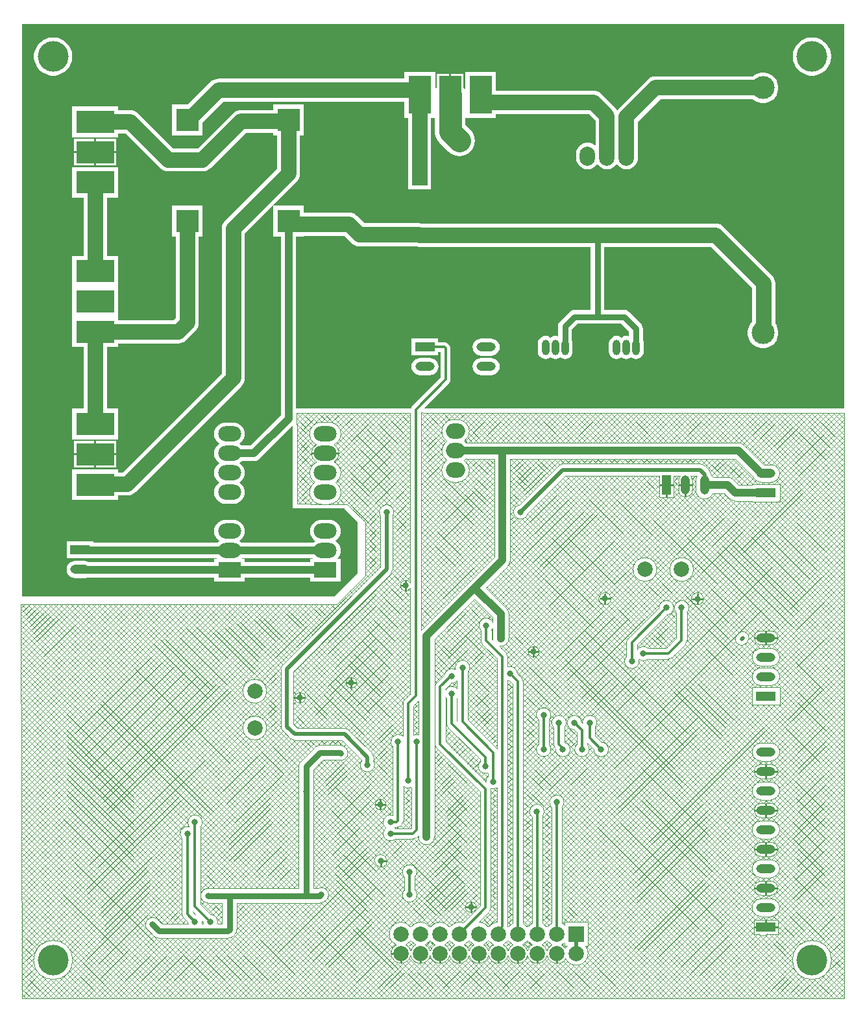
<source format=gbl>
G04*
G04 #@! TF.GenerationSoftware,Altium Limited,Altium Designer,24.4.1 (13)*
G04*
G04 Layer_Physical_Order=2*
G04 Layer_Color=16711680*
%FSLAX44Y44*%
%MOMM*%
G71*
G04*
G04 #@! TF.SameCoordinates,7038094A-F867-4381-9EB3-738A195B408D*
G04*
G04*
G04 #@! TF.FilePolarity,Positive*
G04*
G01*
G75*
%ADD12C,0.2540*%
%ADD29C,0.1000*%
%ADD39C,0.3000*%
%ADD40C,0.5000*%
%ADD41C,0.8000*%
%ADD42C,1.0000*%
%ADD43O,1.0000X2.0000*%
%ADD44R,2.0000X2.0000*%
%ADD45C,2.0000*%
%ADD46R,2.5000X1.2000*%
%ADD47O,2.5000X1.2000*%
%ADD48O,1.2000X2.5000*%
%ADD49R,1.2000X2.5000*%
%ADD50R,3.0000X5.0000*%
%ADD51O,2.0000X2.5000*%
%ADD52C,3.0000*%
%ADD53R,5.0000X3.0000*%
%ADD54R,3.0000X3.0000*%
%ADD55O,2.5000X2.0000*%
%ADD56O,3.0000X2.0000*%
%ADD57R,3.0000X2.0000*%
%ADD58C,0.8000*%
%ADD59C,4.0000*%
%ADD60C,3.0000*%
%ADD61C,2.0000*%
G36*
X1442000Y882000D02*
X1442500Y881500D01*
Y770000D01*
X1340000D01*
X893272Y770000D01*
X926636Y803364D01*
X927678Y804722D01*
X927920Y805306D01*
X928333Y806303D01*
X928556Y808000D01*
Y848643D01*
X928333Y850340D01*
X928141Y850803D01*
X927678Y851921D01*
X926636Y853279D01*
X924878Y855036D01*
X923521Y856078D01*
X922594Y856461D01*
X921939Y856733D01*
X920243Y856956D01*
X912500D01*
Y861400D01*
X877500D01*
Y839400D01*
X912500D01*
Y843844D01*
X915444D01*
Y810716D01*
X878364Y773636D01*
X877322Y772278D01*
X876995Y771488D01*
X876667Y770697D01*
X876576Y770000D01*
X843334D01*
X727086Y770000D01*
Y995000D01*
X737000D01*
Y995927D01*
X789757D01*
X799342Y986342D01*
X801626Y984468D01*
X804232Y983075D01*
X807059Y982217D01*
X810000Y981927D01*
X810000Y981927D01*
X884366D01*
X885060Y981717D01*
X885796Y981645D01*
X886523Y981500D01*
X887263D01*
X888000Y981427D01*
X888737Y981500D01*
X889477D01*
X889734Y981551D01*
X1110922D01*
Y899078D01*
X1090000D01*
X1090000Y899078D01*
X1087651Y898768D01*
X1086368Y898237D01*
X1085461Y897861D01*
X1083581Y896419D01*
X1071281Y884119D01*
X1069839Y882239D01*
X1068932Y880049D01*
X1068622Y877700D01*
Y864324D01*
X1067610Y864743D01*
X1065000Y865086D01*
X1062390Y864743D01*
X1059957Y863735D01*
X1058650Y862732D01*
X1057343Y863735D01*
X1054911Y864743D01*
X1052300Y865086D01*
X1049689Y864743D01*
X1047257Y863735D01*
X1045168Y862132D01*
X1043565Y860043D01*
X1042557Y857610D01*
X1042214Y855000D01*
Y845000D01*
X1042557Y842390D01*
X1043565Y839957D01*
X1045168Y837868D01*
X1047257Y836265D01*
X1049689Y835257D01*
X1052300Y834914D01*
X1054911Y835257D01*
X1057343Y836265D01*
X1058650Y837268D01*
X1059957Y836265D01*
X1062390Y835257D01*
X1065000Y834914D01*
X1067610Y835257D01*
X1070043Y836265D01*
X1071350Y837268D01*
X1072657Y836265D01*
X1075089Y835257D01*
X1077700Y834914D01*
X1080311Y835257D01*
X1082743Y836265D01*
X1084832Y837868D01*
X1086435Y839957D01*
X1087443Y842390D01*
X1087786Y845000D01*
Y855000D01*
X1087443Y857610D01*
X1086778Y859216D01*
Y873940D01*
X1093760Y880922D01*
X1151240D01*
X1161322Y870840D01*
Y864324D01*
X1160311Y864743D01*
X1157700Y865086D01*
X1155089Y864743D01*
X1152657Y863735D01*
X1151350Y862732D01*
X1150043Y863735D01*
X1147610Y864743D01*
X1145000Y865086D01*
X1142390Y864743D01*
X1139957Y863735D01*
X1137868Y862132D01*
X1136265Y860043D01*
X1135257Y857610D01*
X1134914Y855000D01*
Y845000D01*
X1135257Y842390D01*
X1136265Y839957D01*
X1137868Y837868D01*
X1139957Y836265D01*
X1142390Y835257D01*
X1145000Y834914D01*
X1147610Y835257D01*
X1150043Y836265D01*
X1151350Y837268D01*
X1152657Y836265D01*
X1155089Y835257D01*
X1157700Y834914D01*
X1160311Y835257D01*
X1162743Y836265D01*
X1164050Y837268D01*
X1165357Y836265D01*
X1167790Y835257D01*
X1170400Y834914D01*
X1173010Y835257D01*
X1175443Y836265D01*
X1177532Y837868D01*
X1179135Y839957D01*
X1180143Y842390D01*
X1180486Y845000D01*
Y855000D01*
X1180143Y857610D01*
X1179478Y859216D01*
Y874600D01*
X1179168Y876949D01*
X1178261Y879139D01*
X1176819Y881019D01*
X1161419Y896419D01*
X1159539Y897861D01*
X1157349Y898768D01*
X1155000Y899078D01*
X1129078D01*
Y981551D01*
X1268133D01*
X1321927Y927757D01*
Y883212D01*
X1320465Y881749D01*
X1318276Y878474D01*
X1316769Y874834D01*
X1316000Y870970D01*
Y867030D01*
X1316769Y863166D01*
X1318276Y859526D01*
X1320465Y856251D01*
X1323251Y853465D01*
X1326526Y851276D01*
X1330166Y849769D01*
X1334030Y849000D01*
X1337970D01*
X1341834Y849769D01*
X1345473Y851276D01*
X1348749Y853465D01*
X1351535Y856251D01*
X1353724Y859526D01*
X1355231Y863166D01*
X1356000Y867030D01*
Y870970D01*
X1355231Y874834D01*
X1353724Y878474D01*
X1352073Y880945D01*
Y934000D01*
X1352073Y934000D01*
X1351783Y936941D01*
X1350925Y939768D01*
X1349532Y942374D01*
X1347658Y944658D01*
X1285034Y1007281D01*
X1282750Y1009156D01*
X1280145Y1010549D01*
X1277317Y1011406D01*
X1274377Y1011696D01*
X890727D01*
X890441Y1011783D01*
X887500Y1012073D01*
X816243D01*
X806658Y1021658D01*
X804374Y1023532D01*
X801768Y1024925D01*
X798941Y1025783D01*
X796000Y1026073D01*
X737000D01*
Y1035000D01*
X697000D01*
Y995000D01*
X706914D01*
Y761178D01*
X667422Y721686D01*
X656127D01*
X655658Y722258D01*
X653374Y724132D01*
X653060Y724300D01*
X653374Y724468D01*
X655658Y726342D01*
X657532Y728626D01*
X658925Y731232D01*
X659783Y734060D01*
X660072Y737000D01*
X659783Y739940D01*
X658925Y742768D01*
X657532Y745374D01*
X655658Y747658D01*
X653374Y749532D01*
X650768Y750925D01*
X647941Y751783D01*
X645000Y752073D01*
X635000D01*
X632060Y751783D01*
X629232Y750925D01*
X626626Y749532D01*
X624342Y747658D01*
X622468Y745374D01*
X621075Y742768D01*
X620217Y739940D01*
X619927Y737000D01*
X620217Y734060D01*
X621075Y731232D01*
X622468Y728626D01*
X624342Y726342D01*
X626626Y724468D01*
X626940Y724300D01*
X626626Y724132D01*
X624342Y722258D01*
X622468Y719974D01*
X621075Y717368D01*
X620217Y714540D01*
X619927Y711600D01*
X620217Y708660D01*
X621075Y705832D01*
X622468Y703226D01*
X624342Y700942D01*
X626626Y699068D01*
X626940Y698900D01*
X626626Y698732D01*
X624342Y696858D01*
X622468Y694574D01*
X621075Y691968D01*
X620217Y689140D01*
X619927Y686200D01*
X620217Y683260D01*
X621075Y680432D01*
X622468Y677826D01*
X624342Y675542D01*
X626626Y673668D01*
X626940Y673500D01*
X626626Y673332D01*
X624342Y671458D01*
X622468Y669174D01*
X621075Y666568D01*
X620217Y663740D01*
X619927Y660800D01*
X620217Y657859D01*
X621075Y655032D01*
X622468Y652426D01*
X624342Y650142D01*
X626626Y648268D01*
X629232Y646875D01*
X632060Y646017D01*
X635000Y645727D01*
X645000D01*
X647941Y646017D01*
X650768Y646875D01*
X653374Y648268D01*
X655658Y650142D01*
X657532Y652426D01*
X658925Y655032D01*
X659783Y657859D01*
X660072Y660800D01*
X659783Y663740D01*
X658925Y666568D01*
X657532Y669174D01*
X655658Y671458D01*
X653374Y673332D01*
X653060Y673500D01*
X653374Y673668D01*
X655658Y675542D01*
X657532Y677826D01*
X658925Y680432D01*
X659783Y683260D01*
X660072Y686200D01*
X659783Y689140D01*
X658925Y691968D01*
X657532Y694574D01*
X655658Y696858D01*
X653374Y698732D01*
X653060Y698900D01*
X653374Y699068D01*
X655658Y700942D01*
X656127Y701514D01*
X671600D01*
X674211Y701857D01*
X676643Y702865D01*
X678732Y704468D01*
X722500Y748236D01*
Y640000D01*
X743588D01*
X744172Y639758D01*
X744511Y639714D01*
X744539Y639702D01*
X745975Y639513D01*
X790393D01*
X790501Y639498D01*
X807500Y622500D01*
Y555000D01*
X777500Y525000D01*
X369000D01*
Y1272000D01*
X1442000D01*
Y882000D01*
D02*
G37*
%LPC*%
G36*
X1401967Y1255000D02*
X1398033D01*
X1394146Y1254384D01*
X1390403Y1253168D01*
X1386897Y1251382D01*
X1383714Y1249069D01*
X1380931Y1246286D01*
X1378618Y1243103D01*
X1376832Y1239597D01*
X1375616Y1235854D01*
X1375000Y1231967D01*
Y1228033D01*
X1375616Y1224146D01*
X1376832Y1220403D01*
X1378618Y1216897D01*
X1380931Y1213714D01*
X1383714Y1210931D01*
X1386897Y1208618D01*
X1390403Y1206832D01*
X1394146Y1205616D01*
X1398033Y1205000D01*
X1401967D01*
X1405854Y1205616D01*
X1409597Y1206832D01*
X1413103Y1208618D01*
X1416286Y1210931D01*
X1419069Y1213714D01*
X1421382Y1216897D01*
X1423168Y1220403D01*
X1424384Y1224146D01*
X1425000Y1228033D01*
Y1231967D01*
X1424384Y1235854D01*
X1423168Y1239597D01*
X1421382Y1243103D01*
X1419069Y1246286D01*
X1416286Y1249069D01*
X1413103Y1251382D01*
X1409597Y1253168D01*
X1405854Y1254384D01*
X1401967Y1255000D01*
D02*
G37*
G36*
X411968D02*
X408032D01*
X404146Y1254384D01*
X400403Y1253168D01*
X396897Y1251382D01*
X393714Y1249069D01*
X390931Y1246286D01*
X388618Y1243103D01*
X386832Y1239597D01*
X385616Y1235854D01*
X385000Y1231967D01*
Y1228033D01*
X385616Y1224146D01*
X386832Y1220403D01*
X388618Y1216897D01*
X390931Y1213714D01*
X393714Y1210931D01*
X396897Y1208618D01*
X400403Y1206832D01*
X404146Y1205616D01*
X408032Y1205000D01*
X411968D01*
X415854Y1205616D01*
X419597Y1206832D01*
X423103Y1208618D01*
X426286Y1210931D01*
X429069Y1213714D01*
X431382Y1216897D01*
X433168Y1220403D01*
X434384Y1224146D01*
X435000Y1228033D01*
Y1231967D01*
X434384Y1235854D01*
X433168Y1239597D01*
X431382Y1243103D01*
X429069Y1246286D01*
X426286Y1249069D01*
X423103Y1251382D01*
X419597Y1253168D01*
X415854Y1254384D01*
X411968Y1255000D01*
D02*
G37*
G36*
X987600Y1210000D02*
X947600D01*
Y1184285D01*
X946567Y1187691D01*
X945540Y1189612D01*
Y1207540D01*
X929270D01*
Y1180000D01*
X926730D01*
Y1207540D01*
X910460D01*
Y1189612D01*
X909433Y1187691D01*
X908400Y1184285D01*
Y1210000D01*
X868400D01*
Y1201073D01*
X626000D01*
X623060Y1200783D01*
X620232Y1199925D01*
X617626Y1198532D01*
X615342Y1196658D01*
X585684Y1167000D01*
X565000D01*
Y1127000D01*
X605000D01*
Y1143684D01*
X632243Y1170927D01*
X868400D01*
Y1150000D01*
X872927D01*
Y1071500D01*
X873000Y1070763D01*
Y1056500D01*
X887263D01*
X888000Y1056427D01*
X888737Y1056500D01*
X903000D01*
Y1070763D01*
X903073Y1071500D01*
Y1150000D01*
X907903D01*
Y1132000D01*
X908289Y1128079D01*
X909433Y1124309D01*
X911290Y1120835D01*
X913789Y1117789D01*
X925789Y1105789D01*
X928835Y1103290D01*
X932309Y1101433D01*
X936079Y1100289D01*
X940000Y1099903D01*
X943921Y1100289D01*
X947691Y1101433D01*
X951165Y1103290D01*
X954211Y1105789D01*
X956710Y1108835D01*
X958567Y1112309D01*
X959711Y1116079D01*
X960097Y1120000D01*
X959711Y1123921D01*
X958567Y1127691D01*
X956710Y1131165D01*
X954211Y1134211D01*
X948097Y1140324D01*
Y1150000D01*
X987600D01*
Y1154927D01*
X1108757D01*
X1117527Y1146157D01*
Y1113429D01*
X1115574Y1115032D01*
X1112968Y1116425D01*
X1110141Y1117283D01*
X1107200Y1117572D01*
X1104259Y1117283D01*
X1101432Y1116425D01*
X1098826Y1115032D01*
X1096542Y1113158D01*
X1094668Y1110874D01*
X1093275Y1108268D01*
X1092417Y1105441D01*
X1092127Y1102500D01*
Y1097500D01*
X1092417Y1094559D01*
X1093275Y1091732D01*
X1094668Y1089126D01*
X1096542Y1086842D01*
X1098826Y1084968D01*
X1101432Y1083575D01*
X1104259Y1082717D01*
X1107200Y1082427D01*
X1110141Y1082717D01*
X1112968Y1083575D01*
X1115574Y1084968D01*
X1117858Y1086842D01*
X1119732Y1089126D01*
X1119900Y1089440D01*
X1120068Y1089126D01*
X1121942Y1086842D01*
X1124226Y1084968D01*
X1126832Y1083575D01*
X1129660Y1082717D01*
X1132600Y1082427D01*
X1135540Y1082717D01*
X1138368Y1083575D01*
X1140974Y1084968D01*
X1143258Y1086842D01*
X1145132Y1089126D01*
X1145300Y1089440D01*
X1145468Y1089126D01*
X1147342Y1086842D01*
X1149626Y1084968D01*
X1152232Y1083575D01*
X1155060Y1082717D01*
X1158000Y1082427D01*
X1160940Y1082717D01*
X1163768Y1083575D01*
X1166374Y1084968D01*
X1168658Y1086842D01*
X1170532Y1089126D01*
X1171925Y1091732D01*
X1172783Y1094559D01*
X1173073Y1097500D01*
Y1102500D01*
Y1144757D01*
X1202243Y1173927D01*
X1322788D01*
X1323251Y1173465D01*
X1326526Y1171276D01*
X1330166Y1169769D01*
X1334030Y1169000D01*
X1337970D01*
X1341834Y1169769D01*
X1345473Y1171276D01*
X1348749Y1173465D01*
X1351535Y1176251D01*
X1353724Y1179526D01*
X1355231Y1183166D01*
X1356000Y1187030D01*
Y1190970D01*
X1355231Y1194834D01*
X1353724Y1198474D01*
X1351535Y1201749D01*
X1348749Y1204535D01*
X1345473Y1206724D01*
X1341834Y1208231D01*
X1337970Y1209000D01*
X1334030D01*
X1330166Y1208231D01*
X1326526Y1206724D01*
X1323251Y1204535D01*
X1322788Y1204072D01*
X1196000D01*
X1196000Y1204073D01*
X1193059Y1203783D01*
X1190232Y1202925D01*
X1187626Y1201532D01*
X1185342Y1199658D01*
X1147342Y1161658D01*
X1145718Y1159679D01*
X1145132Y1160774D01*
X1143258Y1163058D01*
X1125658Y1180658D01*
X1123374Y1182532D01*
X1120768Y1183925D01*
X1117941Y1184783D01*
X1115000Y1185073D01*
X987600D01*
Y1210000D01*
D02*
G37*
G36*
X737000Y1167000D02*
X697000D01*
Y1160073D01*
X655000D01*
X652059Y1159783D01*
X649232Y1158925D01*
X646626Y1157532D01*
X644342Y1155658D01*
X598757Y1110073D01*
X566243D01*
X521058Y1155258D01*
X518774Y1157132D01*
X516168Y1158525D01*
X513340Y1159383D01*
X510400Y1159673D01*
X495000D01*
Y1164600D01*
X435000D01*
Y1124600D01*
X495000D01*
Y1129527D01*
X504157D01*
X549342Y1084342D01*
X551626Y1082468D01*
X554232Y1081075D01*
X557060Y1080217D01*
X560000Y1079927D01*
X605000D01*
X607940Y1080217D01*
X610768Y1081075D01*
X613374Y1082468D01*
X615658Y1084342D01*
X661243Y1129927D01*
X697000D01*
Y1127000D01*
X701927D01*
Y1083243D01*
X634342Y1015658D01*
X632468Y1013374D01*
X631075Y1010768D01*
X630217Y1007941D01*
X629927Y1005000D01*
Y816243D01*
X500370Y686686D01*
X495000D01*
Y690800D01*
X435000D01*
Y650800D01*
X495000D01*
Y656541D01*
X506613D01*
X509554Y656830D01*
X512381Y657688D01*
X514987Y659081D01*
X517271Y660955D01*
X655658Y799342D01*
X657532Y801626D01*
X658925Y804232D01*
X659783Y807059D01*
X660073Y810000D01*
Y998757D01*
X727658Y1066342D01*
X729532Y1068626D01*
X730925Y1071232D01*
X731523Y1073202D01*
X731783Y1074060D01*
X732073Y1077000D01*
Y1127000D01*
X737000D01*
Y1167000D01*
D02*
G37*
G36*
X492540Y1122540D02*
X466270D01*
Y1106270D01*
X492540D01*
Y1122540D01*
D02*
G37*
G36*
X463730D02*
X437460D01*
Y1106270D01*
X463730D01*
Y1122540D01*
D02*
G37*
G36*
X492540Y1103730D02*
X466270D01*
Y1087460D01*
X492540D01*
Y1103730D01*
D02*
G37*
G36*
X463730D02*
X437460D01*
Y1087460D01*
X463730D01*
Y1103730D01*
D02*
G37*
G36*
X981500Y861495D02*
X968500D01*
X965628Y861117D01*
X962952Y860008D01*
X960655Y858245D01*
X958892Y855947D01*
X957783Y853272D01*
X957405Y850400D01*
X957783Y847528D01*
X958892Y844853D01*
X960655Y842555D01*
X962952Y840791D01*
X965628Y839683D01*
X968500Y839305D01*
X981500D01*
X984372Y839683D01*
X987048Y840791D01*
X989345Y842555D01*
X991108Y844853D01*
X992217Y847528D01*
X992595Y850400D01*
X992217Y853272D01*
X991108Y855947D01*
X989345Y858245D01*
X987048Y860008D01*
X984372Y861117D01*
X981500Y861495D01*
D02*
G37*
G36*
Y836095D02*
X968500D01*
X965628Y835717D01*
X962952Y834609D01*
X960655Y832845D01*
X958892Y830547D01*
X957783Y827872D01*
X957405Y825000D01*
X957783Y822128D01*
X958892Y819453D01*
X960655Y817155D01*
X962952Y815391D01*
X965628Y814283D01*
X968500Y813905D01*
X981500D01*
X984372Y814283D01*
X987048Y815391D01*
X989345Y817155D01*
X991108Y819453D01*
X992217Y822128D01*
X992595Y825000D01*
X992217Y827872D01*
X991108Y830547D01*
X989345Y832845D01*
X987048Y834609D01*
X984372Y835717D01*
X981500Y836095D01*
D02*
G37*
G36*
X901500D02*
X888500D01*
X885628Y835717D01*
X882952Y834609D01*
X880655Y832845D01*
X878892Y830547D01*
X877783Y827872D01*
X877405Y825000D01*
X877783Y822128D01*
X878892Y819453D01*
X880655Y817155D01*
X882952Y815391D01*
X885628Y814283D01*
X888500Y813905D01*
X901500D01*
X904372Y814283D01*
X907048Y815391D01*
X909345Y817155D01*
X911108Y819453D01*
X912217Y822128D01*
X912595Y825000D01*
X912217Y827872D01*
X911108Y830547D01*
X909345Y832845D01*
X907048Y834609D01*
X904372Y835717D01*
X901500Y836095D01*
D02*
G37*
G36*
X495000Y1085400D02*
X435000D01*
Y1045400D01*
X449927D01*
Y969600D01*
X435000D01*
Y929600D01*
Y890000D01*
Y850400D01*
X449927D01*
Y770000D01*
X435000D01*
Y730000D01*
X495000D01*
Y770000D01*
X480073D01*
Y850400D01*
X495000D01*
Y855327D01*
X573284D01*
X576225Y855617D01*
X579052Y856475D01*
X581658Y857868D01*
X583942Y859742D01*
X595658Y871458D01*
X597532Y873742D01*
X598925Y876348D01*
X599783Y879175D01*
X600073Y882116D01*
Y995000D01*
X605000D01*
Y1035000D01*
X565000D01*
Y995000D01*
X569927D01*
Y888359D01*
X567041Y885473D01*
X495000D01*
Y890000D01*
Y929600D01*
Y969600D01*
X480073D01*
Y1045400D01*
X495000D01*
Y1085400D01*
D02*
G37*
G36*
X492540Y727940D02*
X466270D01*
Y711670D01*
X492540D01*
Y727940D01*
D02*
G37*
G36*
X463730D02*
X437460D01*
Y711670D01*
X463730D01*
Y727940D01*
D02*
G37*
G36*
X492540Y709130D02*
X466270D01*
Y692860D01*
X492540D01*
Y709130D01*
D02*
G37*
G36*
X463730D02*
X437460D01*
Y692860D01*
X463730D01*
Y709130D01*
D02*
G37*
G36*
X770000Y625073D02*
X760000D01*
X757059Y624783D01*
X754232Y623925D01*
X751626Y622532D01*
X749342Y620658D01*
X747468Y618374D01*
X746075Y615768D01*
X745217Y612940D01*
X744927Y610000D01*
X745217Y607060D01*
X746075Y604232D01*
X747468Y601626D01*
X749342Y599342D01*
X751626Y597468D01*
X751940Y597300D01*
X751626Y597132D01*
X749342Y595258D01*
X748873Y594686D01*
X656127D01*
X655658Y595258D01*
X653374Y597132D01*
X653060Y597300D01*
X653374Y597468D01*
X655658Y599342D01*
X657532Y601626D01*
X658925Y604232D01*
X659783Y607060D01*
X660072Y610000D01*
X659783Y612940D01*
X658925Y615768D01*
X657532Y618374D01*
X655658Y620658D01*
X653374Y622532D01*
X650768Y623925D01*
X647941Y624783D01*
X645000Y625073D01*
X635000D01*
X632060Y624783D01*
X629232Y623925D01*
X626626Y622532D01*
X624342Y620658D01*
X622468Y618374D01*
X621075Y615768D01*
X620217Y612940D01*
X619927Y610000D01*
X620217Y607060D01*
X621075Y604232D01*
X622468Y601626D01*
X624342Y599342D01*
X626626Y597468D01*
X626940Y597300D01*
X626626Y597132D01*
X624342Y595258D01*
X624201Y595086D01*
X462500D01*
Y596400D01*
X427500D01*
Y574400D01*
X462500D01*
Y574914D01*
X623545D01*
X624130Y574200D01*
X620000D01*
Y569704D01*
X456818D01*
X454372Y570717D01*
X451500Y571095D01*
X438500D01*
X435628Y570717D01*
X432953Y569608D01*
X430655Y567845D01*
X428891Y565547D01*
X427783Y562872D01*
X427405Y560000D01*
X427783Y557128D01*
X428891Y554453D01*
X430655Y552155D01*
X432953Y550392D01*
X435628Y549283D01*
X438500Y548905D01*
X451500D01*
X454372Y549283D01*
X454970Y549531D01*
X620000D01*
Y544200D01*
X660000D01*
Y549114D01*
X745000D01*
Y544200D01*
X785000D01*
Y574200D01*
X780870D01*
X782532Y576226D01*
X783925Y578832D01*
X784783Y581660D01*
X785072Y584600D01*
X784783Y587541D01*
X783925Y590368D01*
X782532Y592974D01*
X780658Y595258D01*
X778374Y597132D01*
X778060Y597300D01*
X778374Y597468D01*
X780658Y599342D01*
X782532Y601626D01*
X783925Y604232D01*
X784783Y607060D01*
X785072Y610000D01*
X784783Y612940D01*
X783925Y615768D01*
X782532Y618374D01*
X780658Y620658D01*
X778374Y622532D01*
X775768Y623925D01*
X772941Y624783D01*
X770000Y625073D01*
D02*
G37*
%LPD*%
G36*
X749130Y574200D02*
X745000D01*
Y569286D01*
X660000D01*
Y574200D01*
X655870D01*
X656127Y574514D01*
X748873D01*
X749130Y574200D01*
D02*
G37*
D12*
X889200Y46060D02*
Y58600D01*
X851260D02*
X863800D01*
Y46060D02*
Y58600D01*
X838000Y172460D02*
Y179000D01*
X844540D01*
X914600Y46060D02*
Y58600D01*
X940000Y46060D02*
Y58600D01*
X965400Y46060D02*
Y58600D01*
X948460Y119000D02*
X955000D01*
Y112460D02*
Y119000D01*
Y125540D01*
Y119000D02*
X961540D01*
X837000Y246460D02*
Y253000D01*
X830460D02*
X837000D01*
Y259540D01*
Y253000D02*
X843540D01*
X732000Y385835D02*
Y392375D01*
X725460D02*
X732000D01*
Y398915D01*
Y392375D02*
X738540D01*
X799000Y405460D02*
Y412000D01*
X792460D02*
X799000D01*
Y418540D01*
Y412000D02*
X805540D01*
X747460Y711600D02*
X765000D01*
X870000Y532460D02*
Y539000D01*
X863460D02*
X870000D01*
Y545540D01*
X765000Y711600D02*
X782540D01*
X990800Y46060D02*
Y58600D01*
X1016200Y46060D02*
Y58600D01*
X1041600Y46060D02*
Y58600D01*
X1067000Y46060D02*
Y58600D01*
X1324960Y143800D02*
X1340000D01*
Y152340D01*
X1324960Y194600D02*
X1340000D01*
X1324960Y93000D02*
X1340000D01*
Y101540D01*
Y93000D02*
X1355040D01*
X1340000Y143800D02*
X1355040D01*
X1340000Y135260D02*
Y143800D01*
Y194600D02*
Y203140D01*
Y194600D02*
X1355040D01*
X1340000Y186060D02*
Y194600D01*
X1324960Y245400D02*
X1340000D01*
Y236860D02*
Y245400D01*
X1355040D01*
X1340000D02*
Y253940D01*
X1324960Y296200D02*
X1340000D01*
Y287660D02*
Y296200D01*
Y304740D01*
Y296200D02*
X1355040D01*
X1036750Y445960D02*
Y452500D01*
X1030210D02*
X1036750D01*
X1043290D01*
X1036750D02*
Y459040D01*
X1130000Y522000D02*
Y528540D01*
X1123460Y522000D02*
X1130000D01*
Y515460D02*
Y522000D01*
X1136540D01*
X1210000Y654960D02*
Y670000D01*
X1218540D01*
X1201460D02*
X1210000D01*
X1250800Y521800D02*
X1257340D01*
X1250800D02*
Y528340D01*
Y515260D02*
Y521800D01*
X1244260D02*
X1250800D01*
X1324960Y470800D02*
X1340000D01*
X1355040D01*
X1340000Y462260D02*
Y470800D01*
Y479340D01*
X1226460Y670000D02*
X1235000D01*
Y654960D02*
Y670000D01*
X1243540D01*
D29*
X435500Y50000D02*
G03*
X435500Y50000I-25500J0D01*
G01*
X541353Y81212D02*
G03*
X548070Y78430I6718J6718D01*
G01*
X546717Y102718D02*
G03*
X533283Y89283I-6718J-6718D01*
G01*
X546727Y102708D02*
G03*
X533292Y89273I-6727J-6708D01*
G01*
X541353Y81212D02*
G03*
X548070Y78430I6718J6718D01*
G01*
X578000Y110000D02*
G03*
X580050Y105050I7000J0D01*
G01*
X578000Y110000D02*
G03*
X580050Y105050I7000J0D01*
G01*
X638172Y78430D02*
G03*
X644890Y81212I0J9500D01*
G01*
X638172Y78430D02*
G03*
X644890Y81212I0J9500D01*
G01*
X624146Y97430D02*
G03*
X624500Y100000I-9146J2570D01*
G01*
X604146Y97430D02*
G03*
X604500Y100000I-9146J2570D01*
G01*
X605509Y99592D02*
G03*
X605854Y97430I9491J408D01*
G01*
X646647Y82970D02*
G03*
X649430Y89687I-6718J6718D01*
G01*
X646647Y82970D02*
G03*
X649430Y89687I-6718J6718D01*
G01*
X585509Y99592D02*
G03*
X585854Y97430I9491J408D01*
G01*
X624500Y100000D02*
G03*
X615408Y109491I-9500J0D01*
G01*
X612000Y143500D02*
G03*
X612000Y124500I0J-9500D01*
G01*
X612022Y143500D02*
G03*
X612022Y124500I-22J-9500D01*
G01*
X758188D02*
G03*
X763657Y126232I0J9500D01*
G01*
X763657D02*
G03*
X769500Y135000I-3657J8768D01*
G01*
D02*
G03*
X755757Y143500I-9500J0D01*
G01*
X587504Y224164D02*
G03*
X578000Y208577I-2504J-9164D01*
G01*
X604500Y230000D02*
G03*
X587504Y224164I-9500J0D01*
G01*
X602000Y223577D02*
G03*
X604500Y230000I-7000J6423D01*
G01*
X733282Y309718D02*
G03*
X730500Y303000I6718J-6718D01*
G01*
X733282Y309718D02*
G03*
X730500Y303000I6718J-6718D01*
G01*
X857324Y69918D02*
G03*
X876500Y55642I6477J-11318D01*
G01*
Y92886D02*
G03*
X857324Y69918I-12700J-8886D01*
G01*
X876500Y61558D02*
G03*
X870276Y69918I-12700J-2958D01*
G01*
D02*
G03*
X876500Y75114I-6477J14082D01*
G01*
X832343Y173343D02*
G03*
X846000Y179000I5657J5657D01*
G01*
D02*
G03*
X843657Y184657I-8000J0D01*
G01*
X882723Y69918D02*
G03*
X876500Y61558I6477J-11318D01*
G01*
Y75114D02*
G03*
X882723Y69918I12700J8886D01*
G01*
X901900Y92886D02*
G03*
X876500Y92886I-12700J-8886D01*
G01*
X901900Y61558D02*
G03*
X895676Y69918I-12700J-2958D01*
G01*
X876500Y55642D02*
G03*
X901900Y55642I12700J2958D01*
G01*
X895676Y69918D02*
G03*
X901900Y75114I-6477J14082D01*
G01*
X868000Y141423D02*
G03*
X884500Y135000I7000J-6423D01*
G01*
X882000Y158577D02*
G03*
X884500Y165000I-7000J6423D01*
G01*
D02*
G03*
X868000Y158577I-9500J0D01*
G01*
X884500Y135000D02*
G03*
X882000Y141423I-9500J0D01*
G01*
X901900Y55642D02*
G03*
X927300Y55642I12700J2958D01*
G01*
D02*
G03*
X952700Y55642I12700J2958D01*
G01*
X908123Y69918D02*
G03*
X901900Y61558I6477J-11318D01*
G01*
X927300D02*
G03*
X921077Y69918I-12700J-2958D01*
G01*
X958923D02*
G03*
X952700Y61558I6477J-11318D01*
G01*
D02*
G03*
X946477Y69918I-12700J-2958D01*
G01*
X933523D02*
G03*
X927300Y61558I6477J-11318D01*
G01*
X952700Y55642D02*
G03*
X978100Y55642I12700J2958D01*
G01*
D02*
G03*
X1003500Y55642I12700J2958D01*
G01*
X978100Y61558D02*
G03*
X971877Y69918I-12700J-2958D01*
G01*
X984324D02*
G03*
X978100Y61558I6477J-11318D01*
G01*
X921077Y69918D02*
G03*
X927300Y75114I-6477J14082D01*
G01*
X901900D02*
G03*
X908123Y69918I12700J8886D01*
G01*
X952700Y75114D02*
G03*
X958923Y69918I12700J8886D01*
G01*
X927300Y75114D02*
G03*
X933523Y69918I12700J8886D01*
G01*
X946477D02*
G03*
X952700Y75114I-6477J14082D01*
G01*
X944829Y98729D02*
G03*
X927300Y92886I-4829J-14728D01*
G01*
D02*
G03*
X901900Y92886I-12700J-8886D01*
G01*
X962040Y119000D02*
G03*
X962040Y119000I-7040J0D01*
G01*
X978100Y92886D02*
G03*
X965399Y99500I-12700J-8886D01*
G01*
X971877Y69918D02*
G03*
X978100Y75114I-6477J14082D01*
G01*
D02*
G03*
X984324Y69918I12700J8886D01*
G01*
X989000Y99395D02*
G03*
X978100Y92886I1800J-15395D01*
G01*
X978950Y113050D02*
G03*
X981000Y118000I-4950J4950D01*
G01*
X978950Y113050D02*
G03*
X981000Y118000I-4950J4950D01*
G01*
X842657Y185657D02*
G03*
X831343Y174343I-5657J-5657D01*
G01*
X844170Y222499D02*
G03*
X856423Y208000I5821J-7508D01*
G01*
X844040Y253000D02*
G03*
X844040Y253000I-7040J0D01*
G01*
X812000Y310124D02*
G03*
X829500Y305000I8000J-5124D01*
G01*
X856405Y222000D02*
G03*
X855821Y222492I-6413J-7009D01*
G01*
Y222492D02*
G03*
X856423Y223000I-5821J7508D01*
G01*
X858243D02*
G03*
X863192Y225050I0J7000D01*
G01*
X858243Y223000D02*
G03*
X863192Y225050I0J7000D01*
G01*
X853000Y239014D02*
G03*
X844170Y222499I-3000J-9014D01*
G01*
X864950Y226808D02*
G03*
X867000Y231757I-4950J4950D01*
G01*
X864950Y226808D02*
G03*
X867000Y231757I-4950J4950D01*
G01*
X879000Y208000D02*
G03*
X883950Y210050I0J7000D01*
G01*
X879000Y208000D02*
G03*
X883950Y210050I0J7000D01*
G01*
X886500Y211000D02*
G03*
X907500Y211000I10500J0D01*
G01*
X867000Y276635D02*
G03*
X877000Y275383I6000J7365D01*
G01*
X977000Y289423D02*
G03*
X974520Y282379I7000J-6423D01*
G01*
X981000Y273000D02*
G03*
X980927Y274011I-7000J0D01*
G01*
X981000Y273000D02*
G03*
X980927Y274011I-7000J0D01*
G01*
X980927D02*
G03*
X989000Y274922I3073J8989D01*
G01*
X967000Y309423D02*
G03*
X977000Y293986I7000J-6423D01*
G01*
X688500Y353000D02*
G03*
X688500Y353000I-15500J0D01*
G01*
X719333Y339353D02*
G03*
X725000Y337000I5667J5647D01*
G01*
X707000Y355000D02*
G03*
X709353Y349333I8000J0D01*
G01*
X707000Y355000D02*
G03*
X709343Y349343I8000J0D01*
G01*
X688500Y401000D02*
G03*
X688500Y401000I-15500J0D01*
G01*
X719343Y339343D02*
G03*
X725000Y337000I5657J5657D01*
G01*
X739040Y392375D02*
G03*
X739040Y392375I-7040J0D01*
G01*
X709343Y435657D02*
G03*
X707000Y430000I5657J-5657D01*
G01*
X709353Y435667D02*
G03*
X707000Y430000I5647J-5667D01*
G01*
X758000Y330500D02*
G03*
X751283Y327718I0J-9500D01*
G01*
X758000Y330500D02*
G03*
X751283Y327718I0J-9500D01*
G01*
X780757Y311500D02*
G03*
X794500Y320000I4243J8500D01*
G01*
D02*
G03*
X791718Y326717I-9500J0D01*
G01*
X790717Y327718D02*
G03*
X784000Y330500I-6718J-6718D01*
G01*
X790717Y327718D02*
G03*
X784000Y330500I-6718J-6718D01*
G01*
X780757Y311500D02*
G03*
X794500Y320000I4243J8500D01*
G01*
D02*
G03*
X791708Y326727I-9500J0D01*
G01*
X829500Y305000D02*
G03*
X828000Y310124I-9500J0D01*
G01*
Y315000D02*
G03*
X825647Y320667I-8000J0D01*
G01*
X828000Y315000D02*
G03*
X825657Y320657I-8000J0D01*
G01*
X866000Y342365D02*
G03*
X853000Y328577I-6000J-7365D01*
G01*
X795657Y350657D02*
G03*
X790000Y353000I-5657J-5657D01*
G01*
X795667Y350647D02*
G03*
X790000Y353000I-5667J-5647D01*
G01*
X806040Y412000D02*
G03*
X806040Y412000I-7040J0D01*
G01*
X868050Y389950D02*
G03*
X866000Y385000I4950J-4950D01*
G01*
X868050Y389950D02*
G03*
X866000Y385000I4950J-4950D01*
G01*
X751114Y673500D02*
G03*
X760000Y645300I8886J-12700D01*
G01*
X753523Y700282D02*
G03*
X751114Y673500I6477J-14082D01*
G01*
X753523Y722918D02*
G03*
X753523Y700282I6477J-11318D01*
G01*
X760000Y752500D02*
G03*
X753523Y722918I0J-15500D01*
G01*
X850647Y554333D02*
G03*
X853000Y560000I-5647J5667D01*
G01*
X850657Y554343D02*
G03*
X853000Y560000I-5657J5657D01*
G01*
X770000Y645300D02*
G03*
X785500Y660800I0J15500D01*
G01*
Y686200D02*
G03*
X776477Y700282I-15500J0D01*
G01*
D02*
G03*
X783040Y711600I-6477J11318D01*
G01*
X785500Y660800D02*
G03*
X778886Y673500I-15500J0D01*
G01*
D02*
G03*
X785500Y686200I-8886J12700D01*
G01*
X776477Y722918D02*
G03*
X785500Y737000I-6477J14082D01*
G01*
D02*
G03*
X770000Y752500I-15500J0D01*
G01*
X783040Y711600D02*
G03*
X776477Y722918I-13040J0D01*
G01*
X853000Y629877D02*
G03*
X854500Y635000I-8000J5124D01*
G01*
D02*
G03*
X837000Y629877I-9500J0D01*
G01*
X886500Y344165D02*
G03*
X880000Y343617I-2500J-9165D01*
G01*
X908000Y332000D02*
G03*
X910050Y327050I7000J0D01*
G01*
X908000Y332000D02*
G03*
X910050Y327050I7000J0D01*
G01*
Y411950D02*
G03*
X908000Y407000I4950J-4950D01*
G01*
X910050Y411950D02*
G03*
X908000Y407000I4950J-4950D01*
G01*
X876000Y542683D02*
G03*
X876000Y535317I-6000J-3683D01*
G01*
X934951Y429108D02*
G03*
X920623Y422522I-4951J-8108D01*
G01*
X923000Y359000D02*
G03*
X925050Y354050I7000J0D01*
G01*
X923000Y359000D02*
G03*
X925050Y354050I7000J0D01*
G01*
X922000Y392877D02*
G03*
X923000Y391577I8000J5124D01*
G01*
X937000Y404423D02*
G03*
X922000Y403124I-7000J-6423D01*
G01*
X929417Y411518D02*
G03*
X937000Y414577I583J9482D01*
G01*
X953500Y432000D02*
G03*
X934951Y429108I-9500J0D01*
G01*
X951000Y425577D02*
G03*
X953500Y432000I-7000J6423D01*
G01*
X968000Y467000D02*
G03*
X970050Y462050I7000J0D01*
G01*
X968000Y467000D02*
G03*
X970050Y462050I7000J0D01*
G01*
X983500Y491243D02*
G03*
X968000Y480577I-8500J-4243D01*
G01*
X937500Y674100D02*
G03*
X953000Y689600I0J15500D01*
G01*
X923614Y702300D02*
G03*
X932500Y674100I8886J-12700D01*
G01*
X953000Y689600D02*
G03*
X946386Y702300I-15500J0D01*
G01*
X923614Y727700D02*
G03*
X923614Y702300I8886J-12700D01*
G01*
X932500Y755900D02*
G03*
X923614Y727700I0J-15500D01*
G01*
X953000Y740400D02*
G03*
X937500Y755900I-15500J0D01*
G01*
X946386Y702300D02*
G03*
X948902Y704500I-8886J12700D01*
G01*
Y725500D02*
G03*
X946386Y727700I-11402J-10500D01*
G01*
D02*
G03*
X953000Y740400I-8886J12700D01*
G01*
X1003500Y61558D02*
G03*
X997277Y69918I-12700J-2958D01*
G01*
X1003500Y55642D02*
G03*
X1028900Y55642I12700J2958D01*
G01*
Y61558D02*
G03*
X1022676Y69918I-12700J-2958D01*
G01*
X1009724D02*
G03*
X1003500Y61558I6477J-11318D01*
G01*
Y92886D02*
G03*
X1002996Y93566I-12700J-8886D01*
G01*
X997277Y69918D02*
G03*
X1003500Y75114I-6477J14082D01*
G01*
D02*
G03*
X1009724Y69918I12700J8886D01*
G01*
X1022676D02*
G03*
X1028900Y75114I-6477J14082D01*
G01*
Y92886D02*
G03*
X1023200Y97829I-12700J-8886D01*
G01*
X1009200D02*
G03*
X1003500Y92886I7000J-13829D01*
G01*
X1028900Y55642D02*
G03*
X1054300Y55642I12700J2958D01*
G01*
D02*
G03*
X1068717Y45673I12700J2958D01*
G01*
Y45673D02*
G03*
X1076014Y48438I579J9482D01*
G01*
X1076588Y49012D02*
G03*
X1078496Y51750I-6718J6718D01*
G01*
X1035124Y69918D02*
G03*
X1028900Y61558I6477J-11318D01*
G01*
X1054300D02*
G03*
X1048076Y69918I-12700J-2958D01*
G01*
X1060524D02*
G03*
X1054300Y61558I6477J-11318D01*
G01*
X1080474Y68500D02*
G03*
X1078318Y65077I11926J-9900D01*
G01*
D02*
G03*
X1073476Y69918I-11318J-6477D01*
G01*
X1107900Y58600D02*
G03*
X1104326Y68500I-15500J0D01*
G01*
X1078496Y51750D02*
G03*
X1107900Y58600I13904J6851D01*
G01*
X1048076Y69918D02*
G03*
X1054300Y75114I-6477J14082D01*
G01*
X1028900D02*
G03*
X1035124Y69918I12700J8886D01*
G01*
X1034600Y97829D02*
G03*
X1028900Y92886I7000J-13829D01*
G01*
X1054300D02*
G03*
X1048600Y97829I-12700J-8886D01*
G01*
X1054300Y75114D02*
G03*
X1060524Y69918I12700J8886D01*
G01*
X1073476D02*
G03*
X1076900Y72074I-6477J14082D01*
G01*
Y95926D02*
G03*
X1074000Y97829I-9900J-11926D01*
G01*
X1060000D02*
G03*
X1054300Y92886I7000J-13829D01*
G01*
X1050500Y244000D02*
G03*
X1034600Y236979I-9500J0D01*
G01*
X1048600Y237479D02*
G03*
X1049882Y240628I-6600J4521D01*
G01*
X1049881D02*
G03*
X1050500Y244000I-8881J3372D01*
G01*
X1043000Y331423D02*
G03*
X1059500Y325000I7000J-6423D01*
G01*
D02*
G03*
X1057000Y331423I-9500J0D01*
G01*
X1063000Y331353D02*
G03*
X1065050Y326403I7000J0D01*
G01*
X1063000Y331353D02*
G03*
X1065050Y326403I7000J0D01*
G01*
X1076500Y256000D02*
G03*
X1060000Y249577I-9500J0D01*
G01*
X1074000D02*
G03*
X1076500Y256000I-7000J6423D01*
G01*
X1065544Y325910D02*
G03*
X1084500Y325000I9456J-910D01*
G01*
X1115509Y324592D02*
G03*
X1134500Y325000I9491J408D01*
G01*
X1084500D02*
G03*
X1077000Y334287I-9500J0D01*
G01*
X1093000Y331423D02*
G03*
X1109500Y325000I7000J-6423D01*
G01*
D02*
G03*
X1107000Y331423I-9500J0D01*
G01*
X1134500Y325000D02*
G03*
X1125408Y334491I-9500J0D01*
G01*
X1333500Y152840D02*
G03*
X1333500Y134760I0J-9040D01*
G01*
Y129900D02*
G03*
X1333500Y106900I0J-11500D01*
G01*
Y203640D02*
G03*
X1333500Y185560I0J-9040D01*
G01*
Y180700D02*
G03*
X1333500Y157700I0J-11500D01*
G01*
Y231500D02*
G03*
X1333500Y208500I0J-11500D01*
G01*
X1330729Y83960D02*
G03*
X1342157Y83843I5771J5540D01*
G01*
X1425500Y50000D02*
G03*
X1425500Y50000I-25500J0D01*
G01*
X1346500Y134760D02*
G03*
X1355540Y143800I0J9040D01*
G01*
D02*
G03*
X1346500Y152840I-9040J0D01*
G01*
Y185560D02*
G03*
X1355540Y194600I0J9040D01*
G01*
X1346500Y157700D02*
G03*
X1358000Y169200I0J11500D01*
G01*
D02*
G03*
X1346500Y180700I-11500J0D01*
G01*
X1355540Y194600D02*
G03*
X1346500Y203640I-9040J0D01*
G01*
Y208500D02*
G03*
X1358000Y220000I0J11500D01*
G01*
D02*
G03*
X1346500Y231500I-11500J0D01*
G01*
X1358000Y118400D02*
G03*
X1346500Y129900I-11500J0D01*
G01*
Y106900D02*
G03*
X1358000Y118400I0J11500D01*
G01*
X1333500Y254440D02*
G03*
X1333500Y236360I0J-9040D01*
G01*
X1346500D02*
G03*
X1355540Y245400I0J9040D01*
G01*
D02*
G03*
X1346500Y254440I-9040J0D01*
G01*
X1333500Y282300D02*
G03*
X1333500Y259300I0J-11500D01*
G01*
X1346500D02*
G03*
X1358000Y270800I0J11500D01*
G01*
X1346500Y287160D02*
G03*
X1355540Y296200I0J9040D01*
G01*
X1333500Y305240D02*
G03*
X1333500Y287160I0J-9040D01*
G01*
Y333100D02*
G03*
X1333500Y310100I0J-11500D01*
G01*
X1355540Y296200D02*
G03*
X1346500Y305240I-9040J0D01*
G01*
Y310100D02*
G03*
X1358000Y321600I0J11500D01*
G01*
D02*
G03*
X1346500Y333100I-11500J0D01*
G01*
X1358000Y270800D02*
G03*
X1346500Y282300I-11500J0D01*
G01*
X983500Y470000D02*
G03*
X983646Y468253I10500J0D01*
G01*
X992253Y459646D02*
G03*
X1004500Y470000I1747J10354D01*
G01*
X1003000Y446000D02*
G03*
X1000950Y450950I-7000J0D01*
G01*
X1003000Y414986D02*
G03*
X1005592Y414509I3000J9014D01*
G01*
X1003000Y446000D02*
G03*
X1000950Y450950I-7000J0D01*
G01*
X982000Y480577D02*
G03*
X983500Y482757I-7000J6423D01*
G01*
X1004500Y502000D02*
G03*
X1001425Y509425I-10500J0D01*
G01*
X1004500Y502000D02*
G03*
X1001413Y509436I-10500J0D01*
G01*
X1003413Y564786D02*
G03*
X1006500Y572222I-7413J7436D01*
G01*
X1003425Y564798D02*
G03*
X1006500Y572222I-7425J7425D01*
G01*
X1015491Y424408D02*
G03*
X1003000Y433014I-9491J-408D01*
G01*
X1023200Y413800D02*
G03*
X1021150Y418750I-7000J0D01*
G01*
X1023200Y413800D02*
G03*
X1021150Y418750I-7000J0D01*
G01*
X1059500Y370000D02*
G03*
X1043000Y363577I-9500J0D01*
G01*
X1057000D02*
G03*
X1059500Y370000I-7000J6423D01*
G01*
X1077000Y353577D02*
G03*
X1079500Y360000I-7000J6423D01*
G01*
X1099491Y360408D02*
G03*
X1089592Y350509I-9491J-408D01*
G01*
X1079500Y360000D02*
G03*
X1063000Y353577I-9500J0D01*
G01*
X1119500Y360000D02*
G03*
X1100520Y359379I-9500J0D01*
G01*
X1117000Y353577D02*
G03*
X1119500Y360000I-7000J6423D01*
G01*
X1174500Y440000D02*
G03*
X1174164Y442504I-9500J0D01*
G01*
X1158000Y446423D02*
G03*
X1174500Y440000I7000J-6423D01*
G01*
X1174164Y442504D02*
G03*
X1186423Y443000I5836J7496D01*
G01*
X1212500D02*
G03*
X1217450Y445050I0J7000D01*
G01*
X1043790Y452500D02*
G03*
X1043790Y452500I-7040J0D01*
G01*
X1160050Y469950D02*
G03*
X1158000Y465000I4950J-4950D01*
G01*
X1160050Y469950D02*
G03*
X1158000Y465000I4950J-4950D01*
G01*
X1124443Y516243D02*
G03*
X1138100Y521900I5657J5657D01*
G01*
X1135657Y527657D02*
G03*
X1124343Y516343I-5657J-5657D01*
G01*
X1138100Y521900D02*
G03*
X1135757Y527557I-8000J0D01*
G01*
X1186423Y457000D02*
G03*
X1172000Y455123I-6423J-7000D01*
G01*
X1212500Y443000D02*
G03*
X1217450Y445050I0J7000D01*
G01*
X1197500Y560000D02*
G03*
X1197500Y560000I-15500J0D01*
G01*
X1219500Y510000D02*
G03*
X1200509Y510408I-9500J0D01*
G01*
X1210408Y500509D02*
G03*
X1219500Y510000I-408J9491D01*
G01*
X1017966Y644280D02*
G03*
X1029280Y632966I2034J-9280D01*
G01*
X1075000Y698000D02*
G03*
X1069343Y695657I0J-8000D01*
G01*
X1075000Y698000D02*
G03*
X1069333Y695647I0J-8000D01*
G01*
X1234950Y462550D02*
G03*
X1237000Y467500I-4950J4950D01*
G01*
X1234950Y462550D02*
G03*
X1237000Y467500I-4950J4950D01*
G01*
X1302343Y474657D02*
G03*
X1313657Y463343I5657J-5657D01*
G01*
X1239500Y510000D02*
G03*
X1223000Y503577I-9500J0D01*
G01*
X1237000D02*
G03*
X1239500Y510000I-7000J6423D01*
G01*
X1245143Y516143D02*
G03*
X1258800Y521800I5657J5657D01*
G01*
X1245500Y560000D02*
G03*
X1245500Y560000I-15500J0D01*
G01*
X1256357Y527557D02*
G03*
X1245043Y516243I-5657J-5657D01*
G01*
X1258800Y521800D02*
G03*
X1256457Y527457I-8000J0D01*
G01*
X1292575Y652575D02*
G03*
X1300000Y649500I7425J7425D01*
G01*
X1248500Y663500D02*
G03*
X1270782Y659500I11500J0D01*
G01*
X1292564Y652587D02*
G03*
X1300000Y649500I7436J7413D01*
G01*
X1333500Y431500D02*
G03*
X1333500Y408500I0J-11500D01*
G01*
Y456900D02*
G03*
X1333500Y433900I0J-11500D01*
G01*
X1358000Y445400D02*
G03*
X1346500Y456900I-11500J0D01*
G01*
X1358000Y420000D02*
G03*
X1346500Y431500I-11500J0D01*
G01*
Y408500D02*
G03*
X1358000Y420000I0J11500D01*
G01*
X1346500Y433900D02*
G03*
X1358000Y445400I0J11500D01*
G01*
X1315457Y465143D02*
G03*
X1317800Y470800I-5657J5657D01*
G01*
X1346500Y461760D02*
G03*
X1355540Y470800I0J9040D01*
G01*
X1317800D02*
G03*
X1304143Y476457I-8000J0D01*
G01*
X1333500Y479840D02*
G03*
X1333500Y461760I0J-9040D01*
G01*
X1355540Y470800D02*
G03*
X1346500Y479840I-9040J0D01*
G01*
X1225960Y663500D02*
G03*
X1244040Y663500I9040J0D01*
G01*
X1227826Y682000D02*
G03*
X1225960Y676500I7174J-5500D01*
G01*
X1244040D02*
G03*
X1242174Y682000I-9040J0D01*
G01*
X1249901D02*
G03*
X1248500Y676500I10100J-5500D01*
G01*
X1270782Y680500D02*
G03*
X1267974Y684787I-10782J-4000D01*
G01*
X1259799Y695657D02*
G03*
X1254142Y698000I-5657J-5657D01*
G01*
X1259809Y695647D02*
G03*
X1254142Y698000I-5667J-5647D01*
G01*
X1267974Y684787D02*
G03*
X1265647Y689809I-7974J-644D01*
G01*
X1267974Y684787D02*
G03*
X1265657Y689799I-7974J-644D01*
G01*
X1297425Y677425D02*
G03*
X1290000Y680500I-7425J-7425D01*
G01*
X1297436Y677413D02*
G03*
X1290000Y680500I-7436J-7413D01*
G01*
X1322759Y681292D02*
G03*
X1333500Y673900I10741J4108D01*
G01*
X1346500D02*
G03*
X1358000Y685400I0J11500D01*
G01*
D02*
G03*
X1346500Y696900I-11500J0D01*
G01*
X1311325Y722425D02*
G03*
X1303900Y725500I-7425J-7425D01*
G01*
X1311336Y722413D02*
G03*
X1303900Y725500I-7436J-7413D01*
G01*
X368989Y5777D02*
X374766Y0D01*
X368975Y12862D02*
X381837Y0D01*
X368961Y19947D02*
X388908Y0D01*
X368947Y27032D02*
X395979Y0D01*
X368934Y34116D02*
X403050Y0D01*
X394549Y29714D02*
X424263Y0D01*
X406608Y24727D02*
X431334Y0D01*
X395979D02*
X426764Y30785D01*
X374766Y0D02*
X400933Y26167D01*
X381837Y0D02*
X406569Y24732D01*
X388908Y0D02*
X413674Y24766D01*
X368920Y41201D02*
X410121Y0D01*
X368906Y48286D02*
X417192Y0D01*
X368741Y133304D02*
X502045Y0D01*
X368727Y140388D02*
X509116Y0D01*
X368714Y147473D02*
X516187Y0D01*
X368700Y154558D02*
X523258Y0D01*
X435134Y45697D02*
X480832Y0D01*
X435374Y52528D02*
X487903Y0D01*
X438405D02*
X531095Y92690D01*
X433547Y40213D02*
X473761Y0D01*
X431884Y63090D02*
X494974Y0D01*
X431334D02*
X531427Y100092D01*
X537400Y0D02*
X615830Y78430D01*
X544471Y0D02*
X622901Y78430D01*
X516187Y0D02*
X594617Y78430D01*
X530329Y0D02*
X608759Y78430D01*
X523258Y0D02*
X601688Y78430D01*
X558613Y0D02*
X637043Y78430D01*
X572107D02*
X650537Y0D01*
X565036Y78430D02*
X643466Y0D01*
X550894Y78430D02*
X629324Y0D01*
X557965Y78430D02*
X636395Y0D01*
X551542D02*
X629972Y78430D01*
X466690Y0D02*
X545479Y78790D01*
X480832Y0D02*
X559261Y78430D01*
X473761Y0D02*
X552190Y78430D01*
X445476Y0D02*
X534021Y88544D01*
X459618Y0D02*
X541092Y81473D01*
X452547Y0D02*
X537556Y85009D01*
X509116Y0D02*
X587546Y78430D01*
X572755Y0D02*
X697255Y124500D01*
X565684Y0D02*
X690184Y124500D01*
X487903Y0D02*
X566333Y78430D01*
X502045Y0D02*
X580475Y78430D01*
X494974Y0D02*
X573404Y78430D01*
X368956Y22475D02*
X386524Y40043D01*
X368970Y15417D02*
X389036Y35483D01*
X368929Y36589D02*
X384600Y52261D01*
X368943Y29532D02*
X384902Y45491D01*
X368893Y55371D02*
X389714Y34550D01*
X413644Y24762D02*
X438405Y0D01*
X419243Y26234D02*
X445476Y0D01*
X423916Y28632D02*
X452547Y0D01*
X368984Y8360D02*
X392283Y31660D01*
X368997Y1303D02*
X396231Y28537D01*
X368997Y1303D02*
X396231Y28537D01*
X368824Y90795D02*
X391779Y67839D01*
X368810Y97880D02*
X395626Y71063D01*
X368755Y126219D02*
X423090Y71884D01*
X368796Y104964D02*
X400213Y73547D01*
X368782Y112049D02*
X405697Y75134D01*
X368769Y119134D02*
X412528Y75374D01*
X368879Y62456D02*
X384727Y46608D01*
X368915Y43647D02*
X387781Y62512D01*
X368865Y69540D02*
X384762Y53644D01*
X368851Y76625D02*
X386234Y59243D01*
X368838Y83710D02*
X388632Y63916D01*
X427840Y31779D02*
X459618Y0D01*
X431063Y35626D02*
X466690Y0D01*
X533292Y89273D02*
X541353Y81212D01*
X548070Y78430D02*
X638172D01*
X578261Y97430D02*
X582966Y102134D01*
X546727Y102708D02*
X552005Y97430D01*
X585854D01*
X571190D02*
X579469Y105709D01*
X410121Y0D02*
X578000Y167879D01*
X424263Y0D02*
X578000Y153737D01*
X417192Y0D02*
X578000Y160808D01*
X368686Y161643D02*
X530329Y0D01*
X543310Y104905D02*
X578000Y139595D01*
X535908Y104573D02*
X578000Y146666D01*
X550991Y98444D02*
X578000Y125453D01*
X564119Y97430D02*
X578000Y111310D01*
X557048Y97430D02*
X578000Y118382D01*
X547456Y101979D02*
X578000Y132524D01*
X600392Y78430D02*
X678821Y0D01*
X607463Y78430D02*
X685892Y0D01*
X579178Y78430D02*
X657608Y0D01*
X593320Y78430D02*
X671750Y0D01*
X586249Y78430D02*
X664679Y0D01*
X614534Y78430D02*
X692963Y0D01*
X628676Y78430D02*
X707105Y0D01*
X621605Y78430D02*
X700034Y0D01*
X644890Y81212D02*
X646647Y82970D01*
X586898Y0D02*
X711397Y124500D01*
X579827Y0D02*
X704326Y124500D01*
X604146Y97430D02*
X605854D01*
X649430Y89687D02*
Y124500D01*
X627759Y97430D02*
X630430Y100101D01*
X649430Y90816D02*
X683113Y124500D01*
X630430Y97430D02*
Y124500D01*
X648882Y86508D02*
X735390Y0D01*
X649430Y114244D02*
X763674Y0D01*
X649430Y121315D02*
X770745Y0D01*
X635747Y78430D02*
X714176Y0D01*
X642009Y79239D02*
X721248Y0D01*
X645998Y82320D02*
X728319Y0D01*
X688671Y124500D02*
X813171Y0D01*
X702813Y124500D02*
X827313Y0D01*
X695742Y124500D02*
X820242Y0D01*
X649430Y93031D02*
X742461Y0D01*
X649430Y100102D02*
X749532Y0D01*
X649430Y107173D02*
X756603Y0D01*
X615182D02*
X739682Y124500D01*
X629324Y0D02*
X753824Y124500D01*
X622253Y0D02*
X746753Y124500D01*
X593969Y0D02*
X718469Y124500D01*
X608111Y0D02*
X732611Y124500D01*
X601040Y0D02*
X725540Y124500D01*
X667458D02*
X791958Y0D01*
X681600Y124500D02*
X806100Y0D01*
X674529Y124500D02*
X799029Y0D01*
X636395D02*
X761486Y125091D01*
X660387Y124500D02*
X784887Y0D01*
X653316Y124500D02*
X777816Y0D01*
X580050Y105050D02*
X585509Y99592D01*
X592000Y112900D02*
X595408Y109491D01*
X592000Y113101D02*
X595621Y109480D01*
X602000Y122900D02*
X615408Y109491D01*
X604480Y100621D02*
X605509Y99592D01*
X613472Y111427D02*
X626545Y124500D01*
X609937Y114963D02*
X619474Y124500D01*
X617961D02*
X630430Y112031D01*
X612022Y124500D02*
X630430D01*
X602000Y133390D02*
X602574Y132816D01*
X602000Y135310D02*
X602719Y136030D01*
X602000Y140461D02*
X603750Y138711D01*
X602000Y147532D02*
X607285Y142247D01*
X602000Y154603D02*
X613103Y143500D01*
X602000Y161674D02*
X620174Y143500D01*
X602866Y122034D02*
X606849Y126018D01*
X606401Y118498D02*
X612403Y124500D01*
X602000Y126319D02*
X620777Y107542D01*
X602000Y128239D02*
X603506Y129745D01*
X624428Y101170D02*
X630430Y107172D01*
X624146Y97430D02*
X630430D01*
X622542Y105777D02*
X630430Y97889D01*
X625032Y124500D02*
X630430Y119102D01*
X622285Y106098D02*
X630430Y114243D01*
X618097Y108981D02*
X630430Y121314D01*
X649430Y112030D02*
X661900Y124500D01*
X649430Y97887D02*
X676042Y124500D01*
X649430Y104958D02*
X668971Y124500D01*
X649430Y119101D02*
X654829Y124500D01*
X740000D02*
X758188D01*
X649430D02*
X740000D01*
X610816Y124574D02*
X630430Y104960D01*
X723326Y143500D02*
X730500Y150674D01*
X716255Y143500D02*
X730500Y157745D01*
X612022Y143500D02*
X639930D01*
X639930D02*
X730500D01*
X709184D02*
X730500Y164816D01*
X749500Y148524D02*
X754524Y143500D01*
X749500D02*
X755757D01*
X749500Y155595D02*
X760615Y144480D01*
X368604Y204152D02*
X572755Y0D01*
X368590Y211237D02*
X579827Y0D01*
X368493Y260830D02*
X530832Y98491D01*
X368480Y267915D02*
X533483Y102912D01*
X368466Y275000D02*
X538148Y105318D01*
X368672Y168728D02*
X537400Y0D01*
X403050D02*
X578000Y174950D01*
X368659Y175813D02*
X544471Y0D01*
X368645Y182897D02*
X551542Y0D01*
X368631Y189982D02*
X558613Y0D01*
X368617Y197067D02*
X565684Y0D01*
X368000Y515000D02*
X369000Y0D01*
X368370Y324594D02*
X578000Y114963D01*
X368356Y331678D02*
X578000Y122034D01*
X368315Y352933D02*
X578000Y143247D01*
X368342Y338763D02*
X578000Y129105D01*
X368328Y345848D02*
X578000Y136177D01*
X368452Y282085D02*
X553107Y97430D01*
X368438Y289170D02*
X560178Y97430D01*
X368425Y296254D02*
X567249Y97430D01*
X368411Y303339D02*
X574320Y97430D01*
X368397Y310424D02*
X581391Y97430D01*
X368383Y317509D02*
X578507Y107386D01*
X368576Y218321D02*
X586898Y0D01*
X368562Y225406D02*
X593969Y0D01*
X368549Y232491D02*
X601040Y0D01*
X368535Y239576D02*
X608111Y0D01*
X368521Y246661D02*
X615182Y0D01*
X368507Y253745D02*
X622253Y0D01*
X368874Y64819D02*
X657507Y353451D01*
X368901Y50704D02*
X661176Y342978D01*
X368888Y57762D02*
X658541Y347415D01*
X397488Y72219D02*
X664995Y339727D01*
X368847Y78934D02*
X675640Y385726D01*
X368833Y85991D02*
X668895Y386053D01*
X368723Y142450D02*
X741274Y515000D01*
X368751Y128335D02*
X755416Y515000D01*
X368737Y135392D02*
X748345Y515000D01*
X368081Y473375D02*
X697955Y143500D01*
X368067Y480460D02*
X705027Y143500D01*
X368053Y487544D02*
X712098Y143500D01*
X368806Y100106D02*
X660515Y391815D01*
X368819Y93048D02*
X664089Y388318D01*
X368860Y71876D02*
X707000Y410016D01*
X368778Y114220D02*
X657641Y403083D01*
X368792Y107163D02*
X658159Y396530D01*
X368764Y121278D02*
X762487Y515000D01*
X368205Y409611D02*
X578000Y199816D01*
X368218Y402527D02*
X578000Y192745D01*
X368177Y423781D02*
X575598Y216360D01*
X368191Y416696D02*
X578000Y206887D01*
X368163Y430866D02*
X577815Y221215D01*
X368273Y374187D02*
X578000Y164461D01*
X368301Y360018D02*
X578000Y150319D01*
X368287Y367103D02*
X578000Y157390D01*
X368232Y395442D02*
X578000Y185674D01*
X368260Y381272D02*
X578000Y171532D01*
X368246Y388357D02*
X578000Y178603D01*
X368150Y437951D02*
X582065Y224035D01*
X368136Y445035D02*
X585900Y227271D01*
X368122Y452120D02*
X586339Y233903D01*
X368408Y304769D02*
X578639Y515000D01*
X368108Y459205D02*
X589539Y237774D01*
X368095Y466290D02*
X594885Y239499D01*
X368463Y276539D02*
X606924Y515000D01*
X368490Y262425D02*
X621066Y515000D01*
X368477Y269482D02*
X613995Y515000D01*
X368422Y297711D02*
X585710Y515000D01*
X368449Y283597D02*
X599853Y515000D01*
X368436Y290654D02*
X592781Y515000D01*
X368040Y494629D02*
X719169Y143500D01*
X368026Y501714D02*
X726240Y143500D01*
X368012Y508799D02*
X730500Y146311D01*
X368669Y170679D02*
X712990Y515000D01*
X368696Y156564D02*
X727132Y515000D01*
X368682Y163622D02*
X720061Y515000D01*
X375953D02*
X730500Y160453D01*
X368710Y149507D02*
X734203Y515000D01*
X368882D02*
X730500Y153382D01*
X397166Y515000D02*
X730500Y181666D01*
X383024Y515000D02*
X730500Y167524D01*
X390095Y515000D02*
X730500Y174595D01*
X368545Y234195D02*
X649350Y515000D01*
X368573Y220081D02*
X663492Y515000D01*
X368559Y227138D02*
X656421Y515000D01*
X368504Y255367D02*
X628137Y515000D01*
X368531Y241253D02*
X642279Y515000D01*
X368518Y248310D02*
X635208Y515000D01*
X368628Y191851D02*
X691776Y515000D01*
X368655Y177736D02*
X705918Y515000D01*
X368641Y184794D02*
X698847Y515000D01*
X368586Y213023D02*
X670563Y515000D01*
X368614Y198909D02*
X684705Y515000D01*
X368600Y205966D02*
X677634Y515000D01*
X435234Y46326D02*
X578000Y189092D01*
X429215Y33236D02*
X578000Y182021D01*
Y110000D02*
Y208577D01*
X435268Y53431D02*
X578000Y196163D01*
X433833Y59068D02*
X578000Y203234D01*
X602000Y168745D02*
X627245Y143500D01*
X602000Y175816D02*
X634316Y143500D01*
X602000Y182887D02*
X641387Y143500D01*
X602000Y189958D02*
X648458Y143500D01*
X602000Y197029D02*
X655529Y143500D01*
X602000Y204100D02*
X662600Y143500D01*
X428340Y67717D02*
X575501Y214877D01*
X431463Y63769D02*
X577229Y209535D01*
X424517Y70964D02*
X585760Y232207D01*
X407739Y75400D02*
X670111Y337772D01*
X414509Y75098D02*
X677613Y338202D01*
X419957Y73476D02*
X707000Y360518D01*
X431463Y63769D02*
X577229Y209535D01*
X602000Y122900D02*
Y223577D01*
X604499Y229885D02*
X690884Y143500D01*
X602000Y211171D02*
X669671Y143500D01*
X602000Y218242D02*
X676742Y143500D01*
X602774Y224540D02*
X683813Y143500D01*
X652616D02*
X730500Y221384D01*
X650537Y0D02*
X829126Y178589D01*
X659687Y143500D02*
X730500Y214313D01*
X631403Y143500D02*
X730500Y242597D01*
X645545Y143500D02*
X730500Y228455D01*
X638474Y143500D02*
X730500Y235526D01*
X687971Y143500D02*
X730500Y186029D01*
X702113Y143500D02*
X730500Y171887D01*
X695042Y143500D02*
X730500Y178958D01*
X666758Y143500D02*
X730500Y207242D01*
X680900Y143500D02*
X730500Y193100D01*
X673829Y143500D02*
X730500Y200171D01*
X602000Y163595D02*
X730500Y292095D01*
X602000Y149452D02*
X730500Y277953D01*
X602000Y156524D02*
X730500Y285024D01*
X602000Y170666D02*
X730500Y299166D01*
X602000Y177737D02*
X731494Y307231D01*
X602000Y184808D02*
X754192Y337000D01*
X609970Y143281D02*
X730500Y263810D01*
X749500Y143500D02*
Y269978D01*
X602000Y142381D02*
X730500Y270882D01*
X617261Y143500D02*
X730500Y256739D01*
X624332Y143500D02*
X730500Y249668D01*
Y143500D02*
Y269978D01*
X602000Y213092D02*
X725908Y337000D01*
X585123Y224499D02*
X586461Y225837D01*
X602000Y220163D02*
X720337Y338500D01*
X730500Y270022D02*
Y303000D01*
X662377Y341713D02*
X730500Y273590D01*
X683606Y341697D02*
X730500Y294803D01*
X673647Y337514D02*
X730500Y280661D01*
X679365Y338867D02*
X730500Y287732D01*
X446663Y515000D02*
X730500Y231163D01*
X404237Y515000D02*
X730500Y188737D01*
X439592Y515000D02*
X730500Y224092D01*
X482019Y515000D02*
X730500Y266519D01*
X467877Y515000D02*
X730500Y252377D01*
X474948Y515000D02*
X730500Y259448D01*
X602928Y235234D02*
X713191Y345496D01*
X604496Y229730D02*
X716726Y341960D01*
X602928Y235234D02*
X713191Y345496D01*
X592793Y239240D02*
X707128Y353575D01*
X686674Y345700D02*
X730500Y301874D01*
X599163Y238539D02*
X709655Y349031D01*
X749500Y296952D02*
X764047Y311500D01*
X749500Y282810D02*
X778190Y311500D01*
X749500Y289881D02*
X771118Y311500D01*
X749500Y299065D02*
X761935Y311500D01*
X749500Y240384D02*
X811019Y301903D01*
X749500Y226242D02*
X818830Y295572D01*
X749500Y233313D02*
X813902Y297715D01*
X749500Y270022D02*
Y299065D01*
Y247455D02*
X811743Y309698D01*
X749500Y275739D02*
X784287Y310527D01*
X425450Y515000D02*
X730500Y209950D01*
X411308Y515000D02*
X730500Y195808D01*
X418379Y515000D02*
X730500Y202879D01*
X460806Y515000D02*
X730500Y245306D01*
X432521Y515000D02*
X730500Y217021D01*
X453735Y515000D02*
X730500Y238235D01*
X602000Y206021D02*
X732979Y337000D01*
X602000Y191879D02*
X747121Y337000D01*
X602000Y198950D02*
X740050Y337000D01*
X749500Y268668D02*
X802259Y321427D01*
X749500Y254526D02*
X809330Y314356D01*
X749500Y261597D02*
X805795Y317892D01*
X770745Y0D02*
X849291Y78546D01*
X777816Y0D02*
X851893Y74077D01*
X763674Y0D02*
X848313Y84639D01*
X738169Y124500D02*
X862669Y0D01*
X731098Y124500D02*
X855598Y0D01*
X806100D02*
X855040Y48940D01*
X820242Y0D02*
X865987Y45745D01*
X813171Y0D02*
X859471Y46300D01*
X791958Y0D02*
X850762Y58804D01*
X799029Y0D02*
X852025Y52996D01*
X784887Y0D02*
X855683Y70795D01*
X709884Y124500D02*
X834384Y0D01*
X714176D02*
X868000Y153823D01*
X707105Y0D02*
X866993Y159888D01*
X657608Y0D02*
X831647Y174039D01*
X700034Y0D02*
X865512Y165478D01*
X664679Y0D02*
X835947Y171268D01*
X728319Y0D02*
X865841Y137522D01*
X742461Y0D02*
X869626Y127166D01*
X735390Y0D02*
X866385Y130996D01*
X716955Y124500D02*
X841456Y0D01*
X724026Y124500D02*
X848527Y0D01*
X721248D02*
X868000Y146753D01*
X848527Y0D02*
X896000Y47473D01*
X862669Y0D02*
X909338Y46669D01*
X858334Y46761D02*
X905095Y0D01*
X834384D02*
X882068Y47683D01*
X369000Y0D02*
X1442000D01*
X841456D02*
X887174Y45718D01*
X887737Y45642D02*
X933379Y0D01*
X890953D02*
X936889Y45936D01*
X893982Y46468D02*
X940450Y0D01*
X866354Y45813D02*
X912166Y0D01*
X869740D02*
X915320Y45580D01*
X871303Y47934D02*
X919237Y0D01*
X759315Y124567D02*
X883882Y0D01*
X764382Y126571D02*
X890953Y0D01*
X768057Y129967D02*
X898024Y0D01*
X745240Y124500D02*
X869740Y0D01*
X752311Y124500D02*
X876811Y0D01*
X749532D02*
X875032Y125500D01*
X874765Y51543D02*
X926308Y0D01*
X883882D02*
X932104Y48222D01*
X876811Y0D02*
X928775Y51964D01*
X827313Y0D02*
X878484Y51170D01*
X855598Y0D02*
X905180Y49583D01*
X769480Y135615D02*
X851961Y53134D01*
X855210Y71098D02*
X856743Y69565D01*
X876100Y62929D02*
X877472Y64301D01*
X868000Y141423D02*
Y158577D01*
X874714Y65736D02*
X877068Y63382D01*
X749500Y176808D02*
X850898Y75410D01*
X749500Y162666D02*
X851012Y61154D01*
X749500Y169737D02*
X853135Y66103D01*
X831343Y174343D02*
X832343Y173343D01*
X749500Y183879D02*
X848335Y85044D01*
X845994Y179309D02*
X868000Y157303D01*
X839926Y171235D02*
X868000Y143161D01*
X844239Y173993D02*
X868000Y150232D01*
X873460Y67360D02*
X878699Y72599D01*
X874620Y72901D02*
X879841Y67680D01*
X870240Y126778D02*
X902878Y94141D01*
X896630Y69316D02*
X902120Y74807D01*
X878077Y126012D02*
X906734Y97356D01*
X882273Y128888D02*
X911898Y99263D01*
X882000Y150374D02*
X934058Y98316D01*
X882000Y157445D02*
X939945Y99500D01*
X882000Y141423D02*
Y158577D01*
X884425Y133807D02*
X919540Y98692D01*
X882000Y143303D02*
X929711Y95592D01*
X883163Y98276D02*
X967000Y182113D01*
X884133Y162383D02*
X946308Y100208D01*
X891313Y99355D02*
X967000Y175042D01*
X898280Y49241D02*
X947521Y0D01*
X901169Y53424D02*
X954592Y0D01*
X900327Y51800D02*
X902434Y53907D01*
X898024Y0D02*
X944321Y46297D01*
X912166Y0D02*
X959261Y47095D01*
X919237Y0D02*
X964810Y45573D01*
X916025Y45638D02*
X961663Y0D01*
X905095D02*
X955366Y50271D01*
X952303Y54279D02*
X952902Y54878D01*
X897698Y71037D02*
X903421Y65314D01*
X926531Y63862D02*
X932894Y70225D01*
X900117Y65732D02*
X905697Y71312D01*
X926834Y63114D02*
X927531Y62417D01*
X947690Y70542D02*
X953758Y64474D01*
X940450Y0D02*
X986679Y46228D01*
X947521Y0D02*
X993329Y45808D01*
X943817Y46131D02*
X989948Y0D01*
X921313Y47421D02*
X968735Y0D01*
X936956Y45920D02*
X982877Y0D01*
X933379D02*
X982188Y48809D01*
X968735Y0D02*
X1014417Y45683D01*
X971274Y46958D02*
X1018232Y0D01*
X975806D02*
X1023833Y48027D01*
X948396Y48623D02*
X997019Y0D01*
X965599Y45561D02*
X1011161Y0D01*
X961663D02*
X1009238Y47574D01*
X926308Y0D02*
X979117Y52808D01*
X954592Y0D02*
X1005599Y51007D01*
X951547Y52542D02*
X1004090Y0D01*
X925031Y50775D02*
X975806Y0D01*
X977802Y54572D02*
X978745Y53629D01*
X975249Y50054D02*
X1025303Y0D01*
X976905Y64739D02*
X982856Y70690D01*
X923617Y68020D02*
X928840Y73243D01*
X924741Y72278D02*
X930023Y66996D01*
X901385Y74420D02*
X906775Y69031D01*
X950378Y66496D02*
X955751Y71869D01*
X951592Y73711D02*
X956854Y68449D01*
X931013Y96629D02*
X949280Y114896D01*
X923793Y96480D02*
X948224Y120911D01*
X940928Y99472D02*
X953564Y112108D01*
X955731Y111998D02*
X956915Y110814D01*
X961984Y119888D02*
X963986Y117885D01*
X959104Y124720D02*
X967000Y132616D01*
X973729Y68634D02*
X979020Y73926D01*
X966814Y100915D02*
X968553Y99176D01*
X970350Y104450D02*
X979840Y94960D01*
X973823Y97012D02*
X989000Y112189D01*
X974823Y71693D02*
X980251Y66265D01*
X973885Y107986D02*
X983961Y97910D01*
X977531Y93649D02*
X989000Y105118D01*
X977421Y111522D02*
X989000Y99942D01*
X944829Y98729D02*
X967000Y120899D01*
X900601Y94501D02*
X967000Y160900D01*
X896631Y97602D02*
X967000Y167971D01*
X953089Y125776D02*
X967000Y139687D01*
X919081Y98838D02*
X967000Y146758D01*
X912533Y99361D02*
X967000Y153829D01*
X965399Y99500D02*
X978950Y113050D01*
X980531Y115482D02*
X989000Y107014D01*
X968851Y99111D02*
X989000Y119260D01*
X961892Y120436D02*
X967000Y125545D01*
X643466Y0D02*
X849008Y205542D01*
X749500Y190950D02*
X849799Y90651D01*
X751611Y143500D02*
X840927Y232816D01*
X749500Y198021D02*
X852701Y94820D01*
X759676Y144494D02*
X841320Y226138D01*
X768522Y139198D02*
X841065Y211741D01*
X769256Y132861D02*
X844008Y207613D01*
X765202Y142949D02*
X841496Y219243D01*
X842657Y185657D02*
X843657Y184657D01*
X749500Y275803D02*
X837309Y187994D01*
X749500Y176745D02*
X853000Y280245D01*
X749500Y183816D02*
X853000Y287316D01*
X749500Y205029D02*
X853000Y308529D01*
X749500Y190887D02*
X853000Y294387D01*
X749500Y197958D02*
X853000Y301458D01*
X749500Y162603D02*
X833686Y246789D01*
X749500Y148460D02*
X853000Y251960D01*
X749500Y155531D02*
X853000Y259032D01*
X749500Y261661D02*
X829235Y181926D01*
X749500Y169674D02*
X830394Y250567D01*
X749500Y268732D02*
X831993Y186239D01*
X671750Y0D02*
X879796Y208045D01*
X692963Y0D02*
X893924Y200961D01*
X685892Y0D02*
X889522Y203629D01*
X749500Y205092D02*
X856776Y97817D01*
X842961Y185353D02*
X865608Y208000D01*
X838411Y187875D02*
X858537Y208000D01*
X847852Y205735D02*
X949844Y103743D01*
X863161Y99487D02*
X967000Y203326D01*
X854189Y206469D02*
X953379Y107279D01*
X845732Y181053D02*
X872679Y208000D01*
X866800D02*
X950438Y124362D01*
X859729Y208000D02*
X947998Y119731D01*
X749500Y254590D02*
X866012Y138077D01*
X678821Y0D02*
X886911Y208090D01*
X749500Y247519D02*
X866778Y130240D01*
X749500Y282874D02*
X865657Y166717D01*
X749500Y289945D02*
X868011Y171434D01*
X749500Y297016D02*
X872383Y174133D01*
X749500Y219235D02*
X871017Y97717D01*
X756603Y0D02*
X967000Y210397D01*
X749500Y226306D02*
X879620Y96185D01*
X749500Y212164D02*
X862242Y99422D01*
X749500Y233377D02*
X884204Y98673D01*
X749500Y240448D02*
X890502Y99445D01*
X835810Y246061D02*
X844284Y237588D01*
X841421Y247521D02*
X849458Y239485D01*
X847184Y239073D02*
X853000Y244889D01*
X843974Y252039D02*
X853000Y243013D01*
X843211Y256314D02*
X853000Y266103D01*
X839433Y259606D02*
X853000Y273174D01*
X752011Y301576D02*
X840735Y212852D01*
X755547Y305112D02*
X841469Y219189D01*
X759082Y308647D02*
X841129Y226600D01*
X770371Y311500D02*
X830061Y251810D01*
X763300Y311500D02*
X841206Y233594D01*
X777442Y311500D02*
X831521Y257421D01*
X793781Y316375D02*
X853000Y257156D01*
X790691Y312393D02*
X853000Y250084D01*
Y239014D02*
Y328577D01*
X821592Y295634D02*
X853000Y264227D01*
X785500Y310513D02*
X836039Y259974D01*
X856423Y208000D02*
X879000D01*
X856405Y222000D02*
X876100D01*
X856423Y223000D02*
X858243D01*
X858845Y223026D02*
X859871Y222000D01*
X863542Y225400D02*
X866942Y222000D01*
X866597Y229417D02*
X874014Y222000D01*
X858395D02*
X859511Y223116D01*
X863192Y225050D02*
X864950Y226808D01*
X826357Y297941D02*
X853000Y271298D01*
X749500Y212100D02*
X853000Y315600D01*
X749500Y219171D02*
X853000Y322671D01*
X724448Y428134D02*
X853000Y299582D01*
X828000Y310440D02*
X853000Y285440D01*
X827348Y318162D02*
X853000Y292511D01*
X865466Y222000D02*
X877000Y233534D01*
X829099Y302270D02*
X853000Y278369D01*
X866884Y230489D02*
X877000Y240605D01*
X874522Y174488D02*
X901592Y201557D01*
X873871Y208000D02*
X955888Y125984D01*
X867000Y236084D02*
X877000Y226084D01*
X876100Y222000D02*
X877000Y222899D01*
X872537Y222000D02*
X877000Y226463D01*
X886500Y211000D02*
Y212600D01*
X884957Y211057D02*
X886624Y209389D01*
X883950Y210050D02*
X886500Y212600D01*
X907500Y211000D02*
Y468873D01*
X906443Y206409D02*
X967000Y266966D01*
X907500Y280437D02*
X967000Y220937D01*
X867000Y231757D02*
Y276635D01*
X877000Y222899D02*
Y275383D01*
X907500Y228679D02*
X957961Y279140D01*
X907500Y266295D02*
X967000Y206795D01*
X907500Y252153D02*
X967000Y192653D01*
X907500Y259224D02*
X967000Y199724D01*
X907500Y221608D02*
X961496Y275604D01*
X907500Y214537D02*
X965032Y272069D01*
X907500Y273366D02*
X967000Y213866D01*
X880726Y208216D02*
X967000Y121942D01*
X873723Y95907D02*
X967000Y189184D01*
X869254Y98509D02*
X967000Y196255D01*
X882834Y140373D02*
X967000Y224539D01*
X895389Y200624D02*
X967000Y129014D01*
X884500Y134968D02*
X967000Y217468D01*
X907431Y209796D02*
X967000Y150227D01*
X901548Y201536D02*
X967000Y136084D01*
X905424Y204732D02*
X967000Y143156D01*
X907500Y223869D02*
X967000Y164369D01*
X981000Y181971D02*
X989000Y189971D01*
X907500Y216798D02*
X967000Y157298D01*
X884298Y163050D02*
X967000Y245753D01*
X882000Y146610D02*
X967000Y231610D01*
X882000Y153681D02*
X967000Y238681D01*
X907500Y287508D02*
X967000Y228008D01*
X883473Y169296D02*
X967000Y252824D01*
X880113Y173007D02*
X967000Y259895D01*
X907500Y238011D02*
X967000Y178511D01*
X907500Y230940D02*
X967000Y171440D01*
Y120899D02*
Y270100D01*
X907500Y245082D02*
X967000Y185582D01*
X975916Y537289D02*
X1332545Y180660D01*
X979452Y540825D02*
X1324533Y195744D01*
X867000Y264369D02*
X877000Y254369D01*
X867000Y251818D02*
X877000Y261818D01*
X867000Y265960D02*
X876039Y274999D01*
X867000Y258889D02*
X877000Y268889D01*
X867000Y271440D02*
X877000Y261440D01*
X867000Y250227D02*
X877000Y240227D01*
X867000Y243156D02*
X877000Y233156D01*
X867000Y237676D02*
X877000Y247676D01*
X870738Y274773D02*
X877000Y268511D01*
X867000Y244747D02*
X877000Y254747D01*
X867000Y257298D02*
X877000Y247298D01*
X867000Y273031D02*
X869243Y275275D01*
X907500Y278176D02*
X933212Y303888D01*
X907500Y299389D02*
X922606Y314495D01*
X907500Y285247D02*
X929677Y307424D01*
X907500Y292318D02*
X926141Y310959D01*
X907500Y249892D02*
X947354Y289746D01*
X907500Y235750D02*
X954425Y282675D01*
X907500Y242821D02*
X950890Y286211D01*
X907500Y271105D02*
X936748Y300353D01*
X907500Y256963D02*
X943819Y293282D01*
X907500Y264034D02*
X940283Y296817D01*
X907500Y294579D02*
X967000Y235079D01*
X971396Y285504D02*
X977000Y291108D01*
X964325Y292575D02*
X967668Y295918D01*
X967860Y289039D02*
X972449Y293627D01*
X972008Y293711D02*
X976673Y289046D01*
X981000Y263506D02*
X989000Y255506D01*
X981000Y259752D02*
X989000Y267752D01*
X977000Y289423D02*
Y293986D01*
X907500Y315793D02*
X967000Y256292D01*
X907500Y301650D02*
X967000Y242150D01*
X907500Y308721D02*
X967000Y249221D01*
X922000Y343719D02*
X964711Y301007D01*
X907500Y322864D02*
X967000Y263363D01*
X910050Y327050D02*
X967000Y270100D01*
X922000Y334899D02*
X974520Y282379D01*
X922000Y336648D02*
X974562Y284086D01*
X953718Y303181D02*
X964819Y314282D01*
X960789Y296110D02*
X964912Y300233D01*
X957254Y299646D02*
X966766Y309158D01*
X675025Y385633D02*
X707138Y353520D01*
X683022Y364824D02*
X707000Y388803D01*
X686273Y361005D02*
X707000Y381731D01*
X680367Y387363D02*
X707000Y360729D01*
X687798Y348387D02*
X707000Y367589D01*
X709353Y349333D02*
X719333Y339353D01*
X688228Y355889D02*
X707000Y374660D01*
X368257Y382400D02*
X500858Y515000D01*
X678585Y367459D02*
X707000Y395874D01*
X672549Y368493D02*
X707000Y402945D01*
X368244Y389457D02*
X493787Y515000D01*
X581013D02*
X707000Y389013D01*
X684353Y390447D02*
X707000Y367800D01*
X723000Y358314D02*
Y426686D01*
X707000Y355000D02*
Y430000D01*
X688490Y400452D02*
X707000Y381942D01*
X723000Y390661D02*
X724964Y392625D01*
X687165Y394707D02*
X707000Y374871D01*
X688379Y351066D02*
X731744Y307701D01*
X687118Y359398D02*
X735041Y311476D01*
X723000Y365942D02*
X735942Y353000D01*
X723000Y373013D02*
X743014Y353000D01*
X723520Y337138D02*
X742112Y318547D01*
X725000Y337000D02*
X786686D01*
X730729D02*
X745647Y322082D01*
X723000Y358314D02*
X728314Y353000D01*
X790000D01*
X723000Y358871D02*
X728871Y353000D01*
X666788Y386799D02*
X738576Y315011D01*
X723000Y387156D02*
X757156Y353000D01*
X723000Y422511D02*
X793163Y352348D01*
X723000Y383589D02*
X726916Y387505D01*
X723000Y376518D02*
X731819Y385337D01*
X723000Y415440D02*
X785440Y353000D01*
X723000Y380085D02*
X750085Y353000D01*
X727983Y431670D02*
X853000Y306653D01*
X368216Y403572D02*
X479645Y515000D01*
X368230Y396514D02*
X486716Y515000D01*
X368175Y424744D02*
X458432Y515000D01*
X368203Y410629D02*
X472574Y515000D01*
X368189Y417686D02*
X465503Y515000D01*
X687947Y405104D02*
X707000Y424158D01*
X688274Y398360D02*
X707000Y417087D01*
X588084Y515000D02*
X707000Y396085D01*
X609298Y515000D02*
X707000Y417298D01*
X623440Y515000D02*
X707111Y431329D01*
X602227Y515000D02*
X707000Y410227D01*
X368052Y488260D02*
X394792Y515000D01*
X368079Y474145D02*
X408934Y515000D01*
X368066Y481203D02*
X401863Y515000D01*
X368011Y509432D02*
X373579Y515000D01*
X368038Y495317D02*
X387721Y515000D01*
X368024Y502375D02*
X380650Y515000D01*
X368134Y445916D02*
X437218Y515000D01*
X368162Y431801D02*
X451360Y515000D01*
X368148Y438858D02*
X444289Y515000D01*
X368093Y467088D02*
X416005Y515000D01*
X368120Y452973D02*
X430147Y515000D01*
X368107Y460031D02*
X423076Y515000D01*
X685682Y409911D02*
X707113Y431342D01*
X677470Y415841D02*
X776629Y515000D01*
X670917Y416359D02*
X769558Y515000D01*
X368000D02*
X780382D01*
X723000Y394227D02*
X724961Y392266D01*
X723000Y401298D02*
X726983Y397314D01*
X723000Y408369D02*
X731954Y399415D01*
X715363Y515000D02*
X752025Y478339D01*
X729506Y515000D02*
X759096Y485410D01*
X722435Y515000D02*
X755561Y481874D01*
X630511Y515000D02*
X709599Y435912D01*
X644653Y515000D02*
X716670Y442983D01*
X637582Y515000D02*
X713134Y439448D01*
X651724Y515000D02*
X720205Y446519D01*
X665866Y515000D02*
X727276Y453590D01*
X658795Y515000D02*
X723741Y450054D01*
X672937Y515000D02*
X730812Y457126D01*
X687079Y515000D02*
X737883Y464197D01*
X680008Y515000D02*
X734347Y460661D01*
X694150Y515000D02*
X741418Y467732D01*
X708292Y515000D02*
X748489Y474803D01*
X701221Y515000D02*
X744954Y471268D01*
X733282Y309718D02*
X751283Y327718D01*
X761935Y311500D02*
X780757D01*
X758000Y330500D02*
X784000D01*
X790717Y327718D02*
X791708Y326727D01*
X788811Y329192D02*
X791652Y332034D01*
X737800Y337000D02*
X749183Y325618D01*
X753769Y329506D02*
X761263Y337000D01*
X744871D02*
X752873Y328998D01*
X751942Y337000D02*
X758443Y330500D01*
X761834D02*
X768334Y337000D01*
X759014D02*
X765514Y330500D01*
X775976D02*
X782476Y337000D01*
X783047Y330500D02*
X788117Y335569D01*
X780227Y337000D02*
X787329Y329898D01*
X766085Y337000D02*
X772585Y330500D01*
X773156Y337000D02*
X779656Y330500D01*
X768905D02*
X775405Y337000D01*
X812000Y310124D02*
Y311686D01*
X793898Y323329D02*
X810634Y306592D01*
X794473Y320713D02*
X798724Y324963D01*
X792509Y325819D02*
X795188Y328498D01*
X828000Y310124D02*
Y315000D01*
X829428Y306170D02*
X852468Y329210D01*
X828000Y311813D02*
X850523Y334336D01*
X786686Y337000D02*
X812000Y311686D01*
X795667Y350647D02*
X825647Y320667D01*
X731519Y435205D02*
X853000Y313724D01*
X742125Y445812D02*
X850754Y337183D01*
X735054Y438741D02*
X853000Y320795D01*
X738590Y442276D02*
X853000Y327866D01*
X820644Y325670D02*
X866000Y371026D01*
X827327Y318211D02*
X866000Y356884D01*
X824179Y322134D02*
X866000Y363955D01*
X817108Y329206D02*
X866000Y378097D01*
X813573Y332741D02*
X866002Y385170D01*
X736939Y387359D02*
X771298Y353000D01*
X739040Y392329D02*
X778369Y353000D01*
X731891Y385336D02*
X764227Y353000D01*
X734837D02*
X792162Y410325D01*
X748979Y353000D02*
X801339Y405360D01*
X741908Y353000D02*
X795068Y406160D01*
X749196Y452883D02*
X792329Y409750D01*
X752732Y456418D02*
X793184Y415967D01*
X756268Y459954D02*
X797372Y418849D01*
X736577Y515000D02*
X762632Y488945D01*
X750719Y515000D02*
X769703Y496016D01*
X743648Y515000D02*
X766167Y492481D01*
X757790Y515000D02*
X773238Y499552D01*
X764861Y515000D02*
X776774Y503087D01*
X779003Y515000D02*
X783845Y510158D01*
X771932Y515000D02*
X780309Y506623D01*
X745661Y449347D02*
X853287Y341722D01*
X796750Y405329D02*
X857830Y344249D01*
X759803Y463489D02*
X866000Y357293D01*
X763339Y467025D02*
X866000Y364364D01*
X766874Y470560D02*
X866000Y371435D01*
X860664Y344477D02*
X866000Y349813D01*
Y342365D02*
Y385000D01*
X802967Y406184D02*
X866000Y343150D01*
X805849Y410372D02*
X866000Y350221D01*
X770410Y474096D02*
X866000Y378506D01*
X773945Y477631D02*
X866022Y385555D01*
X777481Y481167D02*
X868374Y390274D01*
X781016Y484703D02*
X871910Y393809D01*
X784552Y488238D02*
X875445Y397345D01*
X795158Y498845D02*
X876000Y418003D01*
X798694Y502380D02*
X876000Y425074D01*
X804840Y415932D02*
X876000Y487092D01*
X800675Y418838D02*
X876000Y494163D01*
X809301Y512987D02*
X876000Y446287D01*
X802229Y505916D02*
X876000Y432145D01*
X805765Y509451D02*
X876000Y439216D01*
X503232Y515000D02*
X658867Y359365D01*
X489090Y515000D02*
X661713Y342377D01*
X510303Y515000D02*
X661697Y363606D01*
X524445Y515000D02*
X671066Y368379D01*
X517374Y515000D02*
X665700Y366674D01*
X538587Y515000D02*
X658799Y394788D01*
X531516Y515000D02*
X679398Y367118D01*
X552729Y515000D02*
X659362Y408367D01*
X559800Y515000D02*
X662447Y412353D01*
X573942Y515000D02*
X672452Y416490D01*
X566871Y515000D02*
X666706Y415165D01*
X368312Y354170D02*
X529142Y515000D01*
X368340Y340056D02*
X543284Y515000D01*
X368326Y347113D02*
X536213Y515000D01*
X368271Y375342D02*
X507929Y515000D01*
X368299Y361228D02*
X522071Y515000D01*
X368285Y368285D02*
X515000Y515000D01*
X368367Y325941D02*
X557426Y515000D01*
X368395Y311826D02*
X571568Y515000D01*
X368381Y318883D02*
X564497Y515000D01*
X368353Y332998D02*
X550355Y515000D01*
X545658D02*
X657633Y403025D01*
X496161Y515000D02*
X657514Y353647D01*
X595156Y515000D02*
X707000Y403156D01*
X682185Y413485D02*
X837000Y568300D01*
X723000Y418945D02*
X876000Y571945D01*
X616369Y515000D02*
X707000Y424369D01*
X709353Y435667D02*
X837000Y563314D01*
X723000Y426016D02*
X876000Y579016D01*
X723000Y397732D02*
X863064Y537795D01*
X736870Y397459D02*
X871541Y532131D01*
X731750Y399411D02*
X865737Y533397D01*
X746343Y645121D02*
X790393D01*
X723000Y426686D02*
X850647Y554333D01*
X723000Y411874D02*
X876000Y564874D01*
X743588Y645608D02*
X744442Y645438D01*
X744434Y645440D02*
X748938Y649943D01*
X728108Y664890D02*
X747877Y645121D01*
X728108Y650748D02*
X733248Y645608D01*
X728108D02*
X743588D01*
X728108Y657819D02*
X740319Y645608D01*
X745439Y645240D02*
X746343Y645121D01*
X753195Y646874D02*
X754948Y645121D01*
X751186D02*
X753024Y646958D01*
X744442Y645438D02*
X745439Y645240D01*
X760000Y645300D02*
X770000D01*
X728108Y671539D02*
X744610Y688041D01*
X728108Y686103D02*
X746252Y667959D01*
X728108Y700245D02*
X744713Y683640D01*
X728108Y707316D02*
X745068Y690356D01*
X728108Y692753D02*
X746960Y711605D01*
X730460Y645608D02*
X744540Y659687D01*
X737531Y645608D02*
X746023Y654100D01*
X728108Y650326D02*
X746959Y669177D01*
X728108Y679032D02*
X744598Y662542D01*
X728108Y671961D02*
X746074Y653995D01*
X728108Y664468D02*
X745208Y681569D01*
X727681Y750382D02*
X728108Y748236D01*
X727500Y757421D02*
X744815Y740107D01*
X727600Y764392D02*
X746826Y745166D01*
X727500Y750652D02*
Y764392D01*
Y755784D02*
X736108Y764392D01*
X727500Y762855D02*
X729037Y764392D01*
X728108Y645608D02*
Y748236D01*
Y728529D02*
X747129Y709508D01*
X728108Y713966D02*
X745546Y731404D01*
X727928Y749141D02*
X743179Y764392D01*
X728108Y721037D02*
X744506Y737435D01*
X727734Y750117D02*
X745092Y732759D01*
X728108Y714387D02*
X747345Y695150D01*
X728108Y685682D02*
X748290Y705863D01*
X728108Y721458D02*
X750853Y698713D01*
X728108Y735600D02*
X747720Y715988D01*
X728108Y699824D02*
X752005Y723721D01*
X728108Y706895D02*
X748183Y726970D01*
X728108Y657397D02*
X747605Y676894D01*
X728108Y693174D02*
X749284Y671999D01*
X728108Y678610D02*
X751344Y701847D01*
X728108Y742671D02*
X750378Y720401D01*
X728108Y728108D02*
X764392Y764392D01*
X728108Y735179D02*
X757321Y764392D01*
X734671D02*
X750120Y748943D01*
X727500Y764392D02*
X843334Y764392D01*
X728108Y742250D02*
X750250Y764392D01*
X741742D02*
X754604Y751530D01*
X759565Y752494D02*
X771463Y764392D01*
X748813D02*
X760705Y752500D01*
X760000D02*
X770000D01*
X755884Y764392D02*
X767777Y752500D01*
X783228Y517846D02*
X787380Y513694D01*
X780382Y515000D02*
X817000Y551618D01*
X786764Y521381D02*
X790916Y517229D01*
X790299Y524917D02*
X794451Y520765D01*
X793835Y528452D02*
X797987Y524300D01*
X797370Y531988D02*
X801522Y527836D01*
X800906Y535524D02*
X805058Y531371D01*
X804441Y539059D02*
X808593Y534907D01*
X807977Y542595D02*
X812129Y538443D01*
X811512Y546130D02*
X815664Y541978D01*
X815048Y549666D02*
X819200Y545514D01*
X817000Y551618D02*
Y622000D01*
Y604282D02*
X837000Y584282D01*
X817000Y590726D02*
X837000Y610726D01*
X817000Y618424D02*
X837000Y598424D01*
X817000Y611353D02*
X837000Y591353D01*
X817000Y597797D02*
X837000Y617797D01*
X817000Y554785D02*
X822736Y549049D01*
X817000Y561856D02*
X826271Y552585D01*
X817000Y568927D02*
X829807Y556120D01*
X817000Y575998D02*
X833342Y559656D01*
X817000Y583069D02*
X836878Y563191D01*
X817000Y583655D02*
X837000Y603655D01*
X819907Y523593D02*
X876000Y467500D01*
X812836Y516522D02*
X876000Y453358D01*
X816372Y520058D02*
X876000Y460429D01*
X837585Y541271D02*
X876000Y502856D01*
X830514Y534200D02*
X876000Y488714D01*
X834049Y537735D02*
X876000Y495785D01*
X841120Y544807D02*
X876000Y509927D01*
X844656Y548342D02*
X876000Y516998D01*
X848191Y551878D02*
X863335Y536734D01*
X817000Y569513D02*
X837000Y589513D01*
X817000Y555371D02*
X837000Y575371D01*
X817000Y562442D02*
X837000Y582442D01*
X817000Y597211D02*
X837000Y577211D01*
X817000Y590140D02*
X837000Y570140D01*
X817000Y576584D02*
X837000Y596584D01*
X851625Y555515D02*
X864180Y542960D01*
X853000Y561211D02*
X868364Y545847D01*
X837000Y563314D02*
Y629877D01*
X853000Y560000D02*
Y629877D01*
X775114Y646168D02*
X776161Y645121D01*
X777153Y700697D02*
X779110Y698740D01*
X783026Y652399D02*
X790303Y645121D01*
X794000Y645000D02*
X817000Y622000D01*
X791405Y645000D02*
X794000D01*
X779668Y648685D02*
X783232Y645121D01*
X762955Y764392D02*
X776097Y751250D01*
X773347Y752134D02*
X785605Y764392D01*
X766642Y752500D02*
X778534Y764392D01*
X778259Y721691D02*
X820961Y764392D01*
X785466Y735968D02*
X813890Y764392D01*
X778346Y750061D02*
X792676Y764392D01*
X784608Y742182D02*
X806818Y764392D01*
X782074Y746719D02*
X799747Y764392D01*
X781177Y675461D02*
X837000Y619637D01*
X785117Y657378D02*
X837000Y605495D01*
X785047Y664519D02*
X837000Y612566D01*
X784051Y679657D02*
X837000Y626708D01*
X782540Y695310D02*
X837294Y640556D01*
X780731Y704191D02*
X841210Y643711D01*
X817000Y619011D02*
X835984Y637995D01*
X817000Y604868D02*
X837000Y624868D01*
X817000Y611940D02*
X836283Y631223D01*
X785474Y685305D02*
X835504Y635275D01*
X782813Y709179D02*
X847968Y644025D01*
X779280Y673215D02*
X870458Y764392D01*
X781474Y696621D02*
X849245Y764392D01*
X781460Y717821D02*
X828032Y764392D01*
X777530Y699748D02*
X842174Y764392D01*
X783021Y712310D02*
X835103Y764392D01*
X784241Y692318D02*
X856316Y764392D01*
X854879D02*
X876000Y743271D01*
X785497Y686502D02*
X863387Y764392D01*
X843334D02*
X876000D01*
X861950D02*
X876000Y750342D01*
X869021Y764392D02*
X876000Y757413D01*
X802966Y343348D02*
X876000Y416381D01*
X806502Y339812D02*
X876000Y409310D01*
X791299Y352894D02*
X876000Y437595D01*
X799431Y346883D02*
X876000Y423453D01*
X795895Y350419D02*
X876000Y430524D01*
X810037Y336277D02*
X876000Y402239D01*
X880000Y350364D02*
X886098Y344265D01*
X880000Y343617D02*
Y382100D01*
X868050Y389950D02*
X876000Y397900D01*
X880000Y356742D02*
X886500Y363242D01*
X880000Y364506D02*
X886500Y358006D01*
X724504Y356809D02*
X876000Y508305D01*
X728040Y353274D02*
X876000Y501234D01*
X724504Y356809D02*
X876000Y508305D01*
X739038Y392556D02*
X876000Y529518D01*
X723000Y362376D02*
X876000Y515376D01*
X723000Y369447D02*
X876000Y522447D01*
X770192Y353000D02*
X876000Y458808D01*
X784334Y353000D02*
X876000Y444666D01*
X777263Y353000D02*
X876000Y451737D01*
Y397900D02*
Y535317D01*
X763121Y353000D02*
X876000Y465879D01*
X756050Y353000D02*
X876000Y472950D01*
X881589Y344189D02*
X886500Y349100D01*
X907500Y329935D02*
X908942Y328492D01*
X880000Y363813D02*
X886500Y370313D01*
X880000Y349671D02*
X886500Y356171D01*
X880000Y357435D02*
X886500Y350935D01*
X907500Y320602D02*
X911999Y325102D01*
X907500Y306460D02*
X919070Y318030D01*
X907500Y313531D02*
X915535Y321566D01*
X907500Y327673D02*
X908725Y328898D01*
X880000Y378648D02*
X886500Y372148D01*
X880000Y371577D02*
X886500Y365077D01*
X880000Y370884D02*
X886500Y377384D01*
X880000Y382100D02*
X886500Y388601D01*
X881809Y383910D02*
X886500Y379219D01*
X880000Y377955D02*
X886500Y384455D01*
Y344165D02*
Y388601D01*
X922000Y372003D02*
X923000Y371003D01*
X908000Y332000D02*
Y407000D01*
X885345Y387445D02*
X886500Y386290D01*
X922000Y377529D02*
X923000Y378529D01*
X922000Y379074D02*
X923000Y378074D01*
X805640Y409661D02*
X876000Y480021D01*
X788087Y491774D02*
X876000Y403861D01*
X791623Y495309D02*
X876000Y410932D01*
X890000Y495927D02*
X897428Y488499D01*
X890000Y502998D02*
X900963Y492035D01*
X907500Y414787D02*
X910194Y412093D01*
X890000Y488856D02*
X893892Y484963D01*
X907500Y421858D02*
X913729Y415629D01*
X907500Y428929D02*
X917265Y419164D01*
X826978Y530664D02*
X876000Y481642D01*
X823443Y527129D02*
X876000Y474571D01*
X723000Y404803D02*
X876000Y557803D01*
X871205Y545936D02*
X876000Y550732D01*
X867734Y532335D02*
X876000Y524069D01*
X890000Y510069D02*
X904499Y495570D01*
X890000Y517140D02*
X908034Y499106D01*
X890000Y524211D02*
X911570Y502641D01*
X873960Y533180D02*
X876000Y531140D01*
X890000Y531282D02*
X915105Y506177D01*
X890000Y538353D02*
X918641Y509712D01*
X907500Y443072D02*
X923072Y427500D01*
X907500Y412526D02*
X968000Y473026D01*
X907500Y419597D02*
X968000Y480097D01*
X907500Y450143D02*
X927482Y430160D01*
X907500Y457214D02*
X934713Y430001D01*
X907500Y464285D02*
X935514Y436271D01*
X910050Y411950D02*
X920623Y422522D01*
X915812Y477185D02*
X989000Y403998D01*
X907500Y436000D02*
X920677Y422824D01*
X908741Y470114D02*
X938864Y439992D01*
X912277Y473650D02*
X944437Y441490D01*
X890000Y481071D02*
X952453Y543524D01*
X907500Y462024D02*
X963314Y517837D01*
X907500Y468873D02*
X959889Y521262D01*
X890000Y545424D02*
X922176Y513248D01*
X890000Y552495D02*
X925712Y516783D01*
X890000Y559566D02*
X929247Y520319D01*
X907500Y426668D02*
X965734Y484903D01*
X919348Y480721D02*
X989000Y411069D01*
X907500Y433739D02*
X977456Y503695D01*
X907500Y454953D02*
X966849Y514302D01*
X907500Y440810D02*
X973920Y507231D01*
X907500Y447882D02*
X970385Y510766D01*
X925434Y331465D02*
X936535Y342566D01*
X928969Y327930D02*
X940070Y339030D01*
X922000Y349245D02*
X925928Y353172D01*
X922000Y335103D02*
X932999Y346101D01*
X922000Y342174D02*
X929464Y349637D01*
X943112Y313788D02*
X954212Y324888D01*
X950183Y306717D02*
X961283Y317817D01*
X946647Y310252D02*
X957748Y321353D01*
X932505Y324394D02*
X943606Y335495D01*
X939576Y317323D02*
X950677Y328424D01*
X936041Y320859D02*
X947141Y331959D01*
X922000Y334899D02*
Y392877D01*
Y356316D02*
X923167Y357482D01*
X922000Y357861D02*
X923528Y356333D01*
X922000Y370458D02*
X923000Y371458D01*
X922000Y363387D02*
X923000Y364387D01*
X922000Y364932D02*
X923000Y363932D01*
Y359000D02*
Y391577D01*
X937000Y361899D02*
Y391577D01*
X937000Y361899D02*
Y391577D01*
X951000Y363899D02*
Y425577D01*
X922000Y350790D02*
X965516Y307274D01*
X925050Y354050D02*
X967000Y312101D01*
X951000Y363899D02*
X988950Y325950D01*
X951000Y378358D02*
X989000Y340358D01*
X951000Y364216D02*
X989000Y326216D01*
X951000Y371287D02*
X989000Y333287D01*
X967000Y309423D02*
Y312101D01*
X979183Y335717D02*
X989000Y345534D01*
X975647Y339252D02*
X989000Y352605D01*
X965041Y349859D02*
X989000Y373818D01*
X972112Y342788D02*
X989000Y359676D01*
X968576Y346323D02*
X989000Y366747D01*
X951000Y371174D02*
X989000Y409174D01*
X951000Y364103D02*
X989000Y402103D01*
X951000Y406642D02*
X989000Y368643D01*
X951000Y420785D02*
X989000Y382785D01*
X951000Y413714D02*
X989000Y375714D01*
X951000Y378245D02*
X989000Y416245D01*
X951000Y392500D02*
X989000Y354500D01*
X961505Y353394D02*
X989000Y380889D01*
X951000Y385429D02*
X989000Y347429D01*
X951000Y399571D02*
X989000Y361572D01*
X957970Y356930D02*
X989000Y387960D01*
X954434Y360465D02*
X989000Y395031D01*
X922000Y386145D02*
X923000Y385145D01*
X922000Y403124D02*
Y404100D01*
X929417Y411518D01*
X922000Y384600D02*
X923000Y385600D01*
X935830Y405501D02*
X937000Y406671D01*
X931824Y411677D02*
X937000Y406500D01*
X927164Y409265D02*
X928984Y407445D01*
X930730Y407472D02*
X937000Y413742D01*
X932270Y430225D02*
X934511Y432467D01*
X937000Y404423D02*
Y414577D01*
X940561Y501934D02*
X968000Y474495D01*
X943533Y441489D02*
X968068Y466024D01*
X937026Y498399D02*
X968000Y467424D01*
Y467000D02*
Y480577D01*
X947632Y509005D02*
X966159Y490478D01*
X944097Y505470D02*
X966239Y483327D01*
X951168Y512541D02*
X969191Y494517D01*
X951000Y406529D02*
X988286Y443815D01*
X951000Y392387D02*
X989000Y430387D01*
X951000Y399458D02*
X989000Y437458D01*
X949119Y440003D02*
X970608Y461492D01*
X951000Y413600D02*
X984750Y447350D01*
X951000Y420671D02*
X981215Y450886D01*
X953490Y432437D02*
X989000Y396927D01*
X951000Y385316D02*
X989000Y423316D01*
X951992Y426864D02*
X989000Y389856D01*
X952477Y436289D02*
X974144Y457957D01*
X953295Y430037D02*
X977679Y454421D01*
X970050Y462050D02*
X989000Y443101D01*
X929955Y491328D02*
X989000Y432282D01*
X922883Y484257D02*
X989000Y418140D01*
X926419Y487792D02*
X989000Y425211D01*
X954703Y516076D02*
X974305Y496474D01*
X933490Y494863D02*
X989000Y439353D01*
X958239Y519612D02*
X983500Y494350D01*
X977097Y496266D02*
X980991Y500160D01*
X959889Y521262D02*
X983500Y497651D01*
X974738Y536111D02*
X1001413Y509436D01*
X974738Y536111D02*
X1003413Y564786D01*
X853000Y598442D02*
X876000Y621442D01*
X853000Y617779D02*
X876000Y594779D01*
X853000Y612584D02*
X876000Y635584D01*
X853000Y624850D02*
X876000Y601850D01*
X853000Y605513D02*
X876000Y628513D01*
X853000Y563087D02*
X876000Y586087D01*
X853000Y568282D02*
X876000Y545282D01*
X853000Y582424D02*
X876000Y559424D01*
X854025Y637968D02*
X876000Y615992D01*
X853000Y589495D02*
X876000Y566495D01*
X853711Y631210D02*
X876000Y608921D01*
X807888Y631112D02*
X876000Y699224D01*
X781694Y717369D02*
X876000Y623063D01*
X780519Y725616D02*
X876000Y630134D01*
X800817Y638183D02*
X876000Y713366D01*
X804353Y634647D02*
X876000Y706295D01*
X783615Y729591D02*
X876000Y637206D01*
X814959Y624041D02*
X876000Y685082D01*
X853000Y619655D02*
X876000Y642655D01*
Y542683D02*
Y764392D01*
X854495Y635293D02*
X876000Y656797D01*
X853000Y626726D02*
X876000Y649726D01*
X811424Y627576D02*
X876000Y692153D01*
X853000Y603637D02*
X876000Y580637D01*
X853000Y596566D02*
X876000Y573566D01*
X853000Y577229D02*
X876000Y600229D01*
X853000Y591371D02*
X876000Y614371D01*
X853000Y584300D02*
X876000Y607300D01*
X853000Y610708D02*
X876000Y587708D01*
X853000Y575353D02*
X876000Y552353D01*
X890000Y543518D02*
X985500Y639018D01*
X890000Y550589D02*
X985500Y646089D01*
X853000Y570158D02*
X876000Y593158D01*
X890000Y637348D02*
X968138Y559210D01*
X890000Y644419D02*
X971674Y562745D01*
X890000Y481071D02*
Y765000D01*
Y600087D02*
X985500Y695587D01*
X890000Y700987D02*
X985500Y605487D01*
X890000Y614229D02*
X980271Y704500D01*
X890000Y607158D02*
X985500Y702658D01*
X890000Y708058D02*
X985500Y612558D01*
X890000Y651490D02*
X975209Y566281D01*
X890000Y557660D02*
X985500Y653160D01*
X890000Y585945D02*
X985500Y681445D01*
X890000Y693916D02*
X985500Y598416D01*
X890000Y686845D02*
X985500Y591345D01*
X890000Y593016D02*
X985500Y688516D01*
X784250Y743097D02*
X876000Y651348D01*
X779471Y645121D02*
X876000Y741650D01*
X782750Y669613D02*
X876000Y762863D01*
X785237Y657958D02*
X876000Y748721D01*
X784982Y664774D02*
X876000Y755792D01*
X842005Y644016D02*
X876000Y678011D01*
X852698Y640567D02*
X876000Y663868D01*
X848777Y643717D02*
X876000Y670939D01*
X786542Y645121D02*
X876000Y734579D01*
X793492Y645000D02*
X876000Y727508D01*
X785359Y734917D02*
X876000Y644277D01*
X784168Y764392D02*
X876000Y672561D01*
X770026Y764392D02*
X876000Y658419D01*
X777097Y764392D02*
X876000Y665490D01*
X805382Y764392D02*
X876000Y693774D01*
X791240Y764392D02*
X876000Y679632D01*
X798311Y764392D02*
X876000Y686703D01*
X826595Y764392D02*
X876000Y714987D01*
X812453Y764392D02*
X876000Y700845D01*
X819524Y764392D02*
X876000Y707916D01*
X847808Y764392D02*
X876000Y736200D01*
X833666Y764392D02*
X876000Y722058D01*
X840737Y764392D02*
X876000Y729129D01*
X797282Y641719D02*
X876000Y720437D01*
X890000Y715129D02*
X917077Y688052D01*
X890000Y692010D02*
X917749Y719759D01*
X890000Y722200D02*
X917771Y694429D01*
X890000Y729271D02*
X920217Y699054D01*
X890000Y699082D02*
X920965Y730047D01*
X890000Y663726D02*
X917044Y690771D01*
X890000Y649584D02*
X920368Y679953D01*
X890000Y656655D02*
X917858Y684514D01*
X890000Y684939D02*
X917256Y712195D01*
X890000Y670797D02*
X922424Y703222D01*
X890000Y677868D02*
X919189Y707058D01*
X890000Y734437D02*
X919955Y764392D01*
X890000Y720295D02*
X934098Y764392D01*
X890000Y727366D02*
X927026Y764392D01*
X890000Y765000D02*
X890855D01*
X890000Y764627D02*
X917310Y737317D01*
X890000Y762721D02*
X891937Y764658D01*
X890000Y713224D02*
X917001Y740225D01*
X890000Y706153D02*
X918220Y734373D01*
X890000Y736342D02*
X919055Y707287D01*
X890000Y743413D02*
X917059Y716354D01*
X890000Y750484D02*
X918609Y721876D01*
X890000Y757556D02*
X921568Y725988D01*
X890000Y609063D02*
X953996Y545067D01*
X890000Y616134D02*
X957532Y548603D01*
X890000Y623205D02*
X961067Y552138D01*
X890000Y630277D02*
X964603Y555674D01*
X890000Y658561D02*
X978745Y569816D01*
X890000Y566637D02*
X932783Y523854D01*
X890000Y573708D02*
X936318Y527390D01*
X890000Y580779D02*
X939854Y530925D01*
X890000Y587850D02*
X943389Y534461D01*
X890000Y594921D02*
X946925Y537996D01*
X890000Y601992D02*
X950461Y541532D01*
X890000Y621300D02*
X944441Y675741D01*
X890000Y672703D02*
X985500Y577203D01*
X890000Y578874D02*
X985500Y674374D01*
X890000Y642513D02*
X924076Y676589D01*
X890000Y628371D02*
X935729Y674100D01*
X890000Y635442D02*
X929047Y674489D01*
X932500Y674100D02*
X937500D01*
X890000Y665632D02*
X982280Y573352D01*
X951359Y682659D02*
X973200Y704500D01*
X890000Y529376D02*
X985500Y624876D01*
X890000Y522305D02*
X985500Y617805D01*
X890000Y522305D02*
X985500Y617805D01*
X890000Y571803D02*
X985500Y667303D01*
X890000Y536447D02*
X985500Y631947D01*
X890000Y564731D02*
X985500Y660231D01*
X890000Y501092D02*
X985500Y596592D01*
X890000Y486950D02*
X985500Y582450D01*
X890000Y494021D02*
X985500Y589521D01*
X952476Y543547D02*
X985500Y576571D01*
X890000Y508163D02*
X985500Y603663D01*
X890000Y515234D02*
X985500Y610734D01*
X938089Y674111D02*
X985500Y626700D01*
X930952Y674177D02*
X985500Y619629D01*
X890000Y679774D02*
X985500Y584274D01*
X950127Y704500D02*
X985500Y669127D01*
X943823Y675448D02*
X985500Y633771D01*
X948075Y678268D02*
X985500Y640842D01*
X952872Y687613D02*
X985500Y654985D01*
X978163Y532686D02*
X1127476Y682000D01*
X951152Y682261D02*
X985500Y647913D01*
X964269Y704500D02*
X985500Y683269D01*
X951667Y695889D02*
X985500Y662056D01*
X957198Y704500D02*
X985500Y676198D01*
X932500Y755900D02*
X937500D01*
X944924Y754006D02*
X955311Y764392D01*
X948252Y700765D02*
X951987Y704500D01*
X950675Y732235D02*
X957411Y725500D01*
X947382Y728458D02*
X950340Y725500D01*
X890000Y748579D02*
X905813Y764392D01*
X897305D02*
X917478Y744220D01*
X890000Y741508D02*
X912884Y764392D01*
X891126Y764819D02*
X893272Y764392D01*
X904377D02*
X919671Y749098D01*
X890000Y755650D02*
X898742Y764392D01*
X911448D02*
X923109Y752731D01*
X932661Y764392D02*
X941746Y755307D01*
X918519Y764392D02*
X927755Y755156D01*
X925590Y764392D02*
X934082Y755900D01*
X939604Y755757D02*
X948240Y764392D01*
X932676Y755900D02*
X941169Y764392D01*
X951271Y696713D02*
X959058Y704500D01*
X948902D02*
X985500D01*
X952909Y691280D02*
X966129Y704500D01*
X952686Y737296D02*
X964482Y725500D01*
X948902D02*
X996000D01*
X952407Y744646D02*
X971553Y725500D01*
X978411Y704500D02*
X985500Y697411D01*
X971340Y704500D02*
X985500Y690340D01*
X980058Y725500D02*
X1018950Y764392D01*
X968016D02*
X1006908Y725500D01*
X975087Y764392D02*
X1013979Y725500D01*
X972987D02*
X1011879Y764392D01*
X939732D02*
X978624Y725500D01*
X946803Y764392D02*
X985695Y725500D01*
X946687Y727484D02*
X983595Y764392D01*
X948896Y750906D02*
X962382Y764392D01*
X951692Y746632D02*
X969453Y764392D01*
X893272D02*
X1340000Y764392D01*
X958845Y725500D02*
X997737Y764392D01*
X965916Y725500D02*
X1004808Y764392D01*
X960945D02*
X999837Y725500D01*
X952993Y740862D02*
X976524Y764392D01*
X953874D02*
X992766Y725500D01*
X951774D02*
X990666Y764392D01*
X982955Y70632D02*
X983914Y69673D01*
X997639Y70090D02*
X998950Y68780D01*
X1000591Y67212D02*
X1005845Y72466D01*
X1000980Y66750D02*
X1004149Y63581D01*
X1003172Y62721D02*
X1004235Y63785D01*
X1001760Y73040D02*
X1006980Y67821D01*
X1003000Y114227D02*
X1009200Y108027D01*
X1003000Y107156D02*
X1009200Y100956D01*
X1003000Y104976D02*
X1009200Y111176D01*
X1003000Y100085D02*
X1006777Y96307D01*
X1003000Y97905D02*
X1009200Y104105D01*
X997019Y0D02*
X1042619Y45600D01*
X998465Y48051D02*
X1046516Y0D01*
X985829Y46544D02*
X1032374Y0D01*
X993584Y45861D02*
X1039445Y0D01*
X989948D02*
X1036533Y46585D01*
X1021181Y46549D02*
X1067729Y0D01*
X1025303D02*
X1071139Y45836D01*
X1025421Y49380D02*
X1074800Y0D01*
X1011161D02*
X1059264Y48103D01*
X1015047Y45611D02*
X1060658Y0D01*
X1018232D02*
X1064115Y45883D01*
X982877Y0D02*
X1032318Y49441D01*
X1001873Y51714D02*
X1053587Y0D01*
X1004090D02*
X1055880Y51790D01*
X1023200Y111034D02*
X1034600Y122434D01*
X1023200Y103963D02*
X1034600Y115363D01*
X1023200Y122311D02*
X1034600Y110911D01*
X1023793Y69201D02*
X1029240Y74647D01*
X1024865Y71148D02*
X1030527Y65487D01*
X1023200Y101098D02*
X1030008Y94290D01*
X1023200Y108169D02*
X1033911Y97458D01*
X1023811Y97503D02*
X1034600Y108292D01*
X1023200Y115240D02*
X1034600Y103840D01*
X981000Y132473D02*
X989000Y140473D01*
X981000Y136227D02*
X989000Y128227D01*
X981000Y150369D02*
X989000Y142369D01*
X981000Y143298D02*
X989000Y135298D01*
X981000Y139544D02*
X989000Y147544D01*
X981000Y129156D02*
X989000Y121156D01*
X981000Y122085D02*
X989000Y114085D01*
X981000Y118331D02*
X989000Y126331D01*
X981000Y125402D02*
X989000Y133402D01*
X1003000Y140331D02*
X1009200Y146531D01*
X1003000Y149582D02*
X1009200Y143382D01*
X981000Y164511D02*
X989000Y156511D01*
X981000Y157440D02*
X989000Y149440D01*
X981000Y153687D02*
X989000Y161687D01*
X981000Y167829D02*
X989000Y175829D01*
X981000Y160758D02*
X989000Y168758D01*
X981000Y171582D02*
X989000Y163582D01*
X981000Y146616D02*
X989000Y154616D01*
X1003000Y147402D02*
X1009200Y153602D01*
X1003000Y156653D02*
X1009200Y150453D01*
X1003000Y168615D02*
X1009200Y174816D01*
X1003000Y154473D02*
X1009200Y160674D01*
X1003000Y163724D02*
X1009200Y157524D01*
X1003000Y126189D02*
X1009200Y132389D01*
X1003000Y119118D02*
X1009200Y125318D01*
X1003000Y128369D02*
X1009200Y122169D01*
X1003000Y142511D02*
X1009200Y136311D01*
X1003000Y135440D02*
X1009200Y129240D01*
X1003000Y133260D02*
X1009200Y139460D01*
X1003000Y121298D02*
X1009200Y115098D01*
X1003000Y112047D02*
X1009200Y118247D01*
X1023200Y129382D02*
X1034600Y117982D01*
X1023200Y125176D02*
X1034600Y136576D01*
X1023200Y118105D02*
X1034600Y129505D01*
X1023200Y136453D02*
X1034600Y125053D01*
X1023200Y171808D02*
X1034600Y160408D01*
X1023200Y164737D02*
X1034600Y153337D01*
X1023200Y153460D02*
X1034600Y164860D01*
X1003000Y170795D02*
X1009200Y164595D01*
X1003000Y161544D02*
X1009200Y167745D01*
X1023200Y160531D02*
X1034600Y171931D01*
X1023200Y150595D02*
X1034600Y139195D01*
X1023200Y143524D02*
X1034600Y132124D01*
X1023200Y132247D02*
X1034600Y143647D01*
X1023200Y146389D02*
X1034600Y157789D01*
X1023200Y139318D02*
X1034600Y150718D01*
X1023200Y157666D02*
X1034600Y146266D01*
X1032374Y0D02*
X1080750Y48376D01*
X1033454Y48418D02*
X1081871Y0D01*
X1026773Y50967D02*
X1029513Y53707D01*
X1028251Y53620D02*
X1031418Y50454D01*
X1039445Y0D02*
X1084632Y45187D01*
X1043275Y45668D02*
X1088942Y0D01*
X1076014Y48438D02*
X1076588Y49012D01*
X1027226Y65562D02*
X1032861Y71198D01*
X1053655Y63572D02*
X1054598Y62629D01*
X1053615Y63667D02*
X1060079Y70131D01*
X1077497Y66336D02*
X1079661Y68500D01*
X1077011D02*
X1079044Y66466D01*
X1053587Y0D02*
X1097577Y43990D01*
X1064316Y45839D02*
X1110156Y0D01*
X1071347Y45880D02*
X1117227Y0D01*
X1046516D02*
X1089831Y43314D01*
X1048487Y47527D02*
X1096013Y0D01*
X1052149Y50935D02*
X1103084Y0D01*
X1100266Y45244D02*
X1145511Y0D01*
X1104122Y48459D02*
X1152582Y0D01*
X1106797Y52856D02*
X1159653Y0D01*
X1075936Y48362D02*
X1124298Y0D01*
X1095102Y43337D02*
X1138440Y0D01*
X1087461Y43908D02*
X1131369Y0D01*
X1074000Y135150D02*
X1209150Y0D01*
X1074000Y142221D02*
X1216221Y0D01*
X1074000Y149292D02*
X1223292Y0D01*
X1074000Y156363D02*
X1230363Y0D01*
X1107900Y72966D02*
X1180866Y0D01*
X1107900Y80037D02*
X1187937Y0D01*
X1107900Y87108D02*
X1195008Y0D01*
X1107898Y58826D02*
X1166724Y0D01*
X1105295Y68500D02*
X1173795Y0D01*
X1107900Y94179D02*
X1202079Y0D01*
X1028507Y74577D02*
X1033935Y69149D01*
X1027734Y94355D02*
X1034600Y101221D01*
X1051890Y72408D02*
X1057151Y67147D01*
X1050759Y67882D02*
X1055978Y73102D01*
X1048600Y103982D02*
X1056859Y95723D01*
X1048600Y115221D02*
X1060000Y126621D01*
X1048600Y132266D02*
X1060000Y120866D01*
X1048600Y150576D02*
X1060000Y161976D01*
X1048600Y143505D02*
X1060000Y154905D01*
X1048600Y160550D02*
X1060000Y149150D01*
X1048600Y174692D02*
X1060000Y163293D01*
X1048600Y167621D02*
X1060000Y156221D01*
X1048600Y157647D02*
X1060000Y169047D01*
X1048600Y129363D02*
X1060000Y140763D01*
X1048600Y122292D02*
X1060000Y133692D01*
X1048600Y139337D02*
X1060000Y127937D01*
X1048600Y153479D02*
X1060000Y142079D01*
X1048600Y146408D02*
X1060000Y135008D01*
X1048600Y136434D02*
X1060000Y147834D01*
X1073810Y69720D02*
X1074557Y70467D01*
X1058844Y97181D02*
X1060000Y98337D01*
X1076900Y68500D02*
X1080474D01*
X1104326D02*
X1107900D01*
Y99500D01*
X1074866Y70644D02*
X1076900Y68611D01*
Y68500D02*
Y72074D01*
Y99500D02*
X1107900D01*
X1048600Y101079D02*
X1060000Y112479D01*
X1050953Y96360D02*
X1060000Y105408D01*
X1048600Y111053D02*
X1060000Y99653D01*
X1048600Y125195D02*
X1060000Y113795D01*
X1048600Y118124D02*
X1060000Y106724D01*
X1048600Y108150D02*
X1060000Y119550D01*
X1074000Y99795D02*
X1076900Y96895D01*
Y95926D02*
Y99500D01*
X1074000Y106866D02*
X1081366Y99500D01*
X1074000Y113937D02*
X1088437Y99500D01*
X1074000Y121008D02*
X1095508Y99500D01*
X1074000Y128079D02*
X1102579Y99500D01*
X981000Y199866D02*
X989000Y191866D01*
X981000Y189042D02*
X989000Y197042D01*
X981000Y203184D02*
X989000Y211184D01*
X981000Y196113D02*
X989000Y204113D01*
X981000Y206937D02*
X989000Y198937D01*
X981000Y185724D02*
X989000Y177724D01*
X981000Y178653D02*
X989000Y170653D01*
X981000Y174900D02*
X989000Y182900D01*
X981000Y192795D02*
X989000Y184795D01*
X1003000Y206150D02*
X1009200Y199950D01*
X1003000Y203971D02*
X1009200Y210171D01*
X981000Y118000D02*
Y273000D01*
Y228150D02*
X989000Y220150D01*
X981000Y224397D02*
X989000Y232397D01*
X981000Y242292D02*
X989000Y234293D01*
X981000Y235221D02*
X989000Y227221D01*
X981000Y231468D02*
X989000Y239468D01*
X981000Y214008D02*
X989000Y206008D01*
Y99395D02*
Y274922D01*
X1003000Y93800D02*
Y414986D01*
X981000Y217326D02*
X989000Y225326D01*
X981000Y210255D02*
X989000Y218255D01*
X981000Y221079D02*
X989000Y213079D01*
X1003000Y189829D02*
X1009200Y196029D01*
X1003000Y182758D02*
X1009200Y188958D01*
X1003000Y192008D02*
X1009200Y185808D01*
X1003000Y213221D02*
X1009200Y207021D01*
X1003000Y199079D02*
X1009200Y192879D01*
X1003000Y196900D02*
X1009200Y203100D01*
X1003000Y177866D02*
X1009200Y171666D01*
X1023200Y185950D02*
X1034600Y174550D01*
X1023200Y174673D02*
X1034600Y186073D01*
X1003000Y184937D02*
X1009200Y178737D01*
X1003000Y175687D02*
X1009200Y181887D01*
X1023200Y193021D02*
X1034600Y181621D01*
X1003000Y225184D02*
X1009200Y231384D01*
X1003000Y218113D02*
X1009200Y224313D01*
X1003000Y227364D02*
X1009200Y221164D01*
X1003000Y241506D02*
X1009200Y235306D01*
X1003000Y234435D02*
X1009200Y228235D01*
X1003000Y232255D02*
X1009200Y238455D01*
X1003000Y211042D02*
X1009200Y217242D01*
Y97829D02*
Y410900D01*
X1023200Y97829D02*
Y413800D01*
X1003000Y220292D02*
X1009200Y214093D01*
X1023200Y217100D02*
X1034600Y228500D01*
X1023200Y231242D02*
X1032253Y240294D01*
X981000Y256435D02*
X989000Y248435D01*
X981000Y245610D02*
X989000Y253610D01*
X981000Y266824D02*
X989000Y274823D01*
X981000Y252681D02*
X989000Y260681D01*
X981000Y270577D02*
X989000Y262577D01*
X985086Y273562D02*
X989000Y269648D01*
X981000Y238539D02*
X989000Y246539D01*
X981000Y249363D02*
X989000Y241364D01*
X1003000Y298074D02*
X1009200Y291874D01*
X1003000Y291003D02*
X1009200Y284803D01*
X1003000Y288824D02*
X1009200Y295023D01*
X1003000Y324179D02*
X1009200Y330379D01*
X1003000Y317108D02*
X1009200Y323308D01*
X1003000Y326358D02*
X1009200Y320158D01*
X982718Y332181D02*
X989000Y338463D01*
X986254Y328646D02*
X989000Y331392D01*
Y325899D02*
Y443101D01*
X1003000Y302966D02*
X1009200Y309166D01*
X1003000Y295895D02*
X1009200Y302095D01*
X1003000Y305145D02*
X1009200Y298945D01*
X1003000Y319287D02*
X1009200Y313087D01*
X1003000Y312216D02*
X1009200Y306016D01*
X1003000Y310037D02*
X1009200Y316237D01*
X1003000Y269790D02*
X1009200Y263590D01*
X1003000Y262719D02*
X1009200Y256519D01*
X1003000Y260539D02*
X1009200Y266739D01*
X1003000Y274681D02*
X1009200Y280881D01*
X1003000Y267610D02*
X1009200Y273810D01*
X1003000Y276861D02*
X1009200Y270661D01*
X1003000Y246397D02*
X1009200Y252597D01*
X1003000Y239326D02*
X1009200Y245526D01*
X1003000Y248577D02*
X1009200Y242377D01*
X1003000Y253468D02*
X1009200Y259668D01*
X1003000Y255648D02*
X1009200Y249448D01*
X1023200Y263732D02*
X1035318Y251614D01*
X1003000Y333429D02*
X1009200Y327229D01*
X1003000Y283932D02*
X1009200Y277732D01*
X1003000Y281752D02*
X1009200Y287952D01*
X1003000Y331250D02*
X1009200Y337450D01*
X1023200Y348585D02*
X1041870Y329915D01*
X1023200Y330237D02*
X1043000Y350037D01*
X1023200Y294881D02*
X1045150Y316831D01*
X1023200Y284945D02*
X1060000Y248145D01*
X1023200Y245384D02*
X1094840Y317024D01*
X1023200Y341514D02*
X1040536Y324178D01*
X1023200Y316094D02*
X1043000Y335895D01*
X1023200Y323166D02*
X1043000Y342966D01*
X1023200Y214235D02*
X1034600Y202835D01*
X1023200Y195887D02*
X1034600Y207287D01*
X1023200Y210029D02*
X1034600Y221429D01*
X1023200Y202958D02*
X1034600Y214358D01*
X1023200Y221306D02*
X1034600Y209906D01*
X1023200Y181744D02*
X1034600Y193144D01*
X1023200Y178879D02*
X1034600Y167479D01*
X1023200Y167602D02*
X1034600Y179002D01*
X1023200Y207164D02*
X1034600Y195763D01*
X1023200Y200093D02*
X1034600Y188692D01*
X1023200Y188815D02*
X1034600Y200216D01*
X1023200Y224171D02*
X1034600Y235571D01*
X1023200Y228377D02*
X1034600Y216977D01*
X1023200Y235448D02*
X1034600Y224048D01*
X1023200Y238313D02*
X1032038Y247151D01*
X1023200Y242519D02*
X1034600Y231119D01*
X1023200Y249590D02*
X1032093Y240697D01*
X1034600Y97829D02*
Y236979D01*
X1048600Y97829D02*
Y237479D01*
X1050492Y244392D02*
X1058295Y252195D01*
X1048600Y193002D02*
X1060000Y204402D01*
X1048600Y185931D02*
X1060000Y197331D01*
X1048600Y202977D02*
X1060000Y191577D01*
X1048600Y217119D02*
X1060000Y205719D01*
X1048600Y210048D02*
X1060000Y198648D01*
X1048600Y200073D02*
X1060000Y211474D01*
X1048600Y171789D02*
X1060000Y183189D01*
X1048600Y164718D02*
X1060000Y176118D01*
X1048600Y181763D02*
X1060000Y170364D01*
X1048600Y195906D02*
X1060000Y184506D01*
X1048600Y188835D02*
X1060000Y177435D01*
X1048600Y178860D02*
X1060000Y190260D01*
X1048600Y221287D02*
X1060000Y232687D01*
X1048600Y214216D02*
X1060000Y225616D01*
X1048600Y231261D02*
X1060000Y219861D01*
X1023200Y277874D02*
X1060000Y241074D01*
X1048600Y228358D02*
X1060000Y239758D01*
X1048600Y235429D02*
X1060000Y246829D01*
X1048600Y207145D02*
X1060000Y218545D01*
X1074000Y97829D02*
Y249577D01*
X1060000Y97829D02*
Y249577D01*
X1050488Y243515D02*
X1060000Y234003D01*
X1048600Y224190D02*
X1060000Y212790D01*
X1048930Y238002D02*
X1060000Y226932D01*
X1023200Y266597D02*
X1072451Y315848D01*
X1023200Y313229D02*
X1073519Y262910D01*
X1023200Y301952D02*
X1041674Y320426D01*
X1023200Y287810D02*
X1050936Y315546D01*
X1023200Y273668D02*
X1068052Y318521D01*
X1023200Y256661D02*
X1032224Y247637D01*
X1048655Y249626D02*
X1057965Y258936D01*
X1023200Y270803D02*
X1040515Y253488D01*
X1023200Y292016D02*
X1057633Y257583D01*
X1023200Y299087D02*
X1059936Y262352D01*
X1023200Y306158D02*
X1064261Y265097D01*
X1023200Y309023D02*
X1040609Y326432D01*
X1023200Y280739D02*
X1065670Y323209D01*
X1043000Y331423D02*
Y363577D01*
X1057000Y335998D02*
X1063168Y329830D01*
X1057000Y331423D02*
Y363577D01*
X1059454Y324064D02*
X1063697Y328307D01*
X1063000Y331353D02*
Y353577D01*
X1058169Y329850D02*
X1063000Y334681D01*
X1023200Y252455D02*
X1091501Y320756D01*
X1044706Y252747D02*
X1115598Y323640D01*
X1023200Y259526D02*
X1090724Y327050D01*
X1037849Y252962D02*
X1100395Y315508D01*
X1064064Y265035D02*
X1117815Y318785D01*
X1070805Y264705D02*
X1122065Y315965D01*
X1074715Y261544D02*
X1130261Y317090D01*
X1109492Y324605D02*
X1112494Y327607D01*
X1077000Y337211D02*
X1090602Y323609D01*
X1077000Y344282D02*
X1091686Y329596D01*
X1084152Y327549D02*
X1093000Y336397D01*
X1081479Y331948D02*
X1093000Y343468D01*
X1107000Y333101D02*
X1115509Y324592D01*
X1093000Y331423D02*
Y347100D01*
X1107976Y330160D02*
X1108958Y331142D01*
X1107000Y331423D02*
Y333101D01*
X1159653Y0D02*
X1323384Y163731D01*
X1180866Y0D02*
X1324462Y143596D01*
X1074000Y163435D02*
X1237435Y0D01*
X1152582D02*
X1322002Y169420D01*
X1074000Y170506D02*
X1244506Y0D01*
X1223292D02*
X1324460Y101167D01*
X1237435Y0D02*
X1324460Y87025D01*
X1230363Y0D02*
X1324460Y94096D01*
X1202079Y0D02*
X1322117Y120038D01*
X1216221Y0D02*
X1325948Y109727D01*
X1209150Y0D02*
X1322957Y113807D01*
X1074000Y198790D02*
X1272790Y0D01*
X1074000Y205861D02*
X1279861Y0D01*
X1074000Y212932D02*
X1286932Y0D01*
X1074000Y220003D02*
X1294003Y0D01*
X1074000Y227074D02*
X1301074Y0D01*
X1074000Y234145D02*
X1308145Y0D01*
X1103084D02*
X1322047Y218962D01*
X1131369Y0D02*
X1324569Y193200D01*
X1110156Y0D02*
X1323870Y213714D01*
X1074000Y177577D02*
X1251577Y0D01*
X1074000Y184648D02*
X1258648Y0D01*
X1074000Y191719D02*
X1265719Y0D01*
X1251577D02*
X1333615Y82038D01*
X1265719Y0D02*
X1349679Y83960D01*
X1258648Y0D02*
X1342608Y83960D01*
X1187937Y0D02*
X1326287Y138350D01*
X1244506Y0D02*
X1328466Y83960D01*
X1195008Y0D02*
X1330339Y135331D01*
X1322287Y0D02*
X1374606Y52318D01*
X1336429Y0D02*
X1376509Y40079D01*
X1329358Y0D02*
X1374894Y45535D01*
X1315216Y0D02*
X1377849Y62633D01*
X1330251Y83960D02*
X1379889Y34322D01*
X1308145Y0D02*
X1442000Y133855D01*
X1166724Y0D02*
X1326671Y159947D01*
X1145511Y0D02*
X1331334Y185823D01*
X1138440Y0D02*
X1326882Y188442D01*
X1117227Y0D02*
X1327448Y210221D01*
X1124298Y0D02*
X1332818Y208520D01*
X1096013Y0D02*
X1332436Y236423D01*
X1286932Y0D02*
X1442000Y155068D01*
X1301074Y0D02*
X1442000Y140926D01*
X1294003Y0D02*
X1442000Y147997D01*
X1173795Y0D02*
X1331646Y157851D01*
X1279861Y0D02*
X1442000Y162139D01*
X1272790Y0D02*
X1442000Y169210D01*
X1324460Y83960D02*
Y102040D01*
Y101167D02*
X1325332Y102040D01*
X1324460Y83960D02*
X1330729D01*
X1335595Y106900D02*
X1340455Y102040D01*
X1332404D02*
X1337263Y106900D01*
X1325332Y102040D02*
X1330572Y107279D01*
X1331862Y129783D02*
X1336839Y134760D01*
X1333280Y180698D02*
X1338142Y185560D01*
X1332978Y208512D02*
X1337850Y203640D01*
X1333706Y152840D02*
X1338566Y157700D01*
X1334292D02*
X1339152Y152840D01*
X1334717Y185560D02*
X1339577Y180700D01*
X1333414Y236360D02*
X1338274Y231500D01*
X1335009Y203640D02*
X1339869Y208500D01*
X1334585Y231500D02*
X1339444Y236360D01*
X1324460Y102040D02*
X1355540D01*
X1333500Y134760D02*
X1346500D01*
X1333500Y106900D02*
X1346500D01*
X1333500Y129900D02*
X1346500D01*
X1339283Y82000D02*
X1374735Y46547D01*
X1336019Y134760D02*
X1340879Y129900D01*
X1339050D02*
X1343910Y134760D01*
X1333500Y203640D02*
X1346500D01*
X1333500Y180700D02*
X1346500D01*
X1333500Y185560D02*
X1346500D01*
X1333500Y236360D02*
X1346500D01*
X1333500Y208500D02*
X1346500D01*
X1333500Y231500D02*
X1346500D01*
X1333500Y152840D02*
X1346500D01*
X1333500Y157700D02*
X1346500D01*
X1364714Y0D02*
X1390895Y26181D01*
X1371785Y0D02*
X1396523Y24738D01*
X1343500Y0D02*
X1379014Y35514D01*
X1357643Y0D02*
X1386200Y28557D01*
X1350571Y0D02*
X1382257Y31685D01*
X1396547Y24735D02*
X1421282Y0D01*
X1403598Y24755D02*
X1428353Y0D01*
X1409205Y26219D02*
X1435424Y0D01*
X1378856D02*
X1403613Y24757D01*
X1384322Y29889D02*
X1414211Y0D01*
X1385927D02*
X1416401Y30474D01*
X1344393Y83960D02*
X1374755Y53598D01*
X1351464Y83960D02*
X1376219Y59205D01*
X1355540Y94026D02*
X1381753Y67813D01*
X1355540Y101097D02*
X1385595Y71042D01*
X1354014Y109694D02*
X1390176Y73532D01*
X1349610Y135312D02*
X1412961Y71961D01*
X1425380Y52470D02*
X1442000Y35850D01*
X1419526Y33599D02*
X1442000Y56073D01*
X1355540Y86955D02*
X1378611Y63884D01*
X1421961Y62961D02*
X1442000Y42921D01*
X1425243Y46387D02*
X1442000Y63144D01*
X1400069Y0D02*
X1442000Y41931D01*
X1414211Y0D02*
X1442000Y27789D01*
X1407140Y0D02*
X1442000Y34860D01*
X1417813Y31753D02*
X1442000Y7566D01*
X1413884Y28611D02*
X1442000Y495D01*
X1392998Y0D02*
X1442000Y49002D01*
X1421282Y0D02*
X1442000Y20718D01*
X1435424Y0D02*
X1442000Y6576D01*
X1428353Y0D02*
X1442000Y13647D01*
X1425127Y45652D02*
X1442000Y28779D01*
X1421042Y35595D02*
X1442000Y14637D01*
X1423532Y40176D02*
X1442000Y21708D01*
X1348294Y157841D02*
X1442000Y64134D01*
X1353682Y138310D02*
X1442000Y49992D01*
X1355536Y143527D02*
X1442000Y57063D01*
X1404465Y75106D02*
X1442000Y112642D01*
X1387367Y72151D02*
X1442000Y126784D01*
X1353288Y159917D02*
X1442000Y71206D01*
X1421443Y63800D02*
X1442000Y84358D01*
X1425262Y53477D02*
X1442000Y70215D01*
X1423819Y59105D02*
X1442000Y77286D01*
X1409921Y73491D02*
X1442000Y105571D01*
X1418315Y67743D02*
X1442000Y91428D01*
X1414486Y70986D02*
X1442000Y98500D01*
X1342666Y106900D02*
X1347526Y102040D01*
X1342274Y83960D02*
X1355540D01*
X1339475Y102040D02*
X1344335Y106900D01*
X1341363Y157700D02*
X1346223Y152840D01*
X1340777D02*
X1345637Y157700D01*
X1349373Y107264D02*
X1354597Y102040D01*
X1355540Y83960D02*
Y102040D01*
X1354597D02*
X1355540Y101097D01*
X1343090Y134760D02*
X1348056Y129794D01*
X1340353Y180700D02*
X1345213Y185560D01*
X1341788D02*
X1346649Y180699D01*
X1342080Y203640D02*
X1346949Y208509D01*
X1340061Y208500D02*
X1344921Y203640D01*
X1340485Y236360D02*
X1345345Y231500D01*
X1341656D02*
X1346516Y236360D01*
X1353084Y188406D02*
X1442000Y99490D01*
X1355540Y96892D02*
X1442000Y183352D01*
X1348609Y185809D02*
X1442000Y92419D01*
X1353617Y102040D02*
X1442000Y190423D01*
X1357021Y113758D02*
X1395652Y75127D01*
X1397682Y75394D02*
X1442000Y119713D01*
X1357894Y119956D02*
X1402470Y75380D01*
X1355540Y89821D02*
X1442000Y176281D01*
X1356591Y163685D02*
X1442000Y78277D01*
X1357999Y169349D02*
X1442000Y85348D01*
X1352508Y210194D02*
X1442000Y120703D01*
X1346546Y102040D02*
X1442000Y197494D01*
X1347115Y208517D02*
X1442000Y113632D01*
X1347500Y236416D02*
X1442000Y141916D01*
X1351865Y128572D02*
X1442000Y218708D01*
X1346121Y129900D02*
X1442000Y225779D01*
X1355684Y125321D02*
X1442000Y211637D01*
X1355421Y193139D02*
X1442000Y106561D01*
X1357826Y120392D02*
X1442000Y204565D01*
X1355244Y146094D02*
X1442000Y232850D01*
X1356102Y213672D02*
X1442000Y127774D01*
X1357947Y218898D02*
X1442000Y134845D01*
X1081871Y0D02*
X1324803Y242932D01*
X1088942Y0D02*
X1327543Y238600D01*
X1074000Y241216D02*
X1315216Y0D01*
X1074000Y248287D02*
X1322287Y0D01*
X1060658D02*
X1324412Y263754D01*
X1107010Y53423D02*
X1322208Y268621D01*
X1107685Y61169D02*
X1324605Y278089D01*
X1105813Y66368D02*
X1328271Y288826D01*
X1107900Y96739D02*
X1325007Y313846D01*
X1107900Y75526D02*
X1325138Y292764D01*
X1107900Y82597D02*
X1325293Y299990D01*
X1103590Y99500D02*
X1322462Y318372D01*
X1098608Y315602D02*
X1324460Y89751D01*
X1096519Y99500D02*
X1322779Y325760D01*
X1074000Y147692D02*
X1322000Y395692D01*
X1074000Y133550D02*
X1323550Y383100D01*
X1074000Y140621D02*
X1322000Y388621D01*
X1126819Y315676D02*
X1322163Y120332D01*
X1104596Y316686D02*
X1324460Y96822D01*
X1108182Y320172D02*
X1326313Y102040D01*
X1131497Y318069D02*
X1324285Y125281D01*
X1134159Y322478D02*
X1328089Y128548D01*
X1117096Y353683D02*
X1324741Y146038D01*
X1067729Y0D02*
X1328282Y260552D01*
X1073910Y262519D02*
X1336429Y0D01*
X1058363Y320493D02*
X1378856Y0D01*
X1023200Y320300D02*
X1343500Y0D01*
X1049178Y315536D02*
X1364714Y0D01*
X1054915Y316870D02*
X1371785Y0D01*
X1077232Y315766D02*
X1392998Y0D01*
X1081752Y318317D02*
X1400069Y0D01*
X1084260Y322880D02*
X1407140Y0D01*
X1107900Y89668D02*
X1329176Y310944D01*
X1076097Y253262D02*
X1329358Y0D01*
X1074800D02*
X1334100Y259300D01*
X1023200Y327371D02*
X1350571Y0D01*
X1059372Y326555D02*
X1385927Y0D01*
X1023200Y334442D02*
X1357643Y0D01*
X1074000Y126479D02*
X1330621Y383100D01*
X1074000Y119408D02*
X1337692Y383100D01*
X1074000Y98194D02*
X1442000Y466194D01*
X1109450Y325974D02*
X1333384Y102040D01*
X1089448Y99500D02*
X1442000Y452052D01*
X1082377Y99500D02*
X1442000Y459123D01*
X1117000Y346708D02*
X1333808Y129900D01*
X1074000Y105266D02*
X1351835Y383100D01*
X1074000Y112337D02*
X1344763Y383100D01*
X1074000Y154763D02*
X1322000Y402763D01*
X1074000Y161834D02*
X1324729Y412563D01*
X1074000Y168905D02*
X1322336Y417241D01*
X1074000Y175976D02*
X1323262Y425238D01*
X1074000Y190118D02*
X1323537Y439656D01*
X1167280Y430778D02*
X1322870Y275188D01*
X1171782Y433347D02*
X1325793Y279336D01*
X1178679Y440592D02*
X1324588Y294683D01*
X1197485Y443000D02*
X1322625Y317859D01*
X1184635Y441707D02*
X1325653Y300689D01*
X1211627Y443000D02*
X1325135Y329492D01*
X990058Y551431D02*
X1322012Y219478D01*
X1042907Y449086D02*
X1322026Y169967D01*
X1042496Y456567D02*
X1323756Y175308D01*
X1006500Y584487D02*
X1322173Y268814D01*
X993594Y554967D02*
X1323283Y225278D01*
X1004160Y565614D02*
X1324460Y245313D01*
X1074000Y225473D02*
X1309712Y461185D01*
X1074000Y197189D02*
X1322002Y445191D01*
X1074000Y218402D02*
X1324634Y469036D01*
X1074000Y239615D02*
X1300527Y466143D01*
X1204556Y443000D02*
X1322524Y325032D01*
X1074000Y232544D02*
X1303706Y462250D01*
X1074000Y183047D02*
X1326921Y435968D01*
X1119377Y358474D02*
X1327389Y150461D01*
X1039069Y445853D02*
X1332178Y152743D01*
X1074000Y211331D02*
X1327092Y464423D01*
X1174271Y437929D02*
X1330342Y281858D01*
X1074000Y204260D02*
X1331684Y461944D01*
X1236990Y467134D02*
X1442000Y262124D01*
X1231191Y458791D02*
X1442000Y247982D01*
X1234726Y462327D02*
X1442000Y255053D01*
X1190413Y443000D02*
X1329240Y304173D01*
X1217032Y444665D02*
X1329366Y332331D01*
X1227655Y455256D02*
X1350546Y332365D01*
X982987Y544360D02*
X1326743Y200605D01*
X1004500Y501634D02*
X1327269Y178866D01*
X986523Y547896D02*
X1331102Y203316D01*
X1006356Y570489D02*
X1326163Y250682D01*
X997129Y558502D02*
X1326504Y229128D01*
X1000665Y562038D02*
X1331397Y231306D01*
X1006500Y577416D02*
X1330128Y253788D01*
X1074000Y246687D02*
X1442000Y614687D01*
X1076497Y256254D02*
X1442000Y621758D01*
X1131215Y332185D02*
X1442000Y642971D01*
X1132910Y319739D02*
X1442000Y628829D01*
X1134035Y327935D02*
X1442000Y635900D01*
X1336311Y254440D02*
X1341171Y259300D01*
X1333500Y254440D02*
X1346500D01*
X1333500Y259300D02*
X1346500D01*
X1338758D02*
X1343618Y254440D01*
X1343382D02*
X1348401Y259458D01*
X1348544Y231317D02*
X1442000Y324773D01*
X1349821Y253808D02*
X1442000Y345987D01*
X1331514Y259473D02*
X1336547Y254440D01*
X1357265Y325646D02*
X1442000Y240911D01*
X1353456Y229158D02*
X1442000Y317702D01*
X1357522Y318318D02*
X1442000Y233840D01*
X1357842Y268899D02*
X1442000Y353058D01*
X1355540Y245384D02*
X1442000Y331844D01*
X1353807Y250723D02*
X1442000Y338915D01*
X1347760Y152752D02*
X1442000Y246992D01*
X1352419Y238568D02*
X1442000Y148987D01*
X1352574Y150495D02*
X1442000Y239921D01*
X1347390Y180665D02*
X1442000Y275276D01*
X1345829Y259300D02*
X1442000Y163129D01*
X1351672Y260529D02*
X1442000Y170200D01*
X1356217Y175351D02*
X1442000Y261134D01*
X1355181Y242877D02*
X1442000Y156058D01*
X1357970Y170033D02*
X1442000Y254063D01*
X1357780Y268562D02*
X1442000Y184342D01*
X1355557Y263714D02*
X1442000Y177271D01*
X1352688Y178893D02*
X1442000Y268205D01*
X1348842Y203331D02*
X1442000Y296489D01*
X1351688Y288797D02*
X1442000Y198484D01*
X1353224Y200642D02*
X1442000Y289418D01*
X1350774Y310924D02*
X1442000Y219698D01*
X1354841Y292715D02*
X1442000Y205555D01*
X1354765Y299861D02*
X1442000Y212627D01*
X1355459Y195806D02*
X1442000Y282347D01*
X1355659Y277755D02*
X1442000Y191413D01*
Y0D02*
Y764392D01*
X1354959Y313810D02*
X1442000Y226769D01*
X1357991Y219551D02*
X1442000Y303560D01*
X1356693Y225324D02*
X1442000Y310631D01*
X1326211Y279695D02*
X1333676Y287160D01*
X1333500Y282300D02*
X1346500D01*
X1331983Y287288D02*
X1336971Y282300D01*
X1333500Y287160D02*
X1346500D01*
X1339182D02*
X1344042Y282300D01*
X1346254Y287160D02*
X1353455Y279959D01*
X1342958Y282300D02*
X1347932Y287274D01*
X1335887Y282300D02*
X1340747Y287160D01*
X1333500Y305240D02*
X1346500D01*
X1329710Y304407D02*
X1335403Y310100D01*
X1333500D02*
X1346500D01*
X1329759Y310725D02*
X1335244Y305240D01*
X1344527Y310100D02*
X1350161Y304465D01*
X1337456Y310100D02*
X1342316Y305240D01*
X1337614D02*
X1342474Y310100D01*
X1344685Y305240D02*
X1350134Y310689D01*
X1342237Y383100D02*
X1442000Y283337D01*
X1328095Y383100D02*
X1442000Y269195D01*
X1335166Y383100D02*
X1442000Y276266D01*
X1357109Y275238D02*
X1442000Y360129D01*
X1354169Y279369D02*
X1442000Y367200D01*
X1355426Y294768D02*
X1442000Y381342D01*
X1349603Y281873D02*
X1442000Y374271D01*
X1349308Y383100D02*
X1442000Y290408D01*
X1355239Y412525D02*
X1442000Y325764D01*
X1354321Y300734D02*
X1442000Y388413D01*
X1350714Y304198D02*
X1442000Y395484D01*
X1350583Y332351D02*
X1442000Y423768D01*
X1354831Y329528D02*
X1442000Y416697D01*
X1329340Y332321D02*
X1442000Y444981D01*
X1358000Y395621D02*
X1442000Y311621D01*
X1356379Y383100D02*
X1442000Y297479D01*
X1358000Y388550D02*
X1442000Y304550D01*
X1357459Y325085D02*
X1442000Y409626D01*
X1357411Y317966D02*
X1442000Y402555D01*
X1358000Y402692D02*
X1442000Y318692D01*
X1003000Y361714D02*
X1009200Y355514D01*
X1003000Y352463D02*
X1009200Y358663D01*
X1003000Y366605D02*
X1009200Y372805D01*
X1003000Y359534D02*
X1009200Y365734D01*
X1003000Y368785D02*
X1009200Y362585D01*
X1003000Y347571D02*
X1009200Y341371D01*
X1003000Y340500D02*
X1009200Y334300D01*
X1003000Y338321D02*
X1009200Y344521D01*
X1003000Y354642D02*
X1009200Y348442D01*
X1003000Y345392D02*
X1009200Y351592D01*
X1023200Y351450D02*
X1040573Y368823D01*
X1003000Y404140D02*
X1009200Y397940D01*
X1003000Y397069D02*
X1009200Y390869D01*
X1003000Y394889D02*
X1009200Y401089D01*
X1003000Y409031D02*
X1007035Y413066D01*
X1003000Y401960D02*
X1009200Y408160D01*
X1003000Y411211D02*
X1009200Y405011D01*
X1003000Y382927D02*
X1009200Y376727D01*
X1003000Y375856D02*
X1009200Y369656D01*
X1003000Y373676D02*
X1009200Y379876D01*
X1003000Y387818D02*
X1009200Y394018D01*
X1003000Y380747D02*
X1009200Y386947D01*
X1003000Y389998D02*
X1009200Y383798D01*
X1023200Y383940D02*
X1041626Y365514D01*
X1023200Y412224D02*
X1066566Y368858D01*
X1014716Y427779D02*
X1073779Y368716D01*
X1023200Y391011D02*
X1041044Y373167D01*
X1023200Y398082D02*
X1043954Y377328D01*
X1023200Y405153D02*
X1048915Y379438D01*
X1023200Y362727D02*
X1043000Y342927D01*
X1023200Y355656D02*
X1043000Y335856D01*
X1023200Y337308D02*
X1043000Y357108D01*
X1023200Y344379D02*
X1042719Y363898D01*
X1023200Y369798D02*
X1043000Y349998D01*
X1023200Y376869D02*
X1043000Y357069D01*
X1002975Y446591D02*
X1083069Y366497D01*
X1001277Y462431D02*
X1100919Y362789D01*
X1003995Y466784D02*
X1103683Y367096D01*
X996766Y459871D02*
X1087478Y369159D01*
X1004500Y473350D02*
X1108474Y369377D01*
X1023200Y372663D02*
X1215226Y564689D01*
X1023200Y379734D02*
X1190513Y547047D01*
X1023200Y358521D02*
X1216707Y552028D01*
X1023200Y365592D02*
X1214763Y557155D01*
X1023200Y408018D02*
X1129140Y513958D01*
X1023200Y386805D02*
X1180932Y544537D01*
X1023200Y400947D02*
X1171167Y548914D01*
X982000Y474637D02*
X983500Y473137D01*
X982000Y469899D02*
X983646Y468253D01*
X982000Y472884D02*
X983500Y474384D01*
X1003000Y433014D02*
Y446000D01*
X994650Y457250D02*
X997501Y460101D01*
X992253Y459646D02*
X1000950Y450950D01*
X982000Y469899D02*
Y480577D01*
X982517Y481191D02*
X983500Y480208D01*
X982000Y479955D02*
X983500Y481455D01*
X981669Y493766D02*
X983500Y495597D01*
Y491243D02*
Y497651D01*
Y470000D02*
Y482757D01*
X1004500Y470000D02*
Y502000D01*
X1005592Y414509D02*
X1009200Y410900D01*
X1003000Y439495D02*
X1009779Y432716D01*
X1004500Y480421D02*
X1030103Y454818D01*
X1004500Y487492D02*
X1033336Y458657D01*
X1004500Y494563D02*
X1040817Y458246D01*
X1015491Y424408D02*
X1021150Y418750D01*
X1011542Y431716D02*
X1030079Y450252D01*
X1014704Y427807D02*
X1033275Y446377D01*
X1016934Y422965D02*
X1040528Y446560D01*
X1006500Y612771D02*
X1158000Y461271D01*
X1006500Y619842D02*
X1158572Y467771D01*
X1006500Y626913D02*
X1161757Y471656D01*
X1006500Y624663D02*
X1011890Y630053D01*
X1006500Y610521D02*
X1021618Y625639D01*
X1006500Y617592D02*
X1015527Y626619D01*
X1020470Y419430D02*
X1122060Y521021D01*
X1023099Y414988D02*
X1124398Y516288D01*
X1006500Y591558D02*
X1155778Y442280D01*
X1021870Y625686D02*
X1122576Y524980D01*
X1006500Y598629D02*
X1158000Y447129D01*
X1006500Y605700D02*
X1158000Y454200D01*
X1057000Y343069D02*
X1063000Y337069D01*
X1057000Y335752D02*
X1063000Y341753D01*
X1057000Y349895D02*
X1061993Y354888D01*
X1057000Y342823D02*
X1063000Y348824D01*
X1057000Y350140D02*
X1063000Y344140D01*
X1077000Y334287D02*
Y353577D01*
Y334539D02*
X1091281Y348820D01*
X1077000Y351353D02*
X1093000Y335353D01*
X1077000Y348681D02*
X1082495Y354176D01*
X1089592Y350509D02*
X1093000Y347100D01*
X1077000Y341610D02*
X1086542Y351152D01*
X1057000Y356966D02*
X1060512Y360478D01*
X1057000Y357211D02*
X1063000Y351211D01*
X1057328Y363954D02*
X1060530Y360752D01*
X1059438Y368915D02*
X1062510Y365843D01*
X1078858Y356566D02*
X1093000Y342424D01*
X1079298Y358050D02*
X1080527Y359280D01*
X1078716Y363779D02*
X1080676Y361819D01*
X1099491Y360408D02*
X1100520Y359379D01*
X1098848Y363459D02*
X1165936Y430546D01*
X1078473Y364296D02*
X1155609Y441432D01*
X1095824Y367505D02*
X1160150Y431831D01*
X1090720Y369473D02*
X1156674Y435426D01*
X1117000Y342900D02*
Y353577D01*
Y342900D02*
X1125408Y334491D01*
X1174454Y439064D02*
X1176542Y441152D01*
X1111790Y369330D02*
X1183719Y441258D01*
X1075113Y368007D02*
X1158000Y450895D01*
X1116479Y366948D02*
X1192532Y443000D01*
X1058246Y365283D02*
X1158000Y465037D01*
X1069522Y369488D02*
X1158000Y457966D01*
X1023200Y393876D02*
X1175332Y546008D01*
X1051177Y379427D02*
X1219950Y548200D01*
X1119152Y362549D02*
X1199603Y443000D01*
X1117000Y353326D02*
X1206674Y443000D01*
X1117000Y346255D02*
X1213883Y443138D01*
X1158000Y446423D02*
Y465000D01*
X1172000Y455123D02*
Y462100D01*
X1133080Y514476D02*
X1168828Y478727D01*
X1136916Y517711D02*
X1172364Y482263D01*
X1026528Y628098D02*
X1125811Y528816D01*
X1029172Y632526D02*
X1131935Y529762D01*
X1135712Y527602D02*
X1166576Y558465D01*
X1138042Y522860D02*
X1168174Y552993D01*
X1130979Y529940D02*
X1168312Y567272D01*
X1182263Y472364D02*
X1197627Y457000D01*
X1185799Y475899D02*
X1204698Y457000D01*
X1172000Y461413D02*
X1175210Y458204D01*
X1175192Y465293D02*
X1181042Y459443D01*
X1178727Y468828D02*
X1190556Y457000D01*
X1186423D02*
X1209601D01*
X1186423Y443000D02*
X1212500D01*
X1189334Y479435D02*
X1210685Y458084D01*
X1192870Y482970D02*
X1214220Y461620D01*
X1196405Y486506D02*
X1217756Y465155D01*
X1160050Y469950D02*
X1200509Y510408D01*
X1172000Y462100D02*
X1210408Y500509D01*
X1172000Y457823D02*
X1221035Y506858D01*
X1137862Y523835D02*
X1175899Y485799D01*
X1180790Y544547D02*
X1206504Y518833D01*
X1199941Y490041D02*
X1221291Y468691D01*
X1187059Y545349D02*
X1213628Y518780D01*
X1218780Y513629D02*
X1220662Y511746D01*
X1219254Y512148D02*
X1221667Y514561D01*
X988769Y522080D02*
X1148690Y682000D01*
X992305Y518544D02*
X1155761Y682000D01*
X1004592Y566186D02*
X1120405Y682000D01*
X985234Y525615D02*
X1141618Y682000D01*
X981698Y529151D02*
X1134548Y682000D01*
X1006500Y631734D02*
X1010531Y635765D01*
X1006500Y641056D02*
X1010686Y636870D01*
X1006500Y648127D02*
X1013098Y641528D01*
X1006500Y655198D02*
X1017526Y644172D01*
X1006500Y662269D02*
X1021227Y647541D01*
X985500Y576571D02*
Y704500D01*
X1006500Y603450D02*
X1085050Y682000D01*
X1006500Y572222D02*
Y704500D01*
Y645876D02*
X1065124Y704500D01*
X1006500Y638805D02*
X1072195Y704500D01*
X1006500Y638805D02*
X1072195Y704500D01*
X1006500Y589308D02*
X1099192Y682000D01*
X1006500Y575166D02*
X1113334Y682000D01*
X1006500Y582237D02*
X1106263Y682000D01*
X1017966Y644280D02*
X1069333Y695647D01*
X1006500Y596379D02*
X1092121Y682000D01*
X1029280Y632966D02*
X1078314Y682000D01*
X998185Y453714D02*
X1200960Y656489D01*
X1003000Y444387D02*
X1213073Y654460D01*
X1001660Y450118D02*
X1206002Y654460D01*
X1006500Y633984D02*
X1165293Y475192D01*
X1032541Y636227D02*
X1179435Y489334D01*
X1036077Y639763D02*
X1182970Y492870D01*
X1039612Y643299D02*
X1186506Y496405D01*
X1043148Y646834D02*
X1190041Y499941D01*
X1046683Y650370D02*
X1193577Y503476D01*
X1050219Y653905D02*
X1197112Y507012D01*
X1053754Y657441D02*
X1200524Y510671D01*
X1057290Y660976D02*
X1202472Y515794D01*
X1004491Y502446D02*
X1184045Y682000D01*
X1003899Y466499D02*
X1200960Y663560D01*
X1004500Y495384D02*
X1191116Y682000D01*
X995841Y515009D02*
X1162832Y682000D01*
X1002761Y507787D02*
X1176974Y682000D01*
X999376Y511473D02*
X1169903Y682000D01*
X1004500Y488313D02*
X1198187Y682000D01*
X1004500Y474171D02*
X1200960Y670631D01*
X1004500Y481242D02*
X1200960Y677702D01*
X1060825Y664512D02*
X1166547Y558790D01*
X1064361Y668047D02*
X1167349Y565059D01*
X1067896Y671583D02*
X1169852Y569627D01*
X1006500Y690553D02*
X1035370Y661683D01*
X1006500Y697624D02*
X1038905Y665219D01*
X1006500Y681232D02*
X1029769Y704500D01*
X1006500Y667089D02*
X1043911Y704500D01*
X1006500Y674160D02*
X1036840Y704500D01*
X1006500Y669340D02*
X1024763Y651077D01*
X1006500Y676411D02*
X1028299Y654612D01*
X1006500Y683482D02*
X1031834Y658148D01*
X1006695Y704500D02*
X1042441Y668754D01*
X1020837Y704500D02*
X1049512Y675825D01*
X1013766Y704500D02*
X1045976Y672290D01*
X994200Y725500D02*
X1033092Y764392D01*
X1001271Y725500D02*
X1040163Y764392D01*
X996300D02*
X1035192Y725500D01*
X982158Y764392D02*
X1021050Y725500D01*
X989229Y764392D02*
X1028121Y725500D01*
X987129D02*
X1026021Y764392D01*
X1006500Y702445D02*
X1008555Y704500D01*
X1006500Y688303D02*
X1022697Y704500D01*
X1006500Y695374D02*
X1015626Y704500D01*
X1003371Y764392D02*
X1042263Y725500D01*
X1010442Y764392D02*
X1049335Y725500D01*
X1008342D02*
X1047234Y764392D01*
X1006500Y660018D02*
X1050982Y704500D01*
X1006500Y652947D02*
X1058053Y704500D01*
X1027908D02*
X1053047Y679361D01*
X1034979Y704500D02*
X1056583Y682896D01*
X1049121Y704500D02*
X1063654Y689967D01*
X1042050Y704500D02*
X1060118Y686432D01*
X1056192Y704500D02*
X1067189Y693503D01*
X1063263Y704500D02*
X1070896Y696867D01*
X1067011Y764392D02*
X1105903Y725500D01*
X1057840D02*
X1096732Y764392D01*
X1064911Y725500D02*
X1103803Y764392D01*
X1059940D02*
X1098832Y725500D01*
X1024584Y764392D02*
X1063477Y725500D01*
X1031656Y764392D02*
X1070548Y725500D01*
X1029555D02*
X1068447Y764392D01*
X1015413Y725500D02*
X1054305Y764392D01*
X1022484Y725500D02*
X1061376Y764392D01*
X1017513D02*
X1056406Y725500D01*
X1045798Y764392D02*
X1084690Y725500D01*
X1052869Y764392D02*
X1091761Y725500D01*
X1050768D02*
X1089661Y764392D01*
X1036626Y725500D02*
X1075519Y764392D01*
X1043697Y725500D02*
X1082590Y764392D01*
X1038727D02*
X1077619Y725500D01*
X1071432Y675118D02*
X1173554Y572997D01*
X1078692Y682000D02*
X1185621Y575071D01*
X1074967Y678654D02*
X1178518Y575104D01*
X1171761Y698000D02*
X1178261Y704500D01*
X1178832Y698000D02*
X1185332Y704500D01*
X1176400D02*
X1182900Y698000D01*
X1162258Y704500D02*
X1168758Y698000D01*
X1169329Y704500D02*
X1175829Y698000D01*
X1164689D02*
X1171190Y704500D01*
X1072294Y697529D02*
X1079266Y704500D01*
X1136405Y698000D02*
X1142905Y704500D01*
X1133974D02*
X1140474Y698000D01*
X1070334Y704500D02*
X1076835Y698000D01*
X1079837D02*
X1086337Y704500D01*
X1077406D02*
X1083906Y698000D01*
X1150547D02*
X1157048Y704500D01*
X1157618Y698000D02*
X1164118Y704500D01*
X1155187D02*
X1161687Y698000D01*
X1141045Y704500D02*
X1147545Y698000D01*
X1148116Y704500D02*
X1154616Y698000D01*
X1143476D02*
X1149976Y704500D01*
X1092834Y682000D02*
X1214503Y560331D01*
X1106977Y682000D02*
X1218540Y570437D01*
X1099906Y682000D02*
X1215767Y566138D01*
X1191829Y682000D02*
X1200960Y672869D01*
X1177687Y682000D02*
X1200960Y658727D01*
X1184758Y682000D02*
X1200960Y665798D01*
Y654460D02*
X1219040D01*
Y682000D01*
X1200960Y654460D02*
Y682000D01*
X1192974Y698000D02*
X1199474Y704500D01*
X1078314Y682000D02*
X1200960D01*
X1197614Y704500D02*
X1204114Y698000D01*
X1183471Y704500D02*
X1189971Y698000D01*
X1190543Y704500D02*
X1197042Y698000D01*
X1185903D02*
X1192403Y704500D01*
X1198900Y682000D02*
X1200960Y679940D01*
X1214187Y698000D02*
X1220687Y704500D01*
X1211756D02*
X1218256Y698000D01*
X1200045D02*
X1206545Y704500D01*
X1207116Y698000D02*
X1213616Y704500D01*
X1204685D02*
X1211185Y698000D01*
X1105690Y704500D02*
X1112190Y698000D01*
X1108121D02*
X1114621Y704500D01*
X1093979Y698000D02*
X1100479Y704500D01*
X1101050Y698000D02*
X1107550Y704500D01*
X1098619D02*
X1105119Y698000D01*
X1122263D02*
X1128763Y704500D01*
X1129334Y698000D02*
X1135834Y704500D01*
X1126903D02*
X1133403Y698000D01*
X1112761Y704500D02*
X1119261Y698000D01*
X1119832Y704500D02*
X1126332Y698000D01*
X1115192D02*
X1121692Y704500D01*
X1084477D02*
X1090977Y698000D01*
X1081153Y764392D02*
X1120045Y725500D01*
X1086124D02*
X1125016Y764392D01*
X1071982Y725500D02*
X1110874Y764392D01*
X1074082D02*
X1112974Y725500D01*
X1079053D02*
X1117945Y764392D01*
X1086908Y698000D02*
X1093408Y704500D01*
X1091548D02*
X1098048Y698000D01*
X1095295Y764392D02*
X1134187Y725500D01*
X1088224Y764392D02*
X1127116Y725500D01*
X1093195D02*
X1132087Y764392D01*
X1093195Y725500D02*
X1132087Y764392D01*
X1151863D02*
X1190756Y725500D01*
X1158934Y764392D02*
X1197827Y725500D01*
X1156834D02*
X1195727Y764392D01*
X1102366Y764392D02*
X1141258Y725500D01*
X1116508Y764392D02*
X1155400Y725500D01*
X1109437Y764392D02*
X1148329Y725500D01*
X1173076Y764392D02*
X1211969Y725500D01*
X1180148Y764392D02*
X1219040Y725500D01*
X1178047D02*
X1216940Y764392D01*
X1163905Y725500D02*
X1202798Y764392D01*
X1170976Y725500D02*
X1209869Y764392D01*
X1166005D02*
X1204898Y725500D01*
X1121479D02*
X1160371Y764392D01*
X1128550Y725500D02*
X1167442Y764392D01*
X1123579D02*
X1162471Y725500D01*
X1100266D02*
X1139158Y764392D01*
X1114408Y725500D02*
X1153300Y764392D01*
X1107337Y725500D02*
X1146229Y764392D01*
X1142692Y725500D02*
X1181584Y764392D01*
X1149763Y725500D02*
X1188655Y764392D01*
X1144792D02*
X1183685Y725500D01*
X1130650Y764392D02*
X1169542Y725500D01*
X1137721Y764392D02*
X1176614Y725500D01*
X1135621D02*
X1174513Y764392D01*
X1192390Y457000D02*
X1223000Y487610D01*
X1199461Y457000D02*
X1223000Y480539D01*
X1203476Y493577D02*
X1223000Y474053D01*
X1185824Y457505D02*
X1223000Y494681D01*
X1180720Y459473D02*
X1223000Y501753D01*
X1206532Y457000D02*
X1223000Y473468D01*
X1217450Y445050D02*
X1234950Y462550D01*
X1209601Y457000D02*
X1223000Y470400D01*
X1237000Y467500D02*
Y503577D01*
X1056102Y377281D02*
X1224377Y545556D01*
X1006252Y433497D02*
X1229266Y656511D01*
X1003000Y437316D02*
X1226400Y660715D01*
X1038998Y459171D02*
X1234313Y654486D01*
X1042690Y448722D02*
X1250702Y656733D01*
X1042873Y455975D02*
X1248636Y661738D01*
X1223000Y470400D02*
Y503577D01*
X1253496Y514268D02*
X1300115Y467649D01*
X1058983Y373091D02*
X1230397Y544505D01*
X1257463Y517372D02*
X1301365Y473470D01*
X1258670Y523236D02*
X1304834Y477072D01*
X1240436Y548540D02*
X1310186Y478791D01*
X1237000Y488337D02*
X1322000Y403337D01*
X1220584Y448185D02*
X1335669Y333100D01*
X1224120Y451720D02*
X1342740Y333100D01*
X1237000Y502479D02*
X1322369Y417110D01*
X1237000Y495408D02*
X1326308Y406100D01*
X1197104Y556518D02*
X1325429Y428192D01*
X1237000Y481266D02*
X1322000Y396266D01*
X1237000Y474195D02*
X1322000Y389195D01*
X1239140Y507410D02*
X1322673Y423877D01*
X1243559Y552489D02*
X1324492Y471556D01*
X1245340Y557779D02*
X1326544Y476574D01*
X1205227Y654460D02*
X1442000Y417687D01*
X1126360Y334402D02*
X1442000Y650042D01*
X1122393Y337506D02*
X1442000Y657113D01*
X1197071Y563621D02*
X1329803Y430890D01*
X1212298Y654460D02*
X1442000Y424758D01*
X1219040Y661860D02*
X1442000Y438900D01*
X1239425Y655617D02*
X1442000Y453042D01*
X1233362Y654610D02*
X1442000Y445971D01*
X1219040Y654789D02*
X1442000Y431829D01*
X1263658Y652597D02*
X1442000Y474256D01*
X1256701Y652483D02*
X1442000Y467185D01*
X1242938Y659175D02*
X1442000Y460113D01*
X1210671Y500524D02*
X1223000Y488195D01*
X1207012Y497112D02*
X1223000Y481124D01*
X1218833Y506504D02*
X1223000Y502337D01*
X1215794Y502472D02*
X1223000Y495266D01*
X1237000Y501610D02*
X1249326Y513937D01*
X1239434Y511116D02*
X1244808Y516489D01*
X1237312Y516065D02*
X1242712Y521464D01*
X1191627Y547852D02*
X1223027Y516452D01*
X1230331Y544504D02*
X1246272Y528563D01*
X1194997Y551554D02*
X1227410Y519140D01*
X1183534Y575424D02*
X1260111Y652001D01*
X1174728Y573688D02*
X1254461Y653422D01*
X1236138Y545767D02*
X1252135Y529770D01*
X1212204Y519241D02*
X1341463Y648500D01*
X1225439Y518333D02*
X1355605Y648500D01*
X1216735Y516700D02*
X1348534Y648500D01*
X1194953Y551487D02*
X1294514Y651048D01*
X1232845Y575237D02*
X1307108Y649500D01*
X1225311Y574774D02*
X1300037Y649500D01*
X1244444Y565623D02*
X1327321Y648500D01*
X1244363Y565827D02*
X1330771Y479418D01*
X1245495Y559603D02*
X1334392Y648500D01*
X1241800Y570050D02*
X1321250Y649500D01*
X1237972Y573293D02*
X1314179Y649500D01*
X1195992Y566668D02*
X1287237Y657914D01*
X1197463Y561068D02*
X1290773Y654378D01*
X1268045Y655282D02*
X1442000Y481327D01*
X1193086Y570833D02*
X1281753Y659500D01*
X1189007Y573826D02*
X1274682Y659500D01*
X1285040D02*
X1442000Y502540D01*
X1270898Y659500D02*
X1442000Y488398D01*
X1277969Y659500D02*
X1442000Y495469D01*
X1270782Y659500D02*
X1285651D01*
X1292564Y652587D01*
X1322000Y383100D02*
Y406100D01*
X1332408D02*
X1334808Y408500D01*
X1325337Y406100D02*
X1328760Y409523D01*
X1333500Y408500D02*
X1346500D01*
X1330610Y408869D02*
X1333379Y406100D01*
X1333500Y333100D02*
X1346500D01*
X1346550Y406100D02*
X1349295Y408845D01*
X1351192Y409501D02*
X1354592Y406100D01*
X1338050Y408500D02*
X1340450Y406100D01*
X1345121Y408500D02*
X1347521Y406100D01*
X1339479D02*
X1341879Y408500D01*
X1328262Y430238D02*
X1332020Y433996D01*
X1333500Y431500D02*
X1346500D01*
X1306649Y461115D02*
X1322006Y445758D01*
X1333500Y433900D02*
X1346500D01*
X1340935D02*
X1343335Y431500D01*
X1343666D02*
X1346066Y433900D01*
X1347918Y433988D02*
X1351597Y430309D01*
X1333864Y433900D02*
X1336263Y431500D01*
X1336595D02*
X1338995Y433900D01*
X1322000Y383100D02*
X1358000D01*
X1344261Y333100D02*
X1442000Y430839D01*
X1337190Y333100D02*
X1442000Y437910D01*
X1322000Y406100D02*
X1358000D01*
X1353038Y435939D02*
X1442000Y346977D01*
X1357650Y417184D02*
X1442000Y332835D01*
X1356809Y425097D02*
X1442000Y339906D01*
X1358000Y383100D02*
Y406100D01*
X1356437Y439611D02*
X1442000Y354048D01*
X1357997Y445122D02*
X1442000Y361119D01*
X1353621Y406100D02*
X1442000Y494479D01*
X1348257Y461932D02*
X1442000Y368190D01*
X1352873Y464388D02*
X1442000Y375261D01*
X1354535Y428227D02*
X1442000Y515692D01*
X1350144Y430907D02*
X1442000Y522763D01*
X1358000Y396337D02*
X1442000Y480337D01*
X1355354Y468978D02*
X1442000Y382332D01*
X1358000Y389266D02*
X1442000Y473265D01*
X1357308Y423929D02*
X1442000Y508621D01*
X1358000Y403408D02*
X1442000Y487408D01*
X1357655Y417205D02*
X1442000Y501550D01*
X1312469Y462365D02*
X1323594Y451241D01*
X1316072Y465834D02*
X1327011Y454894D01*
X1313657Y463343D02*
X1315457Y465143D01*
X1333500Y461760D02*
X1346500D01*
X1334288D02*
X1339148Y456900D01*
X1341359Y461760D02*
X1346219Y456900D01*
X1340782D02*
X1345642Y461760D01*
X1333711Y456900D02*
X1338571Y461760D01*
X1333500Y456900D02*
X1346500D01*
X1317791Y471186D02*
X1332155Y456821D01*
X1302343Y474657D02*
X1304143Y476457D01*
X1322000Y648500D02*
Y649500D01*
X1300000D02*
X1322000D01*
X1333500Y479840D02*
X1346500D01*
X1316550Y475094D02*
X1442000Y600545D01*
X1347781Y456828D02*
X1442000Y551047D01*
X1317615Y469088D02*
X1442000Y593474D01*
X1335438Y479840D02*
X1442000Y586402D01*
X1342509Y479840D02*
X1442000Y579331D01*
X1312657Y478273D02*
X1442000Y607616D01*
X1352947Y454923D02*
X1442000Y543976D01*
X1357992Y445826D02*
X1442000Y529834D01*
X1356380Y451285D02*
X1442000Y536905D01*
X1349175Y479435D02*
X1442000Y572260D01*
X1355503Y471621D02*
X1442000Y558118D01*
X1353423Y476613D02*
X1442000Y565189D01*
X1316253Y649500D02*
X1442000Y523753D01*
X1302111Y649500D02*
X1442000Y509611D01*
X1309182Y649500D02*
X1442000Y516682D01*
X1322000Y648500D02*
X1358000D01*
X1324324D02*
X1442000Y530824D01*
X1331395Y648500D02*
X1442000Y537895D01*
X1352608Y648500D02*
X1442000Y559108D01*
X1338466Y648500D02*
X1442000Y544966D01*
X1345537Y648500D02*
X1442000Y552037D01*
X1355605Y648500D02*
X1358000Y650895D01*
Y650179D02*
X1442000Y566179D01*
X1358000Y657250D02*
X1442000Y573250D01*
X1219040Y660427D02*
X1225960Y667347D01*
X1219040Y668931D02*
X1226110Y661862D01*
X1219040Y676003D02*
X1225960Y669082D01*
X1219040Y667498D02*
X1225960Y674418D01*
X1244040Y664214D02*
X1248500Y668673D01*
X1244040Y672216D02*
X1248500Y667756D01*
X1244040Y671285D02*
X1248500Y675745D01*
X1114048Y682000D02*
X1222489Y573559D01*
X1085763Y682000D02*
X1243168Y524596D01*
X1128190Y682000D02*
X1235827Y574363D01*
X1220114Y682000D02*
X1225960Y676154D01*
X1121119Y682000D02*
X1227779Y575340D01*
X1219040Y674569D02*
X1226471Y682000D01*
X1225960Y663500D02*
Y676500D01*
X1248500Y663500D02*
Y676500D01*
X1244040Y663500D02*
Y676500D01*
X1243880Y678195D02*
X1247684Y682000D01*
X1156474D02*
X1442000Y396474D01*
X1118858Y341042D02*
X1442000Y664184D01*
X1149403Y682000D02*
X1442000Y389403D01*
X1135261Y682000D02*
X1337421Y479840D01*
X1163545Y682000D02*
X1442000Y403545D01*
X1142332Y682000D02*
X1344492Y479840D01*
X1237000Y473326D02*
X1442000Y678326D01*
X1236862Y466117D02*
X1442000Y671255D01*
X1170616Y682000D02*
X1442000Y410616D01*
X1243341Y679986D02*
X1248500Y674827D01*
X1244040Y665145D02*
X1248983Y660201D01*
X1237000Y494539D02*
X1442000Y699539D01*
X1237000Y480397D02*
X1442000Y685397D01*
X1237000Y487468D02*
X1442000Y692468D01*
X1248398Y682000D02*
X1249411Y680986D01*
X1242174Y682000D02*
X1249901D01*
X1233142Y518965D02*
X1442000Y727823D01*
X1251136Y529888D02*
X1442000Y720752D01*
X1258663Y523274D02*
X1442000Y706610D01*
X1256111Y527792D02*
X1442000Y713681D01*
X1261253Y704500D02*
X1285253Y680500D01*
X1254182Y704500D02*
X1278182Y680500D01*
X1219040Y682000D02*
X1227826D01*
X1228329Y698000D02*
X1234829Y704500D01*
X1221258Y698000D02*
X1227758Y704500D01*
X1075000Y698000D02*
X1254142D01*
X1225898Y704500D02*
X1232398Y698000D01*
X1242471D02*
X1248971Y704500D01*
X1249542Y698000D02*
X1256042Y704500D01*
X1247111D02*
X1253611Y698000D01*
X1232969Y704500D02*
X1239469Y698000D01*
X1240040Y704500D02*
X1246540Y698000D01*
X1235400D02*
X1241900Y704500D01*
X1194290Y764392D02*
X1233182Y725500D01*
X1201361Y764392D02*
X1240253Y725500D01*
X1199261D02*
X1238153Y764392D01*
X1185118Y725500D02*
X1224011Y764392D01*
X1192189Y725500D02*
X1231082Y764392D01*
X1187219D02*
X1226111Y725500D01*
X1218827Y704500D02*
X1225327Y698000D01*
X1220474Y725500D02*
X1259366Y764392D01*
X1215503D02*
X1254395Y725500D01*
X1206332D02*
X1245224Y764392D01*
X1213403Y725500D02*
X1252295Y764392D01*
X1208432D02*
X1247324Y725500D01*
X1259809Y695647D02*
X1265647Y689809D01*
X1256313Y697700D02*
X1263113Y704500D01*
X1006500D02*
X1299551D01*
X996000Y725500D02*
X1303900D01*
X1267282Y687455D02*
X1284326Y704500D01*
X1260570Y694886D02*
X1270184Y704500D01*
X1264106Y691350D02*
X1277255Y704500D01*
X1265000Y764392D02*
X1303893Y725500D01*
X1234616D02*
X1273508Y764392D01*
X1241687Y725500D02*
X1280579Y764392D01*
X1236716D02*
X1275608Y725500D01*
X1222574Y764392D02*
X1261466Y725500D01*
X1229645Y764392D02*
X1268537Y725500D01*
X1227545D02*
X1266437Y764392D01*
X1255829Y725500D02*
X1294721Y764392D01*
X1262900Y725500D02*
X1301792Y764392D01*
X1257929D02*
X1296821Y725500D01*
X1243787Y764392D02*
X1282679Y725500D01*
X1250858Y764392D02*
X1289751Y725500D01*
X1248758D02*
X1287650Y764392D01*
X1321037Y670500D02*
X1322000Y671463D01*
Y670500D02*
Y671500D01*
X1304349Y670500D02*
X1322000D01*
X1329108Y671500D02*
X1331657Y674049D01*
X1322037Y671500D02*
X1326679Y676142D01*
X1341350Y673900D02*
X1343750Y671500D01*
X1343250D02*
X1345650Y673900D01*
X1348282Y674039D02*
X1350822Y671500D01*
X1334279Y673900D02*
X1336679Y671500D01*
X1333500Y673900D02*
X1346500D01*
X1336179Y671500D02*
X1338579Y673900D01*
X1275395Y704500D02*
X1309395Y670500D01*
X1296608Y704500D02*
X1329608Y671500D01*
X1282466Y704500D02*
X1316466Y670500D01*
X1289537Y704500D02*
X1322537Y671500D01*
X1297436Y677413D02*
X1304349Y670500D01*
X1313966D02*
X1323388Y679922D01*
X1306895Y670500D02*
X1320223Y683828D01*
X1298551Y676298D02*
X1313152Y690899D01*
X1302086Y672763D02*
X1316687Y687364D01*
X1357392Y671500D02*
X1442000Y756108D01*
X1356587Y679877D02*
X1442000Y594464D01*
X1357999Y685535D02*
X1442000Y601535D01*
X1353281Y676112D02*
X1357892Y671500D01*
X1322000D02*
X1358000D01*
Y648500D02*
Y671500D01*
Y664322D02*
X1442000Y580322D01*
X1358000Y671393D02*
X1442000Y587393D01*
X1358000Y665037D02*
X1442000Y749037D01*
X1358000Y650895D02*
X1442000Y734895D01*
X1358000Y657966D02*
X1442000Y741966D01*
X1300356Y764392D02*
X1442000Y622748D01*
X1286213Y764392D02*
X1442000Y608606D01*
X1293284Y764392D02*
X1442000Y615677D01*
X1321569Y764392D02*
X1442000Y643961D01*
X1307427Y764392D02*
X1442000Y629819D01*
X1314498Y764392D02*
X1442000Y636890D01*
X1342782Y764392D02*
X1442000Y665174D01*
X1328640Y764392D02*
X1442000Y651032D01*
X1335711Y764392D02*
X1442000Y658103D01*
X1356924Y764392D02*
X1442000Y679316D01*
X1350321Y671500D02*
X1442000Y763179D01*
X1349853Y764392D02*
X1442000Y672245D01*
X1268324Y704500D02*
X1292669Y680155D01*
X1274469Y680500D02*
X1298469Y704500D01*
X1270562Y681049D02*
X1271111Y680500D01*
X1270782D02*
X1290000D01*
X1269651Y682754D02*
X1291398Y704500D01*
X1281540Y680500D02*
X1302545Y701506D01*
X1294614Y679432D02*
X1309616Y694435D01*
X1288611Y680500D02*
X1306081Y697970D01*
X1299551Y704500D02*
X1322759Y681292D01*
X1336849Y696900D02*
X1346500D01*
X1291184Y725500D02*
X1330077Y764392D01*
X1279142D02*
X1346635Y696899D01*
X1272071Y764392D02*
X1339564Y696900D01*
X1269971Y725500D02*
X1308863Y764392D01*
X1284113Y725500D02*
X1323006Y764392D01*
X1277042Y725500D02*
X1315934Y764392D01*
X1311336Y722413D02*
X1336849Y696900D01*
X1298255Y725500D02*
X1337148Y764392D01*
X1310255Y723358D02*
X1351290Y764392D01*
X1305240Y725414D02*
X1344219Y764392D01*
X1378137D02*
X1442000Y700529D01*
X1363995Y764392D02*
X1442000Y686387D01*
X1371066Y764392D02*
X1442000Y693458D01*
X1340000Y764392D02*
X1442000D01*
X1385208D02*
X1442000Y707600D01*
X1392279Y764392D02*
X1442000Y714671D01*
X1413492Y764392D02*
X1442000Y735885D01*
X1399350Y764392D02*
X1442000Y721743D01*
X1406421Y764392D02*
X1442000Y728814D01*
X1434706Y764392D02*
X1442000Y757098D01*
X1420564Y764392D02*
X1442000Y742956D01*
X1427634Y764392D02*
X1442000Y750027D01*
X1324465Y709284D02*
X1379574Y764392D01*
X1331537Y702213D02*
X1393716Y764392D01*
X1328001Y705748D02*
X1386645Y764392D01*
X1313859Y719890D02*
X1358361Y764392D01*
X1320930Y712819D02*
X1372503Y764392D01*
X1317394Y716355D02*
X1365432Y764392D01*
X1352696Y695088D02*
X1422000Y764392D01*
X1357971Y686220D02*
X1436142Y764392D01*
X1356222Y691543D02*
X1429071Y764392D01*
X1335072Y698677D02*
X1400787Y764392D01*
X1347402Y696865D02*
X1414929Y764392D01*
X1340366Y696900D02*
X1407858Y764392D01*
D39*
X1110000Y340000D02*
Y360000D01*
X1090000D02*
X1100000Y350000D01*
X1110000Y340000D02*
X1125000Y325000D01*
X1070000Y331353D02*
Y360000D01*
X1100000Y325000D02*
Y350000D01*
X1075000Y325000D02*
Y326353D01*
X1050000Y325000D02*
Y370000D01*
X1070000Y331353D02*
X1075000Y326353D01*
X895000Y850400D02*
X920243D01*
X922000Y808000D02*
Y848643D01*
X920243Y850400D02*
X922000Y848643D01*
X883000Y769000D02*
X922000Y808000D01*
X883000Y395000D02*
Y769000D01*
X873000Y385000D02*
X883000Y395000D01*
X873000Y284000D02*
Y385000D01*
X879000Y215000D02*
X884000Y220000D01*
X850000Y215000D02*
X879000D01*
X884000Y220000D02*
Y335000D01*
X860000Y231757D02*
Y335000D01*
X858243Y230000D02*
X860000Y231757D01*
X850000Y230000D02*
X858243D01*
X585000Y110000D02*
Y215000D01*
X595000Y120000D02*
Y230000D01*
Y120000D02*
X615000Y100000D01*
X849991Y214991D02*
X850000Y215000D01*
X585000Y110000D02*
X595000Y100000D01*
X875000Y135000D02*
Y165000D01*
X975000Y467000D02*
Y487000D01*
X996000Y93800D02*
Y446000D01*
X975000Y467000D02*
X996000Y446000D01*
X929000Y421000D02*
X930000D01*
X915000Y407000D02*
X929000Y421000D01*
X915000Y332000D02*
Y407000D01*
Y332000D02*
X974000Y273000D01*
X930000Y359000D02*
Y398000D01*
Y359000D02*
X974000Y315000D01*
X944000Y361000D02*
Y432000D01*
Y361000D02*
X984000Y321000D01*
X940000Y84000D02*
X974000Y118000D01*
Y273000D01*
Y303000D02*
Y315000D01*
X984000Y283000D02*
Y321000D01*
X1006000Y424000D02*
X1016200Y413800D01*
Y84000D02*
Y413800D01*
X990800Y84000D02*
Y88600D01*
X996000Y93800D01*
X1067000Y84000D02*
Y254000D01*
X1041600Y84000D02*
Y241600D01*
X639930Y134000D02*
X639930Y134000D01*
X1165000Y465000D02*
X1210000Y510000D01*
X1165000Y440000D02*
Y465000D01*
X1230000Y467500D02*
Y510000D01*
X1180000Y450000D02*
X1212500D01*
X1230000Y467500D01*
D40*
X820000Y305000D02*
Y315000D01*
X790000Y345000D02*
X820000Y315000D01*
X725000Y345000D02*
X790000D01*
X715000Y355000D02*
X725000Y345000D01*
X715000Y355000D02*
Y430000D01*
X845000Y560000D01*
Y635000D01*
X1075000Y690000D02*
X1254142D01*
X1020000Y635000D02*
X1075000Y690000D01*
X1254142D02*
X1260000Y684142D01*
Y670000D02*
Y684142D01*
X837000Y180000D02*
X838000Y179000D01*
X1066000Y255000D02*
X1067000Y254000D01*
X1041600Y241600D02*
X1042000Y242000D01*
X1308000Y469000D02*
X1309800Y470800D01*
X1333500Y685400D02*
X1340000D01*
X1250700Y521900D02*
X1250800Y521800D01*
X1130000Y522000D02*
X1130100Y521900D01*
X1336500Y89500D02*
X1340000Y93000D01*
X1067000Y58600D02*
X1069870Y55730D01*
X758188Y134000D02*
X759188Y135000D01*
X760000D01*
X863453Y58947D02*
X863800Y58600D01*
X1092400D02*
Y84000D01*
D41*
X1069296Y55156D02*
X1069870Y55730D01*
X758000Y321000D02*
X784000D01*
X785000Y320000D01*
X740000Y134000D02*
Y303000D01*
X639930Y134000D02*
X740000D01*
X758188D01*
X740000Y303000D02*
X758000Y321000D01*
X639930Y89687D02*
Y134000D01*
X612000Y134000D02*
X639930D01*
X548070Y87930D02*
X638172D01*
X540000Y96000D02*
X548070Y87930D01*
X638172D02*
X639930Y89687D01*
X1120000Y890000D02*
X1155000D01*
X1090000D02*
X1120000D01*
X1119000Y996624D02*
X1120000Y995623D01*
Y890000D02*
Y995623D01*
X1077700Y877700D02*
X1090000Y890000D01*
X1077700Y850000D02*
Y877700D01*
X1155000Y890000D02*
X1170400Y874600D01*
Y850000D02*
Y874600D01*
D42*
X897000Y211000D02*
Y473222D01*
X959889Y536111D01*
X996000Y572222D02*
Y715000D01*
X959889Y536111D02*
X996000Y572222D01*
X959889Y536111D02*
X994000Y502000D01*
X959889Y536111D02*
X959889D01*
X994000Y470000D02*
Y502000D01*
X996000Y715000D02*
X1303900D01*
X935000D02*
X996000D01*
X1260000Y670000D02*
X1290000D01*
X1300000Y660000D02*
X1340000D01*
X1290000Y670000D02*
X1300000Y660000D01*
X1303900Y715000D02*
X1333500Y685400D01*
X717000Y757000D02*
Y1015000D01*
X671600Y711600D02*
X717000Y757000D01*
X640000Y711600D02*
X671600D01*
X640000Y559200D02*
X765000D01*
X445000Y560000D02*
X445383Y559617D01*
X639583D01*
X640000Y559200D01*
Y584600D02*
X765000D01*
X445400Y585000D02*
X639600D01*
X445000Y585400D02*
X445400Y585000D01*
X639600D02*
X640000Y584600D01*
D43*
X1145000Y850000D02*
D03*
X1157700D02*
D03*
X1170400D02*
D03*
X1077700D02*
D03*
X1065000D02*
D03*
X1052300D02*
D03*
D44*
X1092400Y84000D02*
D03*
X888000Y1071500D02*
D03*
D45*
X1067000Y84000D02*
D03*
X1041600D02*
D03*
X1016200D02*
D03*
X990800D02*
D03*
X965400D02*
D03*
X940000D02*
D03*
X914600D02*
D03*
X889200D02*
D03*
X863800D02*
D03*
X1092400Y58600D02*
D03*
X1067000D02*
D03*
X1041600D02*
D03*
X1016200D02*
D03*
X990800D02*
D03*
X965400D02*
D03*
X940000D02*
D03*
X914600D02*
D03*
X889200D02*
D03*
X863800D02*
D03*
X673000Y353000D02*
D03*
Y401000D02*
D03*
X1182000Y560000D02*
D03*
X1230000D02*
D03*
X888000Y996500D02*
D03*
D46*
X1340000Y660000D02*
D03*
Y93000D02*
D03*
Y394600D02*
D03*
X895000Y850400D02*
D03*
X445000Y585400D02*
D03*
D47*
X1340000Y685400D02*
D03*
Y321600D02*
D03*
Y296200D02*
D03*
Y270800D02*
D03*
Y245400D02*
D03*
Y220000D02*
D03*
Y194600D02*
D03*
Y118400D02*
D03*
Y143800D02*
D03*
Y169200D02*
D03*
Y420000D02*
D03*
Y470800D02*
D03*
Y445400D02*
D03*
X895000Y825000D02*
D03*
X975000Y850400D02*
D03*
Y825000D02*
D03*
X445000Y560000D02*
D03*
D48*
X1260000Y670000D02*
D03*
X1235000D02*
D03*
D49*
X1210000D02*
D03*
D50*
X967600Y1180000D02*
D03*
X928000D02*
D03*
X888400D02*
D03*
D51*
X1158000Y1100000D02*
D03*
X1132600D02*
D03*
X1107200D02*
D03*
D52*
X1336000Y1189000D02*
D03*
Y869000D02*
D03*
D53*
X465000Y1144600D02*
D03*
Y1105000D02*
D03*
Y1065400D02*
D03*
Y949600D02*
D03*
Y910000D02*
D03*
Y870400D02*
D03*
Y670800D02*
D03*
Y710400D02*
D03*
Y750000D02*
D03*
D54*
X717000Y1015000D02*
D03*
Y1147000D02*
D03*
X585000Y1015000D02*
D03*
Y1147000D02*
D03*
D55*
X935000Y689600D02*
D03*
Y715000D02*
D03*
Y740400D02*
D03*
D56*
X765000Y737000D02*
D03*
Y711600D02*
D03*
Y686200D02*
D03*
Y660800D02*
D03*
Y610000D02*
D03*
Y584600D02*
D03*
X640000Y737000D02*
D03*
Y711600D02*
D03*
Y686200D02*
D03*
Y660800D02*
D03*
Y610000D02*
D03*
Y584600D02*
D03*
D57*
X765000Y559200D02*
D03*
X640000D02*
D03*
D58*
X585000Y215000D02*
D03*
X1110000Y360000D02*
D03*
X1125000Y325000D02*
D03*
X1090000Y360000D02*
D03*
X1070000D02*
D03*
X1075000Y325000D02*
D03*
X1050000Y370000D02*
D03*
X1100000Y325000D02*
D03*
X873000Y284000D02*
D03*
X884000Y335000D02*
D03*
X860000D02*
D03*
X785000Y320000D02*
D03*
X820000Y305000D02*
D03*
X845000Y635000D02*
D03*
X1020000D02*
D03*
X595000Y230000D02*
D03*
X850000D02*
D03*
X849991Y214991D02*
D03*
X837000Y253000D02*
D03*
X838000Y179000D02*
D03*
X740000Y270000D02*
D03*
X615000Y100000D02*
D03*
X595000D02*
D03*
X875000Y135000D02*
D03*
Y165000D02*
D03*
X799000Y412000D02*
D03*
X870000Y539000D02*
D03*
X975000Y487000D02*
D03*
X994000Y470000D02*
D03*
X930000Y421000D02*
D03*
Y398000D02*
D03*
X944000Y432000D02*
D03*
X955000Y119000D02*
D03*
X974000Y303000D02*
D03*
X984000Y283000D02*
D03*
X1006000Y424000D02*
D03*
X1041000Y244000D02*
D03*
X1067000Y256000D02*
D03*
X1036750Y452500D02*
D03*
X897000Y211000D02*
D03*
X540000Y96000D02*
D03*
X732000Y392375D02*
D03*
X1180000Y450000D02*
D03*
X1165000Y440000D02*
D03*
X1050000Y325000D02*
D03*
X1230000Y510000D02*
D03*
X1210000D02*
D03*
X1250800Y521800D02*
D03*
X1130000Y522000D02*
D03*
X760000Y135000D02*
D03*
X612000Y134000D02*
D03*
D59*
X410000Y1230000D02*
D03*
X1400000D02*
D03*
X410000Y50000D02*
D03*
X1400000D02*
D03*
D60*
X928000Y1132000D02*
X940000Y1120000D01*
X928000Y1132000D02*
Y1180000D01*
D61*
X887500Y997000D02*
X888000Y996500D01*
X810000Y997000D02*
X887500D01*
X796000Y1011000D02*
X810000Y997000D01*
X721000Y1011000D02*
X796000D01*
X888000Y1071500D02*
Y1179600D01*
X888400Y1180000D02*
Y1181000D01*
X883400Y1186000D02*
X888400Y1181000D01*
X592000Y1152000D02*
X626000Y1186000D01*
X883400D01*
X1119000Y996624D02*
X1274377D01*
X888123D02*
X1119000D01*
X1336000Y869000D02*
X1337000Y870000D01*
Y934000D01*
X1274377Y996624D02*
X1337000Y934000D01*
X1196000Y1189000D02*
X1336000D01*
X1158000Y1100000D02*
Y1151000D01*
X1196000Y1189000D01*
X1132600Y1100000D02*
Y1152400D01*
X1115000Y1170000D02*
X1132600Y1152400D01*
X972600Y1170000D02*
X1115000D01*
X967600Y1175000D02*
Y1180000D01*
Y1175000D02*
X972600Y1170000D01*
X888000Y996500D02*
X888123Y996624D01*
X717000Y1015000D02*
X721000Y1011000D01*
X645000Y1005000D02*
X717000Y1077000D01*
X465000Y670800D02*
X465813Y671613D01*
X506613D01*
X645000Y810000D02*
Y1005000D01*
X506613Y671613D02*
X645000Y810000D01*
X655000Y1145000D02*
X717000D01*
X605000Y1095000D02*
X655000Y1145000D01*
X560000Y1095000D02*
X605000D01*
X717000Y1077000D02*
Y1145000D01*
X585000Y882116D02*
Y1014932D01*
X573284Y870400D02*
X585000Y882116D01*
X465000Y870400D02*
X573284D01*
X585159Y1147159D02*
X590000Y1152000D01*
X592000D01*
X465000Y1144600D02*
X510400D01*
X560000Y1095000D01*
X465000Y750000D02*
Y870400D01*
Y949600D02*
Y1065400D01*
M02*

</source>
